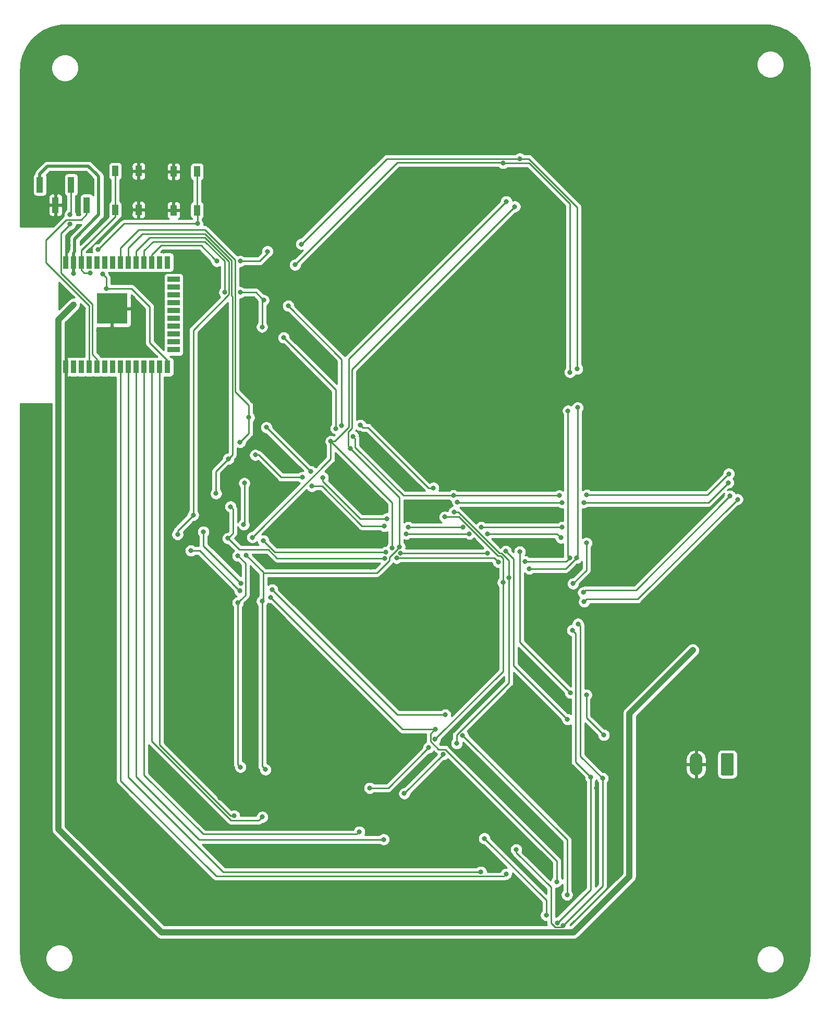
<source format=gbl>
G04 #@! TF.GenerationSoftware,KiCad,Pcbnew,(5.1.5-0-10_14)*
G04 #@! TF.CreationDate,2020-01-03T20:26:09+01:00*
G04 #@! TF.ProjectId,hackerspacesnl,6861636b-6572-4737-9061-6365736e6c2e,rev?*
G04 #@! TF.SameCoordinates,Original*
G04 #@! TF.FileFunction,Copper,L2,Bot*
G04 #@! TF.FilePolarity,Positive*
%FSLAX46Y46*%
G04 Gerber Fmt 4.6, Leading zero omitted, Abs format (unit mm)*
G04 Created by KiCad (PCBNEW (5.1.5-0-10_14)) date 2020-01-03 20:26:09*
%MOMM*%
%LPD*%
G04 APERTURE LIST*
%ADD10R,1.000000X2.510000*%
%ADD11R,0.900000X2.000000*%
%ADD12R,2.000000X0.900000*%
%ADD13R,5.000000X5.000000*%
%ADD14R,1.000000X1.700000*%
%ADD15C,0.100000*%
%ADD16O,2.080000X3.600000*%
%ADD17C,0.800000*%
%ADD18C,0.500000*%
%ADD19C,1.000000*%
%ADD20C,0.250000*%
%ADD21C,0.254000*%
G04 APERTURE END LIST*
D10*
X43677840Y-58834400D03*
X38597840Y-58834400D03*
X41137840Y-55524400D03*
X36057840Y-55524400D03*
D11*
X40264700Y-85135100D03*
X41534700Y-85135100D03*
X42804700Y-85135100D03*
X44074700Y-85135100D03*
X45344700Y-85135100D03*
X46614700Y-85135100D03*
X47884700Y-85135100D03*
X49154700Y-85135100D03*
X50424700Y-85135100D03*
X51694700Y-85135100D03*
X52964700Y-85135100D03*
X54234700Y-85135100D03*
X55504700Y-85135100D03*
X56774700Y-85135100D03*
D12*
X57774700Y-82350100D03*
X57774700Y-81080100D03*
X57774700Y-79810100D03*
X57774700Y-78540100D03*
X57774700Y-77270100D03*
X57774700Y-76000100D03*
X57774700Y-74730100D03*
X57774700Y-73460100D03*
X57774700Y-72190100D03*
X57774700Y-70920100D03*
D11*
X56774700Y-68135100D03*
X55504700Y-68135100D03*
X54234700Y-68135100D03*
X52964700Y-68135100D03*
X51694700Y-68135100D03*
X50424700Y-68135100D03*
X49154700Y-68135100D03*
X47884700Y-68135100D03*
X46614700Y-68135100D03*
X45344700Y-68135100D03*
X44074700Y-68135100D03*
X42804700Y-68135100D03*
X41534700Y-68135100D03*
X40264700Y-68135100D03*
D13*
X47764700Y-75635100D03*
D14*
X57779920Y-53380640D03*
X57779920Y-59680640D03*
X61579920Y-53380640D03*
X61579920Y-59680640D03*
X48300640Y-53314600D03*
X48300640Y-59614600D03*
X52100640Y-53314600D03*
X52100640Y-59614600D03*
G04 #@! TA.AperFunction,ComponentPad*
D15*
G36*
X148523125Y-147939284D02*
G01*
X148547393Y-147942884D01*
X148571192Y-147948845D01*
X148594291Y-147957110D01*
X148616470Y-147967600D01*
X148637513Y-147980212D01*
X148657219Y-147994827D01*
X148675397Y-148011303D01*
X148691873Y-148029481D01*
X148706488Y-148049187D01*
X148719100Y-148070230D01*
X148729590Y-148092409D01*
X148737855Y-148115508D01*
X148743816Y-148139307D01*
X148747416Y-148163575D01*
X148748620Y-148188079D01*
X148748620Y-151288081D01*
X148747416Y-151312585D01*
X148743816Y-151336853D01*
X148737855Y-151360652D01*
X148729590Y-151383751D01*
X148719100Y-151405930D01*
X148706488Y-151426973D01*
X148691873Y-151446679D01*
X148675397Y-151464857D01*
X148657219Y-151481333D01*
X148637513Y-151495948D01*
X148616470Y-151508560D01*
X148594291Y-151519050D01*
X148571192Y-151527315D01*
X148547393Y-151533276D01*
X148523125Y-151536876D01*
X148498621Y-151538080D01*
X146918619Y-151538080D01*
X146894115Y-151536876D01*
X146869847Y-151533276D01*
X146846048Y-151527315D01*
X146822949Y-151519050D01*
X146800770Y-151508560D01*
X146779727Y-151495948D01*
X146760021Y-151481333D01*
X146741843Y-151464857D01*
X146725367Y-151446679D01*
X146710752Y-151426973D01*
X146698140Y-151405930D01*
X146687650Y-151383751D01*
X146679385Y-151360652D01*
X146673424Y-151336853D01*
X146669824Y-151312585D01*
X146668620Y-151288081D01*
X146668620Y-148188079D01*
X146669824Y-148163575D01*
X146673424Y-148139307D01*
X146679385Y-148115508D01*
X146687650Y-148092409D01*
X146698140Y-148070230D01*
X146710752Y-148049187D01*
X146725367Y-148029481D01*
X146741843Y-148011303D01*
X146760021Y-147994827D01*
X146779727Y-147980212D01*
X146800770Y-147967600D01*
X146822949Y-147957110D01*
X146846048Y-147948845D01*
X146869847Y-147942884D01*
X146894115Y-147939284D01*
X146918619Y-147938080D01*
X148498621Y-147938080D01*
X148523125Y-147939284D01*
G37*
G04 #@! TD.AperFunction*
D16*
X142628620Y-149738080D03*
D17*
X40695880Y-65379600D03*
X39979600Y-74381360D03*
X51155600Y-73969880D03*
X51201320Y-78851760D03*
X45593000Y-79237840D03*
X149539960Y-41376600D03*
X156504640Y-76723240D03*
X59436000Y-56291480D03*
X90109040Y-157190440D03*
X69829680Y-155829000D03*
X65354200Y-155183840D03*
X109062520Y-164592000D03*
X104536240Y-164454840D03*
X49474120Y-77297280D03*
X49489360Y-73974960D03*
X46009560Y-73974960D03*
X45999400Y-77302360D03*
X47777400Y-77292200D03*
X47777400Y-73959720D03*
X47777400Y-75534520D03*
X49489360Y-75534520D03*
X46009560Y-75534520D03*
X43139360Y-75692000D03*
X89667080Y-113492280D03*
X89326720Y-106730800D03*
X93284040Y-102702360D03*
X97993200Y-109123480D03*
X99156520Y-120182640D03*
X121655840Y-155945840D03*
X116276120Y-159019240D03*
X118120160Y-114284760D03*
X116586000Y-109057440D03*
X106131360Y-113979960D03*
X121564400Y-140131800D03*
X126476760Y-153603960D03*
X89819480Y-117688360D03*
X41513760Y-69982080D03*
X142097760Y-131175760D03*
X41523929Y-75016369D03*
X40970200Y-61937572D03*
X40970200Y-60370722D03*
X73019920Y-66365120D03*
X68580000Y-67945000D03*
X64770000Y-67945000D03*
X72141080Y-78638400D03*
X68580000Y-73025000D03*
X72390000Y-74295000D03*
X66039994Y-73025000D03*
X68559680Y-97373440D03*
X70007480Y-93345000D03*
X64663320Y-105714800D03*
X66672301Y-100088019D03*
X58420000Y-112369600D03*
X60960000Y-109220000D03*
X67609720Y-158099760D03*
X72186800Y-158287720D03*
X87939880Y-160695640D03*
X91887040Y-161950400D03*
X107673520Y-167221845D03*
X111770160Y-167553640D03*
X44251880Y-69839840D03*
X61645800Y-61864240D03*
X46842680Y-72395080D03*
X46248320Y-70063360D03*
X45506640Y-66055240D03*
X78516480Y-65182100D03*
X123327160Y-85460840D03*
X113987035Y-51294190D03*
X68209160Y-115844320D03*
X68209160Y-123464320D03*
X83296760Y-97231200D03*
X111785400Y-58257440D03*
X70556120Y-112845810D03*
X68620640Y-150174960D03*
X93238183Y-114614823D03*
X77500480Y-68539360D03*
X111312960Y-52019200D03*
X122143520Y-86004400D03*
X69540120Y-115722400D03*
X72141080Y-123225560D03*
X113187480Y-59080400D03*
X72694800Y-150586440D03*
X86522373Y-98397157D03*
X94483473Y-114394852D03*
X120406160Y-106045000D03*
X124876560Y-105948480D03*
X147934680Y-102519480D03*
X76387960Y-75214480D03*
X103210360Y-106034840D03*
X86886217Y-96443368D03*
X85069795Y-94705010D03*
X120837960Y-107182920D03*
X124383800Y-107182920D03*
X147848320Y-103962200D03*
X75661520Y-80370680D03*
X103868536Y-107092801D03*
X88097360Y-94594680D03*
X99964240Y-104805480D03*
X84125943Y-95143639D03*
X72842120Y-94965520D03*
X80060800Y-102133400D03*
X82016600Y-103139240D03*
X92425520Y-109799120D03*
X95905320Y-111201200D03*
X104739440Y-111201200D03*
X107741720Y-111201200D03*
X120848120Y-111201200D03*
X124815600Y-113761520D03*
X122656600Y-120355360D03*
X95570040Y-112268000D03*
X105816400Y-112268000D03*
X108727240Y-112268000D03*
X71048880Y-99446080D03*
X78714600Y-103083360D03*
X80228440Y-104536240D03*
X91968320Y-111008160D03*
X120660160Y-112918240D03*
X72329040Y-113365280D03*
X108767880Y-115382040D03*
X69270880Y-104023160D03*
X69159120Y-110774480D03*
X127640080Y-144988280D03*
X124795280Y-138445240D03*
X122229880Y-138120120D03*
X113979960Y-115178840D03*
X92226603Y-115257186D03*
X94615000Y-115386177D03*
X121737120Y-142438120D03*
X66593720Y-112989360D03*
X67030600Y-107843320D03*
X93980000Y-116205000D03*
X92074990Y-116245640D03*
X111736674Y-115097942D03*
X110489996Y-116840000D03*
X73802240Y-121351040D03*
X101874320Y-141671040D03*
X121676160Y-170952160D03*
X68707000Y-120289320D03*
X62621160Y-111932720D03*
X104714040Y-145049239D03*
X119984520Y-168808400D03*
X73533000Y-122631200D03*
X60594240Y-115006120D03*
X68529200Y-121544080D03*
X100248720Y-144007840D03*
X121818400Y-92268040D03*
X122107109Y-116189760D03*
X111252000Y-120177560D03*
X101813360Y-109519720D03*
X114863880Y-116773960D03*
X89621360Y-153583640D03*
X100210288Y-145663792D03*
X99176840Y-147035520D03*
X123388120Y-91744800D03*
X123225560Y-116189760D03*
X103306880Y-108732320D03*
X95239840Y-154477720D03*
X115503960Y-117957600D03*
X103733600Y-146334480D03*
X101564440Y-148117560D03*
X112254190Y-119380000D03*
X124297440Y-121808240D03*
X148132800Y-106126280D03*
X122529600Y-127929640D03*
X125496320Y-151810720D03*
X108239560Y-161792920D03*
X120086120Y-175498139D03*
X118277638Y-174259240D03*
X124454920Y-123301760D03*
X149362160Y-106659680D03*
X123449080Y-126908560D03*
X127441960Y-152003760D03*
X113411000Y-163606480D03*
X121010680Y-175948150D03*
D18*
X41534700Y-69961140D02*
X41513760Y-69982080D01*
X41534700Y-68135100D02*
X41534700Y-69961140D01*
X41534700Y-66635100D02*
X41732200Y-66437600D01*
X41534700Y-68135100D02*
X41534700Y-66635100D01*
X41732200Y-66437600D02*
X41732200Y-64322960D01*
X41732200Y-64322960D02*
X45628560Y-60426600D01*
X45628560Y-60426600D02*
X45628560Y-54193440D01*
X45254519Y-53819399D02*
X45218959Y-53819399D01*
X45628560Y-54193440D02*
X45254519Y-53819399D01*
X45218959Y-53819399D02*
X43911520Y-52511960D01*
X36057840Y-53769400D02*
X36057840Y-55524400D01*
X37315280Y-52511960D02*
X36057840Y-53769400D01*
X43911520Y-52511960D02*
X37315280Y-52511960D01*
D19*
X41123930Y-75416368D02*
X41523929Y-75016369D01*
X39076681Y-160310881D02*
X39076681Y-77463617D01*
X131790440Y-167968692D02*
X122710972Y-177048160D01*
X122710972Y-177048160D02*
X55813960Y-177048160D01*
X131790440Y-141483080D02*
X131790440Y-167968692D01*
X142097760Y-131175760D02*
X131790440Y-141483080D01*
X55813960Y-177048160D02*
X39076681Y-160310881D01*
X39076681Y-77463617D02*
X41123930Y-75416368D01*
D20*
X43677840Y-60339400D02*
X43677840Y-58834400D01*
X42804678Y-61212562D02*
X43677840Y-60339400D01*
X44074700Y-85135100D02*
X44074700Y-75235420D01*
X37012880Y-64560598D02*
X40360916Y-61212562D01*
X40360916Y-61212562D02*
X42804678Y-61212562D01*
X44074700Y-75235420D02*
X37012880Y-68173600D01*
X37012880Y-68173600D02*
X37012880Y-64560598D01*
X44551600Y-74924920D02*
X39483081Y-69856401D01*
X44551600Y-83092000D02*
X44551600Y-74924920D01*
X39483081Y-69856401D02*
X39483081Y-63424691D01*
X45344700Y-85135100D02*
X45344700Y-83885100D01*
X39483081Y-63424691D02*
X40570201Y-62337571D01*
X45344700Y-83885100D02*
X44551600Y-83092000D01*
X40570201Y-62337571D02*
X40970200Y-61937572D01*
X41137840Y-55524400D02*
X41137840Y-60203082D01*
X41137840Y-60203082D02*
X40970200Y-60370722D01*
X73019920Y-66365120D02*
X73019920Y-66669920D01*
X71744840Y-67945000D02*
X68580000Y-67945000D01*
X73019920Y-66669920D02*
X71744840Y-67945000D01*
X64370001Y-67545001D02*
X64770000Y-67945000D01*
X55714800Y-65405000D02*
X62230000Y-65405000D01*
X54234700Y-66885100D02*
X55714800Y-65405000D01*
X62230000Y-65405000D02*
X64370001Y-67545001D01*
X54234700Y-68135100D02*
X54234700Y-66885100D01*
X71120000Y-73025000D02*
X71990001Y-73895001D01*
X72141080Y-74543920D02*
X72390000Y-74295000D01*
X72141080Y-78638400D02*
X72141080Y-74543920D01*
X68580000Y-73025000D02*
X71120000Y-73025000D01*
X71990001Y-73895001D02*
X72390000Y-74295000D01*
X66039994Y-72459315D02*
X66039994Y-73025000D01*
X62865000Y-64770000D02*
X66039994Y-67944994D01*
X66039994Y-67944994D02*
X66039994Y-72459315D01*
X54446210Y-64770000D02*
X62865000Y-64770000D01*
X52964700Y-66251510D02*
X54446210Y-64770000D01*
X52964700Y-68135100D02*
X52964700Y-66251510D01*
X70007480Y-95925640D02*
X70007480Y-91394280D01*
X68559680Y-97373440D02*
X70007480Y-95925640D01*
X70007480Y-91394280D02*
X70007480Y-93345000D01*
X49154700Y-65780300D02*
X52070000Y-62865000D01*
X62869233Y-62865000D02*
X67760011Y-67755778D01*
X52070000Y-62865000D02*
X62869233Y-62865000D01*
X49154700Y-68135100D02*
X49154700Y-65780300D01*
X67760011Y-67755778D02*
X67760011Y-89146811D01*
X67760011Y-89146811D02*
X70007480Y-91394280D01*
X64663320Y-102097000D02*
X66272302Y-100488018D01*
X66272302Y-100488018D02*
X66672301Y-100088019D01*
X64663320Y-105714800D02*
X64663320Y-102097000D01*
X67072300Y-99688020D02*
X66672301Y-100088019D01*
X67310000Y-99450320D02*
X67072300Y-99688020D01*
X67310000Y-73654383D02*
X67310000Y-99450320D01*
X67215018Y-73559401D02*
X67310000Y-73654383D01*
X67215018Y-67847196D02*
X67215018Y-73559401D01*
X52705000Y-63500000D02*
X62867822Y-63500000D01*
X50424700Y-65780300D02*
X52705000Y-63500000D01*
X62867822Y-63500000D02*
X67215018Y-67847196D01*
X50424700Y-68135100D02*
X50424700Y-65780300D01*
X60960000Y-79178008D02*
X60960000Y-108654315D01*
X58420000Y-111760000D02*
X60960000Y-109220000D01*
X51694700Y-66332700D02*
X53892400Y-64135000D01*
X51694700Y-68135100D02*
X51694700Y-66332700D01*
X62866411Y-64135000D02*
X66765007Y-68033596D01*
X58420000Y-112369600D02*
X58420000Y-111760000D01*
X53892400Y-64135000D02*
X62866411Y-64135000D01*
X66765007Y-73373001D02*
X60960000Y-79178008D01*
X66765007Y-68033596D02*
X66765007Y-73373001D01*
X60960000Y-108654315D02*
X60960000Y-109220000D01*
X55504700Y-85135100D02*
X55504700Y-85187140D01*
X67044035Y-158099760D02*
X67609720Y-158099760D01*
X55504700Y-146560425D02*
X67044035Y-158099760D01*
X55504700Y-85135100D02*
X55504700Y-146560425D01*
X71644561Y-158829959D02*
X71786801Y-158687719D01*
X54234700Y-146006705D02*
X67057954Y-158829959D01*
X67057954Y-158829959D02*
X71644561Y-158829959D01*
X54234700Y-85135100D02*
X54234700Y-146006705D01*
X71786801Y-158687719D02*
X72186800Y-158287720D01*
X62589359Y-161095639D02*
X87539881Y-161095639D01*
X52964700Y-85135100D02*
X52964700Y-151470980D01*
X87539881Y-161095639D02*
X87939880Y-160695640D01*
X52964700Y-151470980D02*
X62589359Y-161095639D01*
X51694700Y-85135100D02*
X51694700Y-151719900D01*
X51694700Y-151719900D02*
X61925200Y-161950400D01*
X61925200Y-161950400D02*
X91887040Y-161950400D01*
X50424700Y-85135100D02*
X50424700Y-151791020D01*
X107107835Y-167221845D02*
X107673520Y-167221845D01*
X50424700Y-151791020D02*
X65855525Y-167221845D01*
X65855525Y-167221845D02*
X107107835Y-167221845D01*
X49154700Y-152390460D02*
X64717879Y-167953639D01*
X64717879Y-167953639D02*
X111370161Y-167953639D01*
X49154700Y-85135100D02*
X49154700Y-152390460D01*
X111370161Y-167953639D02*
X111770160Y-167553640D01*
X42631360Y-68308440D02*
X42804700Y-68135100D01*
X42804700Y-66210540D02*
X42804700Y-66885100D01*
X48300640Y-60714600D02*
X42804700Y-66210540D01*
X48300640Y-59614600D02*
X48300640Y-60714600D01*
X42804700Y-68135100D02*
X42804700Y-66885100D01*
X42804700Y-66181620D02*
X43648681Y-65337639D01*
X42804700Y-66885100D02*
X42804700Y-66181620D01*
X48300640Y-59614600D02*
X48300640Y-53314600D01*
X42804700Y-69385100D02*
X43259440Y-69839840D01*
X42804700Y-68135100D02*
X42804700Y-69385100D01*
X43259440Y-69839840D02*
X44251880Y-69839840D01*
X61579920Y-53380640D02*
X61579920Y-59680640D01*
X61645800Y-59746520D02*
X61579920Y-59680640D01*
X61645800Y-61864240D02*
X61645800Y-59746520D01*
X46842680Y-70657720D02*
X46248320Y-70063360D01*
X46842680Y-72395080D02*
X46842680Y-70657720D01*
X49697640Y-61864240D02*
X61645800Y-61864240D01*
X45506640Y-66055240D02*
X49697640Y-61864240D01*
X50932080Y-72395080D02*
X46842680Y-72395080D01*
X53914040Y-75377040D02*
X50932080Y-72395080D01*
X53914040Y-81219040D02*
X53914040Y-75377040D01*
X56774700Y-84079700D02*
X53914040Y-81219040D01*
X56774700Y-85135100D02*
X56774700Y-84079700D01*
X113421350Y-51294190D02*
X113987035Y-51294190D01*
X123327160Y-59180590D02*
X115440760Y-51294190D01*
X92404390Y-51294190D02*
X113421350Y-51294190D01*
X78516480Y-65182100D02*
X92404390Y-51294190D01*
X115440760Y-51294190D02*
X114552720Y-51294190D01*
X123327160Y-85460840D02*
X123327160Y-59180590D01*
X114552720Y-51294190D02*
X113987035Y-51294190D01*
X83296760Y-100105170D02*
X70956119Y-112445811D01*
X83296760Y-97231200D02*
X83296760Y-100105170D01*
X70956119Y-112445811D02*
X70556120Y-112845810D01*
X68209160Y-123464320D02*
X68209160Y-149763480D01*
X68209160Y-149763480D02*
X68620640Y-150174960D01*
X68209160Y-115844320D02*
X69432001Y-117067161D01*
X69432001Y-122241479D02*
X68609159Y-123064321D01*
X69432001Y-117067161D02*
X69432001Y-122241479D01*
X68609159Y-123064321D02*
X68209160Y-123464320D01*
X83296760Y-97231200D02*
X83947022Y-97231200D01*
X111385401Y-58657439D02*
X111785400Y-58257440D01*
X86234692Y-94943530D02*
X86234692Y-83808148D01*
X83947022Y-97231200D02*
X86234692Y-94943530D01*
X86234692Y-83808148D02*
X111385401Y-58657439D01*
X83296760Y-97231200D02*
X93238183Y-107172623D01*
X93238183Y-107172623D02*
X93238183Y-114614823D01*
X77500480Y-68539360D02*
X94142560Y-51897280D01*
X94142560Y-51897280D02*
X111191040Y-51897280D01*
X111191040Y-51897280D02*
X111312960Y-52019200D01*
X111312960Y-52019200D02*
X115529360Y-52019200D01*
X122143520Y-58633360D02*
X122143520Y-86004400D01*
X115529360Y-52019200D02*
X122143520Y-58633360D01*
X69540120Y-115722400D02*
X72323960Y-118506240D01*
X72323960Y-123042680D02*
X72141080Y-123225560D01*
X72379840Y-118633240D02*
X72323960Y-123042680D01*
X72323960Y-118506240D02*
X72379840Y-118633240D01*
X72141080Y-123225560D02*
X72141080Y-124454920D01*
X72141080Y-124454920D02*
X72141080Y-150032720D01*
X72141080Y-150032720D02*
X72694800Y-150586440D01*
X86122374Y-95692259D02*
X86122374Y-97997158D01*
X86708698Y-85559182D02*
X86708698Y-95105935D01*
X113187480Y-59080400D02*
X86708698Y-85559182D01*
X86122374Y-97997158D02*
X86522373Y-98397157D01*
X86708698Y-95105935D02*
X86122374Y-95692259D01*
X94083474Y-114794851D02*
X94483473Y-114394852D01*
X94483473Y-113829167D02*
X94483473Y-114394852D01*
X90760402Y-118633240D02*
X92800009Y-116593633D01*
X92800009Y-116593633D02*
X92800009Y-116078316D01*
X72379840Y-118633240D02*
X90760402Y-118633240D01*
X92800009Y-116078316D02*
X94083474Y-114794851D01*
X94483473Y-106358257D02*
X94483473Y-113829167D01*
X86522373Y-98397157D02*
X94483473Y-106358257D01*
X147534681Y-102919479D02*
X147934680Y-102519480D01*
X124876560Y-105948480D02*
X144505680Y-105948480D01*
X144505680Y-105948480D02*
X147534681Y-102919479D01*
X120406160Y-106045000D02*
X103220520Y-106045000D01*
X103220520Y-106045000D02*
X103210360Y-106034840D01*
X87286216Y-98235582D02*
X87286216Y-96843367D01*
X103210360Y-106034840D02*
X95085474Y-106034840D01*
X95085474Y-106034840D02*
X87286216Y-98235582D01*
X87286216Y-96843367D02*
X86886217Y-96443368D01*
X76387960Y-75214480D02*
X85069795Y-83896315D01*
X85069795Y-83896315D02*
X85069795Y-94705010D01*
X144627600Y-107182920D02*
X147848320Y-103962200D01*
X124383800Y-107182920D02*
X144627600Y-107182920D01*
X120837960Y-107182920D02*
X103958655Y-107182920D01*
X103958655Y-107182920D02*
X103868536Y-107092801D01*
X88497359Y-94994679D02*
X89345719Y-94994679D01*
X88097360Y-94594680D02*
X88497359Y-94994679D01*
X99156520Y-104805480D02*
X99964240Y-104805480D01*
X89345719Y-94994679D02*
X99156520Y-104805480D01*
X84125943Y-88835103D02*
X84125943Y-94577954D01*
X84125943Y-94577954D02*
X84125943Y-95143639D01*
X75661520Y-80370680D02*
X84125943Y-88835103D01*
X80010000Y-102133400D02*
X80060800Y-102133400D01*
X72842120Y-94965520D02*
X80010000Y-102133400D01*
X82016600Y-103704925D02*
X88110795Y-109799120D01*
X82016600Y-103139240D02*
X82016600Y-103704925D01*
X88110795Y-109799120D02*
X92425520Y-109799120D01*
X95905320Y-111201200D02*
X104739440Y-111201200D01*
X107741720Y-111201200D02*
X120848120Y-111201200D01*
X124815600Y-118196360D02*
X122656600Y-120355360D01*
X124815600Y-113761520D02*
X124815600Y-118196360D01*
X95570040Y-112268000D02*
X105816400Y-112268000D01*
X71614565Y-99446080D02*
X75251845Y-103083360D01*
X71048880Y-99446080D02*
X71614565Y-99446080D01*
X75251845Y-103083360D02*
X78714600Y-103083360D01*
X80228440Y-104536240D02*
X81513680Y-104536240D01*
X81513680Y-104536240D02*
X81915000Y-104536240D01*
X88386920Y-111008160D02*
X91968320Y-111008160D01*
X81915000Y-104536240D02*
X88386920Y-111008160D01*
X120009920Y-112268000D02*
X120660160Y-112918240D01*
X108727240Y-112268000D02*
X120009920Y-112268000D01*
X69270880Y-110662720D02*
X69159120Y-110774480D01*
X69270880Y-104023160D02*
X69270880Y-110662720D01*
X108767880Y-115382040D02*
X108864400Y-115382040D01*
X127640080Y-144988280D02*
X124795280Y-142143480D01*
X124795280Y-142143480D02*
X124795280Y-138445240D01*
X113979960Y-129870200D02*
X113979960Y-115178840D01*
X122229880Y-138120120D02*
X113979960Y-129870200D01*
X91660918Y-115257186D02*
X92226603Y-115257186D01*
X74220946Y-115257186D02*
X91660918Y-115257186D01*
X72329040Y-113365280D02*
X74220946Y-115257186D01*
X94619137Y-115382040D02*
X94615000Y-115386177D01*
X108767880Y-115382040D02*
X94619137Y-115382040D01*
X67430599Y-112152481D02*
X66993719Y-112589361D01*
X67430599Y-108243319D02*
X67430599Y-112152481D01*
X66993719Y-112589361D02*
X66593720Y-112989360D01*
X67030600Y-107843320D02*
X67430599Y-108243319D01*
X66593720Y-112989360D02*
X68437760Y-114833400D01*
X73160750Y-114833400D02*
X74572990Y-116245640D01*
X68437760Y-114833400D02*
X73160750Y-114833400D01*
X74572990Y-116245640D02*
X91509305Y-116245640D01*
X91509305Y-116245640D02*
X92074990Y-116245640D01*
X112979200Y-133680200D02*
X112979200Y-116340468D01*
X112136673Y-115497941D02*
X111736674Y-115097942D01*
X109854996Y-116205000D02*
X110489996Y-116840000D01*
X121737120Y-142438120D02*
X112979200Y-133680200D01*
X93980000Y-116205000D02*
X109854996Y-116205000D01*
X112979200Y-116340468D02*
X112136673Y-115497941D01*
X94122240Y-141671040D02*
X101874320Y-141671040D01*
X73802240Y-121351040D02*
X94122240Y-141671040D01*
X68707000Y-120289320D02*
X62621160Y-114203480D01*
X62621160Y-114203480D02*
X62621160Y-111932720D01*
X121676160Y-170952160D02*
X121676160Y-162011359D01*
X121676160Y-162011359D02*
X105114039Y-145449238D01*
X105114039Y-145449238D02*
X104714040Y-145049239D01*
X68129201Y-121144081D02*
X68529200Y-121544080D01*
X61991240Y-115006120D02*
X68129201Y-121144081D01*
X60594240Y-115006120D02*
X61991240Y-115006120D01*
X94909640Y-144007840D02*
X99683035Y-144007840D01*
X73533000Y-122631200D02*
X94909640Y-144007840D01*
X99683035Y-144007840D02*
X100248720Y-144007840D01*
X99485282Y-144771278D02*
X99848721Y-144407839D01*
X99848721Y-144407839D02*
X100248720Y-144007840D01*
X119984520Y-168808400D02*
X119984520Y-165418918D01*
X101871801Y-147306199D02*
X100784683Y-147306199D01*
X99485282Y-146006798D02*
X99485282Y-144771278D01*
X119984520Y-165418918D02*
X101871801Y-147306199D01*
X100784683Y-147306199D02*
X99485282Y-146006798D01*
X121818400Y-92268040D02*
X121818400Y-115901051D01*
X121818400Y-115901051D02*
X122107109Y-116189760D01*
X122107109Y-116189760D02*
X121522909Y-116773960D01*
X121522909Y-116773960D02*
X114863880Y-116773960D01*
X89621360Y-153583640D02*
X92628720Y-153583640D01*
X98776841Y-147435519D02*
X99176840Y-147035520D01*
X100610287Y-145263793D02*
X100210288Y-145663792D01*
X111252000Y-134622080D02*
X100610287Y-145263793D01*
X111252000Y-120177560D02*
X111252000Y-134622080D01*
X92628720Y-153583640D02*
X98776841Y-147435519D01*
X101813360Y-109519720D02*
X104130962Y-109519720D01*
X110838001Y-115860999D02*
X111252000Y-116274998D01*
X111252000Y-116274998D02*
X111252000Y-119611875D01*
X110472241Y-115860999D02*
X110838001Y-115860999D01*
X104130962Y-109519720D02*
X110472241Y-115860999D01*
X111252000Y-119611875D02*
X111252000Y-120177560D01*
X123388120Y-91744800D02*
X123388120Y-116027200D01*
X123388120Y-116027200D02*
X123225560Y-116189760D01*
X121457720Y-117957600D02*
X115503960Y-117957600D01*
X123225560Y-116189760D02*
X121457720Y-117957600D01*
X95239840Y-154477720D02*
X101564440Y-148153120D01*
X101564440Y-148153120D02*
X101564440Y-148117560D01*
X112254190Y-136476728D02*
X112254190Y-119945685D01*
X103733600Y-146334480D02*
X103733600Y-144997318D01*
X103733600Y-144997318D02*
X112254190Y-136476728D01*
X112254190Y-119945685D02*
X112254190Y-119380000D01*
X112254190Y-116640777D02*
X112254190Y-118814315D01*
X112254190Y-118814315D02*
X112254190Y-119380000D01*
X111024401Y-115410988D02*
X112254190Y-116640777D01*
X103979973Y-108732320D02*
X110658641Y-115410988D01*
X103306880Y-108732320D02*
X103979973Y-108732320D01*
X110658641Y-115410988D02*
X111024401Y-115410988D01*
X124697439Y-121408241D02*
X132850839Y-121408241D01*
X124297440Y-121808240D02*
X124697439Y-121408241D01*
X132850839Y-121408241D02*
X148132800Y-106126280D01*
X122529600Y-127929640D02*
X123022360Y-128422400D01*
X123022360Y-149336760D02*
X125496320Y-151810720D01*
X123022360Y-128422400D02*
X123022360Y-149336760D01*
X125496320Y-170087939D02*
X120486119Y-175098140D01*
X120486119Y-175098140D02*
X120086120Y-175498139D01*
X125496320Y-151810720D02*
X125496320Y-170087939D01*
X108239560Y-161792920D02*
X118277638Y-171830998D01*
X118277638Y-171830998D02*
X118277638Y-173693555D01*
X118277638Y-173693555D02*
X118277638Y-174259240D01*
X124854919Y-122901761D02*
X133120079Y-122901761D01*
X124454920Y-123301760D02*
X124854919Y-122901761D01*
X133120079Y-122901761D02*
X149362160Y-106659680D01*
X123849079Y-127308559D02*
X123849079Y-148410879D01*
X123449080Y-126908560D02*
X123849079Y-127308559D01*
X123849079Y-148410879D02*
X127441960Y-152003760D01*
X121410679Y-175548151D02*
X121010680Y-175948150D01*
X127441960Y-152003760D02*
X127441960Y-169516870D01*
X127441960Y-169516870D02*
X121410679Y-175548151D01*
X120735681Y-176223149D02*
X121010680Y-175948150D01*
X113411000Y-163606480D02*
X113411000Y-164099240D01*
X119043281Y-175496199D02*
X119770231Y-176223149D01*
X113411000Y-164099240D02*
X119043281Y-169731521D01*
X119770231Y-176223149D02*
X120735681Y-176223149D01*
X119043281Y-169731521D02*
X119043281Y-175496199D01*
D21*
G36*
X154147972Y-29579966D02*
G01*
X154519353Y-29608052D01*
X154884964Y-29654276D01*
X155244377Y-29718168D01*
X155597274Y-29799281D01*
X155943212Y-29897155D01*
X156281782Y-30011344D01*
X156612609Y-30141418D01*
X156935230Y-30286924D01*
X157249224Y-30447427D01*
X157554143Y-30622482D01*
X157849521Y-30811631D01*
X158134941Y-31014452D01*
X158409911Y-31230471D01*
X158673989Y-31459244D01*
X158926712Y-31700318D01*
X159167614Y-31953227D01*
X159396225Y-32217497D01*
X159612114Y-32492699D01*
X159814799Y-32778341D01*
X160003828Y-33073956D01*
X160178775Y-33379129D01*
X160339182Y-33693390D01*
X160484598Y-34016280D01*
X160614597Y-34347392D01*
X160728725Y-34686274D01*
X160826543Y-35032514D01*
X160907606Y-35385703D01*
X160971471Y-35745477D01*
X161017669Y-36111404D01*
X161045740Y-36483137D01*
X161055422Y-36868916D01*
X161055423Y-180402639D01*
X161045740Y-180788459D01*
X161017669Y-181160190D01*
X160971470Y-181526118D01*
X160907606Y-181885891D01*
X160826543Y-182239082D01*
X160728726Y-182585319D01*
X160614592Y-182924215D01*
X160484601Y-183255307D01*
X160339179Y-183578209D01*
X160178775Y-183892465D01*
X160003828Y-184197638D01*
X159814795Y-184493259D01*
X159612109Y-184778903D01*
X159396236Y-185054085D01*
X159167614Y-185318367D01*
X158926723Y-185571265D01*
X158673996Y-185812342D01*
X158409910Y-186041124D01*
X158134941Y-186257142D01*
X157849521Y-186459963D01*
X157554151Y-186649106D01*
X157249219Y-186824168D01*
X156935230Y-186984669D01*
X156612609Y-187130175D01*
X156281782Y-187260249D01*
X155943211Y-187374438D01*
X155597265Y-187472313D01*
X155244377Y-187553424D01*
X154884965Y-187617316D01*
X154519346Y-187663542D01*
X154147975Y-187691626D01*
X153762521Y-187701315D01*
X40217264Y-187701315D01*
X39831810Y-187691626D01*
X39460438Y-187663542D01*
X39094825Y-187617316D01*
X38735410Y-187553424D01*
X38382524Y-187472314D01*
X38036580Y-187374440D01*
X37698009Y-187260251D01*
X37367176Y-187130174D01*
X37044562Y-186984672D01*
X36730573Y-186824172D01*
X36425653Y-186649117D01*
X36130258Y-186459957D01*
X35844860Y-186257152D01*
X35569875Y-186041122D01*
X35305793Y-185812343D01*
X35053065Y-185571265D01*
X34812174Y-185318367D01*
X34583563Y-185054098D01*
X34367684Y-184778908D01*
X34165001Y-184493271D01*
X33975971Y-184197653D01*
X33801016Y-183892468D01*
X33640619Y-183578228D01*
X33495199Y-183255334D01*
X33365193Y-182924205D01*
X33251063Y-182585316D01*
X33153248Y-182239085D01*
X33072185Y-181885894D01*
X33008320Y-181526117D01*
X32962121Y-181160188D01*
X32952230Y-181029192D01*
X36987680Y-181029192D01*
X36987680Y-181469448D01*
X37073570Y-181901245D01*
X37242049Y-182307989D01*
X37486642Y-182674049D01*
X37797951Y-182985358D01*
X38164011Y-183229951D01*
X38570755Y-183398430D01*
X39002552Y-183484320D01*
X39442808Y-183484320D01*
X39874605Y-183398430D01*
X40281349Y-183229951D01*
X40647409Y-182985358D01*
X40958718Y-182674049D01*
X41203311Y-182307989D01*
X41371790Y-181901245D01*
X41457680Y-181469448D01*
X41457680Y-181206992D01*
X152415440Y-181206992D01*
X152415440Y-181647248D01*
X152501330Y-182079045D01*
X152669809Y-182485789D01*
X152914402Y-182851849D01*
X153225711Y-183163158D01*
X153591771Y-183407751D01*
X153998515Y-183576230D01*
X154430312Y-183662120D01*
X154870568Y-183662120D01*
X155302365Y-183576230D01*
X155709109Y-183407751D01*
X156075169Y-183163158D01*
X156386478Y-182851849D01*
X156631071Y-182485789D01*
X156799550Y-182079045D01*
X156885440Y-181647248D01*
X156885440Y-181206992D01*
X156799550Y-180775195D01*
X156631071Y-180368451D01*
X156386478Y-180002391D01*
X156075169Y-179691082D01*
X155709109Y-179446489D01*
X155302365Y-179278010D01*
X154870568Y-179192120D01*
X154430312Y-179192120D01*
X153998515Y-179278010D01*
X153591771Y-179446489D01*
X153225711Y-179691082D01*
X152914402Y-180002391D01*
X152669809Y-180368451D01*
X152501330Y-180775195D01*
X152415440Y-181206992D01*
X41457680Y-181206992D01*
X41457680Y-181029192D01*
X41371790Y-180597395D01*
X41203311Y-180190651D01*
X40958718Y-179824591D01*
X40647409Y-179513282D01*
X40281349Y-179268689D01*
X39874605Y-179100210D01*
X39442808Y-179014320D01*
X39002552Y-179014320D01*
X38570755Y-179100210D01*
X38164011Y-179268689D01*
X37797951Y-179513282D01*
X37486642Y-179824591D01*
X37242049Y-180190651D01*
X37073570Y-180597395D01*
X36987680Y-181029192D01*
X32952230Y-181029192D01*
X32934051Y-180788461D01*
X32924368Y-180402674D01*
X32924368Y-91125040D01*
X37941682Y-91125040D01*
X37941681Y-160255130D01*
X37936190Y-160310881D01*
X37941681Y-160366632D01*
X37958104Y-160533379D01*
X38023005Y-160747327D01*
X38128397Y-160944504D01*
X38270232Y-161117330D01*
X38313546Y-161152877D01*
X54971969Y-177811301D01*
X55007511Y-177854609D01*
X55180337Y-177996444D01*
X55377513Y-178101836D01*
X55591461Y-178166737D01*
X55813960Y-178188651D01*
X55869711Y-178183160D01*
X122655221Y-178183160D01*
X122710972Y-178188651D01*
X122766723Y-178183160D01*
X122766724Y-178183160D01*
X122933471Y-178166737D01*
X123147419Y-178101836D01*
X123344595Y-177996444D01*
X123517421Y-177854609D01*
X123552968Y-177811295D01*
X132553581Y-168810683D01*
X132596889Y-168775141D01*
X132738724Y-168602315D01*
X132844116Y-168405139D01*
X132909017Y-168191191D01*
X132925440Y-168024444D01*
X132930931Y-167968692D01*
X132925440Y-167912940D01*
X132925440Y-149865080D01*
X140953620Y-149865080D01*
X140953620Y-150625080D01*
X141010581Y-150949416D01*
X141129722Y-151256407D01*
X141306465Y-151534256D01*
X141534018Y-151772286D01*
X141803636Y-151961349D01*
X142104957Y-152094179D01*
X142241910Y-152127828D01*
X142501620Y-152009002D01*
X142501620Y-149865080D01*
X142755620Y-149865080D01*
X142755620Y-152009002D01*
X143015330Y-152127828D01*
X143152283Y-152094179D01*
X143453604Y-151961349D01*
X143723222Y-151772286D01*
X143950775Y-151534256D01*
X144127518Y-151256407D01*
X144246659Y-150949416D01*
X144303620Y-150625080D01*
X144303620Y-149865080D01*
X142755620Y-149865080D01*
X142501620Y-149865080D01*
X140953620Y-149865080D01*
X132925440Y-149865080D01*
X132925440Y-148851080D01*
X140953620Y-148851080D01*
X140953620Y-149611080D01*
X142501620Y-149611080D01*
X142501620Y-147467158D01*
X142755620Y-147467158D01*
X142755620Y-149611080D01*
X144303620Y-149611080D01*
X144303620Y-148851080D01*
X144246659Y-148526744D01*
X144127518Y-148219753D01*
X144107370Y-148188079D01*
X146030548Y-148188079D01*
X146030548Y-151288081D01*
X146047612Y-151461335D01*
X146098148Y-151627931D01*
X146180215Y-151781467D01*
X146290658Y-151916042D01*
X146425233Y-152026485D01*
X146578769Y-152108552D01*
X146745365Y-152159088D01*
X146918619Y-152176152D01*
X148498621Y-152176152D01*
X148671875Y-152159088D01*
X148838471Y-152108552D01*
X148992007Y-152026485D01*
X149126582Y-151916042D01*
X149237025Y-151781467D01*
X149319092Y-151627931D01*
X149369628Y-151461335D01*
X149386692Y-151288081D01*
X149386692Y-148188079D01*
X149369628Y-148014825D01*
X149319092Y-147848229D01*
X149237025Y-147694693D01*
X149126582Y-147560118D01*
X148992007Y-147449675D01*
X148838471Y-147367608D01*
X148671875Y-147317072D01*
X148498621Y-147300008D01*
X146918619Y-147300008D01*
X146745365Y-147317072D01*
X146578769Y-147367608D01*
X146425233Y-147449675D01*
X146290658Y-147560118D01*
X146180215Y-147694693D01*
X146098148Y-147848229D01*
X146047612Y-148014825D01*
X146030548Y-148188079D01*
X144107370Y-148188079D01*
X143950775Y-147941904D01*
X143723222Y-147703874D01*
X143453604Y-147514811D01*
X143152283Y-147381981D01*
X143015330Y-147348332D01*
X142755620Y-147467158D01*
X142501620Y-147467158D01*
X142241910Y-147348332D01*
X142104957Y-147381981D01*
X141803636Y-147514811D01*
X141534018Y-147703874D01*
X141306465Y-147941904D01*
X141129722Y-148219753D01*
X141010581Y-148526744D01*
X140953620Y-148851080D01*
X132925440Y-148851080D01*
X132925440Y-141953211D01*
X142939749Y-131938904D01*
X143046044Y-131809383D01*
X143151436Y-131612207D01*
X143216337Y-131398259D01*
X143238251Y-131175760D01*
X143216337Y-130953261D01*
X143151436Y-130739314D01*
X143046044Y-130542137D01*
X142904209Y-130369311D01*
X142731383Y-130227476D01*
X142534206Y-130122084D01*
X142320259Y-130057183D01*
X142097760Y-130035269D01*
X141875261Y-130057183D01*
X141661313Y-130122084D01*
X141464137Y-130227476D01*
X141334616Y-130333771D01*
X131027305Y-140641084D01*
X130983991Y-140676631D01*
X130842156Y-140849457D01*
X130742413Y-141036066D01*
X130736764Y-141046634D01*
X130671863Y-141260582D01*
X130649949Y-141483080D01*
X130655440Y-141538831D01*
X130655441Y-167498559D01*
X122240841Y-175913160D01*
X122120471Y-175913160D01*
X127952968Y-170080665D01*
X127981961Y-170056871D01*
X128005755Y-170027878D01*
X128005759Y-170027874D01*
X128076933Y-169941147D01*
X128076934Y-169941146D01*
X128147506Y-169809117D01*
X128190963Y-169665856D01*
X128201960Y-169554203D01*
X128201960Y-169554194D01*
X128205636Y-169516871D01*
X128201960Y-169479548D01*
X128201960Y-152707471D01*
X128245897Y-152663534D01*
X128359165Y-152494016D01*
X128437186Y-152305658D01*
X128476960Y-152105699D01*
X128476960Y-151901821D01*
X128437186Y-151701862D01*
X128359165Y-151513504D01*
X128245897Y-151343986D01*
X128101734Y-151199823D01*
X127932216Y-151086555D01*
X127743858Y-151008534D01*
X127543899Y-150968760D01*
X127481762Y-150968760D01*
X124609079Y-148096078D01*
X124609079Y-143032080D01*
X126605080Y-145028082D01*
X126605080Y-145090219D01*
X126644854Y-145290178D01*
X126722875Y-145478536D01*
X126836143Y-145648054D01*
X126980306Y-145792217D01*
X127149824Y-145905485D01*
X127338182Y-145983506D01*
X127538141Y-146023280D01*
X127742019Y-146023280D01*
X127941978Y-145983506D01*
X128130336Y-145905485D01*
X128299854Y-145792217D01*
X128444017Y-145648054D01*
X128557285Y-145478536D01*
X128635306Y-145290178D01*
X128675080Y-145090219D01*
X128675080Y-144886341D01*
X128635306Y-144686382D01*
X128557285Y-144498024D01*
X128444017Y-144328506D01*
X128299854Y-144184343D01*
X128130336Y-144071075D01*
X127941978Y-143993054D01*
X127742019Y-143953280D01*
X127679882Y-143953280D01*
X125555280Y-141828679D01*
X125555280Y-139148951D01*
X125599217Y-139105014D01*
X125712485Y-138935496D01*
X125790506Y-138747138D01*
X125830280Y-138547179D01*
X125830280Y-138343301D01*
X125790506Y-138143342D01*
X125712485Y-137954984D01*
X125599217Y-137785466D01*
X125455054Y-137641303D01*
X125285536Y-137528035D01*
X125097178Y-137450014D01*
X124897219Y-137410240D01*
X124693341Y-137410240D01*
X124609079Y-137427001D01*
X124609079Y-127345881D01*
X124612755Y-127308558D01*
X124609079Y-127271236D01*
X124609079Y-127271226D01*
X124598082Y-127159573D01*
X124554625Y-127016312D01*
X124484080Y-126884334D01*
X124484080Y-126806621D01*
X124444306Y-126606662D01*
X124366285Y-126418304D01*
X124253017Y-126248786D01*
X124108854Y-126104623D01*
X123939336Y-125991355D01*
X123750978Y-125913334D01*
X123551019Y-125873560D01*
X123347141Y-125873560D01*
X123147182Y-125913334D01*
X122958824Y-125991355D01*
X122789306Y-126104623D01*
X122645143Y-126248786D01*
X122531875Y-126418304D01*
X122453854Y-126606662D01*
X122414080Y-126806621D01*
X122414080Y-126897341D01*
X122227702Y-126934414D01*
X122039344Y-127012435D01*
X121869826Y-127125703D01*
X121725663Y-127269866D01*
X121612395Y-127439384D01*
X121534374Y-127627742D01*
X121494600Y-127827701D01*
X121494600Y-128031579D01*
X121534374Y-128231538D01*
X121612395Y-128419896D01*
X121725663Y-128589414D01*
X121869826Y-128733577D01*
X122039344Y-128846845D01*
X122227702Y-128924866D01*
X122262360Y-128931760D01*
X122262360Y-137077798D01*
X114739960Y-129555399D01*
X114739960Y-118657311D01*
X114844186Y-118761537D01*
X115013704Y-118874805D01*
X115202062Y-118952826D01*
X115402021Y-118992600D01*
X115605899Y-118992600D01*
X115805858Y-118952826D01*
X115994216Y-118874805D01*
X116163734Y-118761537D01*
X116207671Y-118717600D01*
X121420398Y-118717600D01*
X121457720Y-118721276D01*
X121495042Y-118717600D01*
X121495053Y-118717600D01*
X121606706Y-118706603D01*
X121749967Y-118663146D01*
X121881996Y-118592574D01*
X121997721Y-118497601D01*
X122021524Y-118468597D01*
X123265362Y-117224760D01*
X123327499Y-117224760D01*
X123527458Y-117184986D01*
X123715816Y-117106965D01*
X123885334Y-116993697D01*
X124029497Y-116849534D01*
X124055601Y-116810467D01*
X124055601Y-117881557D01*
X122616799Y-119320360D01*
X122554661Y-119320360D01*
X122354702Y-119360134D01*
X122166344Y-119438155D01*
X121996826Y-119551423D01*
X121852663Y-119695586D01*
X121739395Y-119865104D01*
X121661374Y-120053462D01*
X121621600Y-120253421D01*
X121621600Y-120457299D01*
X121661374Y-120657258D01*
X121739395Y-120845616D01*
X121852663Y-121015134D01*
X121996826Y-121159297D01*
X122166344Y-121272565D01*
X122354702Y-121350586D01*
X122554661Y-121390360D01*
X122758539Y-121390360D01*
X122958498Y-121350586D01*
X123146856Y-121272565D01*
X123316374Y-121159297D01*
X123460537Y-121015134D01*
X123573805Y-120845616D01*
X123651826Y-120657258D01*
X123691600Y-120457299D01*
X123691600Y-120395161D01*
X125326603Y-118760159D01*
X125355601Y-118736361D01*
X125413895Y-118665330D01*
X125450574Y-118620637D01*
X125521146Y-118488607D01*
X125551045Y-118390040D01*
X125564603Y-118345346D01*
X125575600Y-118233693D01*
X125575600Y-118233684D01*
X125579276Y-118196361D01*
X125575600Y-118159038D01*
X125575600Y-114465231D01*
X125619537Y-114421294D01*
X125732805Y-114251776D01*
X125810826Y-114063418D01*
X125850600Y-113863459D01*
X125850600Y-113659581D01*
X125810826Y-113459622D01*
X125732805Y-113271264D01*
X125619537Y-113101746D01*
X125475374Y-112957583D01*
X125305856Y-112844315D01*
X125117498Y-112766294D01*
X124917539Y-112726520D01*
X124713661Y-112726520D01*
X124513702Y-112766294D01*
X124325344Y-112844315D01*
X124155826Y-112957583D01*
X124148120Y-112965289D01*
X124148120Y-108191317D01*
X124281861Y-108217920D01*
X124485739Y-108217920D01*
X124685698Y-108178146D01*
X124874056Y-108100125D01*
X125043574Y-107986857D01*
X125087511Y-107942920D01*
X144590278Y-107942920D01*
X144627600Y-107946596D01*
X144664922Y-107942920D01*
X144664933Y-107942920D01*
X144776586Y-107931923D01*
X144919847Y-107888466D01*
X145051876Y-107817894D01*
X145167601Y-107722921D01*
X145191404Y-107693917D01*
X147191763Y-105693558D01*
X147137574Y-105824382D01*
X147097800Y-106024341D01*
X147097800Y-106086478D01*
X132536038Y-120648241D01*
X124734761Y-120648241D01*
X124697438Y-120644565D01*
X124660116Y-120648241D01*
X124660106Y-120648241D01*
X124548453Y-120659238D01*
X124405192Y-120702695D01*
X124273214Y-120773240D01*
X124195501Y-120773240D01*
X123995542Y-120813014D01*
X123807184Y-120891035D01*
X123637666Y-121004303D01*
X123493503Y-121148466D01*
X123380235Y-121317984D01*
X123302214Y-121506342D01*
X123262440Y-121706301D01*
X123262440Y-121910179D01*
X123302214Y-122110138D01*
X123380235Y-122298496D01*
X123493503Y-122468014D01*
X123637666Y-122612177D01*
X123663518Y-122629451D01*
X123650983Y-122641986D01*
X123537715Y-122811504D01*
X123459694Y-122999862D01*
X123419920Y-123199821D01*
X123419920Y-123403699D01*
X123459694Y-123603658D01*
X123537715Y-123792016D01*
X123650983Y-123961534D01*
X123795146Y-124105697D01*
X123964664Y-124218965D01*
X124153022Y-124296986D01*
X124352981Y-124336760D01*
X124556859Y-124336760D01*
X124756818Y-124296986D01*
X124945176Y-124218965D01*
X125114694Y-124105697D01*
X125258857Y-123961534D01*
X125372125Y-123792016D01*
X125426079Y-123661761D01*
X133082757Y-123661761D01*
X133120079Y-123665437D01*
X133157401Y-123661761D01*
X133157412Y-123661761D01*
X133269065Y-123650764D01*
X133412326Y-123607307D01*
X133544355Y-123536735D01*
X133660080Y-123441762D01*
X133683883Y-123412758D01*
X149401962Y-107694680D01*
X149464099Y-107694680D01*
X149664058Y-107654906D01*
X149852416Y-107576885D01*
X150021934Y-107463617D01*
X150166097Y-107319454D01*
X150279365Y-107149936D01*
X150357386Y-106961578D01*
X150397160Y-106761619D01*
X150397160Y-106557741D01*
X150357386Y-106357782D01*
X150279365Y-106169424D01*
X150166097Y-105999906D01*
X150021934Y-105855743D01*
X149852416Y-105742475D01*
X149664058Y-105664454D01*
X149464099Y-105624680D01*
X149260221Y-105624680D01*
X149061666Y-105664175D01*
X149050005Y-105636024D01*
X148936737Y-105466506D01*
X148792574Y-105322343D01*
X148623056Y-105209075D01*
X148434698Y-105131054D01*
X148234739Y-105091280D01*
X148030861Y-105091280D01*
X147830902Y-105131054D01*
X147700079Y-105185243D01*
X147888122Y-104997200D01*
X147950259Y-104997200D01*
X148150218Y-104957426D01*
X148338576Y-104879405D01*
X148508094Y-104766137D01*
X148652257Y-104621974D01*
X148765525Y-104452456D01*
X148843546Y-104264098D01*
X148883320Y-104064139D01*
X148883320Y-103860261D01*
X148843546Y-103660302D01*
X148765525Y-103471944D01*
X148652257Y-103302426D01*
X148633851Y-103284020D01*
X148738617Y-103179254D01*
X148851885Y-103009736D01*
X148929906Y-102821378D01*
X148969680Y-102621419D01*
X148969680Y-102417541D01*
X148929906Y-102217582D01*
X148851885Y-102029224D01*
X148738617Y-101859706D01*
X148594454Y-101715543D01*
X148424936Y-101602275D01*
X148236578Y-101524254D01*
X148036619Y-101484480D01*
X147832741Y-101484480D01*
X147632782Y-101524254D01*
X147444424Y-101602275D01*
X147274906Y-101715543D01*
X147130743Y-101859706D01*
X147017475Y-102029224D01*
X146939454Y-102217582D01*
X146899680Y-102417541D01*
X146899680Y-102479678D01*
X144190879Y-105188480D01*
X125580271Y-105188480D01*
X125536334Y-105144543D01*
X125366816Y-105031275D01*
X125178458Y-104953254D01*
X124978499Y-104913480D01*
X124774621Y-104913480D01*
X124574662Y-104953254D01*
X124386304Y-105031275D01*
X124216786Y-105144543D01*
X124148120Y-105213209D01*
X124148120Y-92448511D01*
X124192057Y-92404574D01*
X124305325Y-92235056D01*
X124383346Y-92046698D01*
X124423120Y-91846739D01*
X124423120Y-91642861D01*
X124383346Y-91442902D01*
X124305325Y-91254544D01*
X124192057Y-91085026D01*
X124047894Y-90940863D01*
X123878376Y-90827595D01*
X123690018Y-90749574D01*
X123490059Y-90709800D01*
X123286181Y-90709800D01*
X123086222Y-90749574D01*
X122897864Y-90827595D01*
X122728346Y-90940863D01*
X122584183Y-91085026D01*
X122470915Y-91254544D01*
X122404502Y-91414877D01*
X122308656Y-91350835D01*
X122120298Y-91272814D01*
X121920339Y-91233040D01*
X121716461Y-91233040D01*
X121516502Y-91272814D01*
X121328144Y-91350835D01*
X121158626Y-91464103D01*
X121014463Y-91608266D01*
X120901195Y-91777784D01*
X120823174Y-91966142D01*
X120783400Y-92166101D01*
X120783400Y-92369979D01*
X120823174Y-92569938D01*
X120901195Y-92758296D01*
X121014463Y-92927814D01*
X121058400Y-92971751D01*
X121058401Y-105236029D01*
X120896416Y-105127795D01*
X120708058Y-105049774D01*
X120508099Y-105010000D01*
X120304221Y-105010000D01*
X120104262Y-105049774D01*
X119915904Y-105127795D01*
X119746386Y-105241063D01*
X119702449Y-105285000D01*
X103924231Y-105285000D01*
X103870134Y-105230903D01*
X103700616Y-105117635D01*
X103512258Y-105039614D01*
X103312299Y-104999840D01*
X103108421Y-104999840D01*
X102908462Y-105039614D01*
X102720104Y-105117635D01*
X102550586Y-105230903D01*
X102506649Y-105274840D01*
X100890100Y-105274840D01*
X100959466Y-105107378D01*
X100999240Y-104907419D01*
X100999240Y-104703541D01*
X100959466Y-104503582D01*
X100881445Y-104315224D01*
X100768177Y-104145706D01*
X100624014Y-104001543D01*
X100454496Y-103888275D01*
X100266138Y-103810254D01*
X100066179Y-103770480D01*
X99862301Y-103770480D01*
X99662342Y-103810254D01*
X99473984Y-103888275D01*
X99378151Y-103952309D01*
X89909523Y-94483682D01*
X89885720Y-94454678D01*
X89769995Y-94359705D01*
X89637966Y-94289133D01*
X89494705Y-94245676D01*
X89383052Y-94234679D01*
X89383041Y-94234679D01*
X89345719Y-94231003D01*
X89308397Y-94234679D01*
X89068519Y-94234679D01*
X89014565Y-94104424D01*
X88901297Y-93934906D01*
X88757134Y-93790743D01*
X88587616Y-93677475D01*
X88399258Y-93599454D01*
X88199299Y-93559680D01*
X87995421Y-93559680D01*
X87795462Y-93599454D01*
X87607104Y-93677475D01*
X87468698Y-93769955D01*
X87468698Y-85873983D01*
X113227282Y-60115400D01*
X113289419Y-60115400D01*
X113489378Y-60075626D01*
X113677736Y-59997605D01*
X113847254Y-59884337D01*
X113991417Y-59740174D01*
X114104685Y-59570656D01*
X114182706Y-59382298D01*
X114222480Y-59182339D01*
X114222480Y-58978461D01*
X114182706Y-58778502D01*
X114104685Y-58590144D01*
X113991417Y-58420626D01*
X113847254Y-58276463D01*
X113677736Y-58163195D01*
X113489378Y-58085174D01*
X113289419Y-58045400D01*
X113085541Y-58045400D01*
X112885582Y-58085174D01*
X112812438Y-58115472D01*
X112780626Y-57955542D01*
X112702605Y-57767184D01*
X112589337Y-57597666D01*
X112445174Y-57453503D01*
X112275656Y-57340235D01*
X112087298Y-57262214D01*
X111887339Y-57222440D01*
X111683461Y-57222440D01*
X111483502Y-57262214D01*
X111295144Y-57340235D01*
X111125626Y-57453503D01*
X110981463Y-57597666D01*
X110868195Y-57767184D01*
X110790174Y-57955542D01*
X110750400Y-58155501D01*
X110750400Y-58217638D01*
X85723690Y-83244349D01*
X85694692Y-83268147D01*
X85670894Y-83297145D01*
X85670893Y-83297146D01*
X85616065Y-83363953D01*
X85609796Y-83356314D01*
X85580799Y-83332517D01*
X77422960Y-75174679D01*
X77422960Y-75112541D01*
X77383186Y-74912582D01*
X77305165Y-74724224D01*
X77191897Y-74554706D01*
X77047734Y-74410543D01*
X76878216Y-74297275D01*
X76689858Y-74219254D01*
X76489899Y-74179480D01*
X76286021Y-74179480D01*
X76086062Y-74219254D01*
X75897704Y-74297275D01*
X75728186Y-74410543D01*
X75584023Y-74554706D01*
X75470755Y-74724224D01*
X75392734Y-74912582D01*
X75352960Y-75112541D01*
X75352960Y-75316419D01*
X75392734Y-75516378D01*
X75470755Y-75704736D01*
X75584023Y-75874254D01*
X75728186Y-76018417D01*
X75897704Y-76131685D01*
X76086062Y-76209706D01*
X76286021Y-76249480D01*
X76348159Y-76249480D01*
X84309795Y-84211117D01*
X84309795Y-87944153D01*
X76696520Y-80330879D01*
X76696520Y-80268741D01*
X76656746Y-80068782D01*
X76578725Y-79880424D01*
X76465457Y-79710906D01*
X76321294Y-79566743D01*
X76151776Y-79453475D01*
X75963418Y-79375454D01*
X75763459Y-79335680D01*
X75559581Y-79335680D01*
X75359622Y-79375454D01*
X75171264Y-79453475D01*
X75001746Y-79566743D01*
X74857583Y-79710906D01*
X74744315Y-79880424D01*
X74666294Y-80068782D01*
X74626520Y-80268741D01*
X74626520Y-80472619D01*
X74666294Y-80672578D01*
X74744315Y-80860936D01*
X74857583Y-81030454D01*
X75001746Y-81174617D01*
X75171264Y-81287885D01*
X75359622Y-81365906D01*
X75559581Y-81405680D01*
X75621719Y-81405680D01*
X83365943Y-89149905D01*
X83365944Y-94439927D01*
X83322006Y-94483865D01*
X83208738Y-94653383D01*
X83130717Y-94841741D01*
X83090943Y-95041700D01*
X83090943Y-95245578D01*
X83130717Y-95445537D01*
X83208738Y-95633895D01*
X83322006Y-95803413D01*
X83466169Y-95947576D01*
X83635687Y-96060844D01*
X83824045Y-96138865D01*
X83941244Y-96162177D01*
X83788461Y-96314960D01*
X83787016Y-96313995D01*
X83598658Y-96235974D01*
X83398699Y-96196200D01*
X83194821Y-96196200D01*
X82994862Y-96235974D01*
X82806504Y-96313995D01*
X82636986Y-96427263D01*
X82492823Y-96571426D01*
X82379555Y-96740944D01*
X82301534Y-96929302D01*
X82261760Y-97129261D01*
X82261760Y-97333139D01*
X82301534Y-97533098D01*
X82379555Y-97721456D01*
X82492823Y-97890974D01*
X82536760Y-97934911D01*
X82536761Y-99790367D01*
X80859120Y-101468009D01*
X80720574Y-101329463D01*
X80551056Y-101216195D01*
X80362698Y-101138174D01*
X80162739Y-101098400D01*
X80049802Y-101098400D01*
X73877120Y-94925719D01*
X73877120Y-94863581D01*
X73837346Y-94663622D01*
X73759325Y-94475264D01*
X73646057Y-94305746D01*
X73501894Y-94161583D01*
X73332376Y-94048315D01*
X73144018Y-93970294D01*
X72944059Y-93930520D01*
X72740181Y-93930520D01*
X72540222Y-93970294D01*
X72351864Y-94048315D01*
X72182346Y-94161583D01*
X72038183Y-94305746D01*
X71924915Y-94475264D01*
X71846894Y-94663622D01*
X71807120Y-94863581D01*
X71807120Y-95067459D01*
X71846894Y-95267418D01*
X71924915Y-95455776D01*
X72038183Y-95625294D01*
X72182346Y-95769457D01*
X72351864Y-95882725D01*
X72540222Y-95960746D01*
X72740181Y-96000520D01*
X72802319Y-96000520D01*
X78858506Y-102056708D01*
X78816539Y-102048360D01*
X78612661Y-102048360D01*
X78412702Y-102088134D01*
X78224344Y-102166155D01*
X78054826Y-102279423D01*
X78010889Y-102323360D01*
X75566647Y-102323360D01*
X72178369Y-98935083D01*
X72154566Y-98906079D01*
X72038841Y-98811106D01*
X71906812Y-98740534D01*
X71763604Y-98697093D01*
X71708654Y-98642143D01*
X71539136Y-98528875D01*
X71350778Y-98450854D01*
X71150819Y-98411080D01*
X70946941Y-98411080D01*
X70746982Y-98450854D01*
X70558624Y-98528875D01*
X70389106Y-98642143D01*
X70244943Y-98786306D01*
X70131675Y-98955824D01*
X70053654Y-99144182D01*
X70013880Y-99344141D01*
X70013880Y-99548019D01*
X70053654Y-99747978D01*
X70131675Y-99936336D01*
X70244943Y-100105854D01*
X70389106Y-100250017D01*
X70558624Y-100363285D01*
X70746982Y-100441306D01*
X70946941Y-100481080D01*
X71150819Y-100481080D01*
X71350778Y-100441306D01*
X71481035Y-100387351D01*
X74688046Y-103594363D01*
X74711844Y-103623361D01*
X74827569Y-103718334D01*
X74959598Y-103788906D01*
X75102859Y-103832363D01*
X75214512Y-103843360D01*
X75214520Y-103843360D01*
X75251845Y-103847036D01*
X75289170Y-103843360D01*
X78010889Y-103843360D01*
X78054826Y-103887297D01*
X78224344Y-104000565D01*
X78296624Y-104030505D01*
X70516319Y-111810810D01*
X70454181Y-111810810D01*
X70254222Y-111850584D01*
X70065864Y-111928605D01*
X69896346Y-112041873D01*
X69752183Y-112186036D01*
X69638915Y-112355554D01*
X69560894Y-112543912D01*
X69521120Y-112743871D01*
X69521120Y-112947749D01*
X69560894Y-113147708D01*
X69638915Y-113336066D01*
X69752183Y-113505584D01*
X69896346Y-113649747D01*
X70065864Y-113763015D01*
X70254222Y-113841036D01*
X70454181Y-113880810D01*
X70658059Y-113880810D01*
X70858018Y-113841036D01*
X71046376Y-113763015D01*
X71215894Y-113649747D01*
X71311358Y-113554283D01*
X71333814Y-113667178D01*
X71411835Y-113855536D01*
X71525103Y-114025054D01*
X71573449Y-114073400D01*
X68752563Y-114073400D01*
X67668521Y-112989360D01*
X67941596Y-112716285D01*
X67970600Y-112692482D01*
X68065573Y-112576757D01*
X68136145Y-112444728D01*
X68179602Y-112301467D01*
X68190599Y-112189814D01*
X68194276Y-112152481D01*
X68190599Y-112115148D01*
X68190599Y-111140849D01*
X68241915Y-111264736D01*
X68355183Y-111434254D01*
X68499346Y-111578417D01*
X68668864Y-111691685D01*
X68857222Y-111769706D01*
X69057181Y-111809480D01*
X69261059Y-111809480D01*
X69461018Y-111769706D01*
X69649376Y-111691685D01*
X69818894Y-111578417D01*
X69963057Y-111434254D01*
X70076325Y-111264736D01*
X70154346Y-111076378D01*
X70194120Y-110876419D01*
X70194120Y-110672541D01*
X70154346Y-110472582D01*
X70076325Y-110284224D01*
X70030880Y-110216211D01*
X70030880Y-104726871D01*
X70074817Y-104682934D01*
X70188085Y-104513416D01*
X70266106Y-104325058D01*
X70305880Y-104125099D01*
X70305880Y-103921221D01*
X70266106Y-103721262D01*
X70188085Y-103532904D01*
X70074817Y-103363386D01*
X69930654Y-103219223D01*
X69761136Y-103105955D01*
X69572778Y-103027934D01*
X69372819Y-102988160D01*
X69168941Y-102988160D01*
X68968982Y-103027934D01*
X68780624Y-103105955D01*
X68611106Y-103219223D01*
X68466943Y-103363386D01*
X68353675Y-103532904D01*
X68275654Y-103721262D01*
X68235880Y-103921221D01*
X68235880Y-104125099D01*
X68275654Y-104325058D01*
X68353675Y-104513416D01*
X68466943Y-104682934D01*
X68510880Y-104726871D01*
X68510881Y-109962836D01*
X68499346Y-109970543D01*
X68355183Y-110114706D01*
X68241915Y-110284224D01*
X68190599Y-110408111D01*
X68190599Y-108280641D01*
X68194275Y-108243318D01*
X68190599Y-108205996D01*
X68190599Y-108205986D01*
X68179602Y-108094333D01*
X68136145Y-107951072D01*
X68065600Y-107819094D01*
X68065600Y-107741381D01*
X68025826Y-107541422D01*
X67947805Y-107353064D01*
X67834537Y-107183546D01*
X67690374Y-107039383D01*
X67520856Y-106926115D01*
X67332498Y-106848094D01*
X67132539Y-106808320D01*
X66928661Y-106808320D01*
X66728702Y-106848094D01*
X66540344Y-106926115D01*
X66370826Y-107039383D01*
X66226663Y-107183546D01*
X66113395Y-107353064D01*
X66035374Y-107541422D01*
X65995600Y-107741381D01*
X65995600Y-107945259D01*
X66035374Y-108145218D01*
X66113395Y-108333576D01*
X66226663Y-108503094D01*
X66370826Y-108647257D01*
X66540344Y-108760525D01*
X66670599Y-108814479D01*
X66670600Y-111837679D01*
X66553919Y-111954360D01*
X66491781Y-111954360D01*
X66291822Y-111994134D01*
X66103464Y-112072155D01*
X65933946Y-112185423D01*
X65789783Y-112329586D01*
X65676515Y-112499104D01*
X65598494Y-112687462D01*
X65558720Y-112887421D01*
X65558720Y-113091299D01*
X65598494Y-113291258D01*
X65676515Y-113479616D01*
X65789783Y-113649134D01*
X65933946Y-113793297D01*
X66103464Y-113906565D01*
X66291822Y-113984586D01*
X66491781Y-114024360D01*
X66553918Y-114024360D01*
X67561707Y-115032150D01*
X67549386Y-115040383D01*
X67405223Y-115184546D01*
X67291955Y-115354064D01*
X67213934Y-115542422D01*
X67174160Y-115742381D01*
X67174160Y-115946259D01*
X67213934Y-116146218D01*
X67291955Y-116334576D01*
X67405223Y-116504094D01*
X67549386Y-116648257D01*
X67718904Y-116761525D01*
X67907262Y-116839546D01*
X68107221Y-116879320D01*
X68169359Y-116879320D01*
X68672001Y-117381963D01*
X68672001Y-119179519D01*
X63381160Y-113888679D01*
X63381160Y-112636431D01*
X63425097Y-112592494D01*
X63538365Y-112422976D01*
X63616386Y-112234618D01*
X63656160Y-112034659D01*
X63656160Y-111830781D01*
X63616386Y-111630822D01*
X63538365Y-111442464D01*
X63425097Y-111272946D01*
X63280934Y-111128783D01*
X63111416Y-111015515D01*
X62923058Y-110937494D01*
X62723099Y-110897720D01*
X62519221Y-110897720D01*
X62319262Y-110937494D01*
X62130904Y-111015515D01*
X61961386Y-111128783D01*
X61817223Y-111272946D01*
X61703955Y-111442464D01*
X61625934Y-111630822D01*
X61586160Y-111830781D01*
X61586160Y-112034659D01*
X61625934Y-112234618D01*
X61703955Y-112422976D01*
X61817223Y-112592494D01*
X61861161Y-112636432D01*
X61861160Y-114166157D01*
X61857484Y-114203480D01*
X61861160Y-114240802D01*
X61861160Y-114240812D01*
X61861683Y-114246120D01*
X61297951Y-114246120D01*
X61254014Y-114202183D01*
X61084496Y-114088915D01*
X60896138Y-114010894D01*
X60696179Y-113971120D01*
X60492301Y-113971120D01*
X60292342Y-114010894D01*
X60103984Y-114088915D01*
X59934466Y-114202183D01*
X59790303Y-114346346D01*
X59677035Y-114515864D01*
X59599014Y-114704222D01*
X59559240Y-114904181D01*
X59559240Y-115108059D01*
X59599014Y-115308018D01*
X59677035Y-115496376D01*
X59790303Y-115665894D01*
X59934466Y-115810057D01*
X60103984Y-115923325D01*
X60292342Y-116001346D01*
X60492301Y-116041120D01*
X60696179Y-116041120D01*
X60896138Y-116001346D01*
X61084496Y-115923325D01*
X61254014Y-115810057D01*
X61297951Y-115766120D01*
X61676439Y-115766120D01*
X67494200Y-121583882D01*
X67494200Y-121646019D01*
X67533974Y-121845978D01*
X67611995Y-122034336D01*
X67725263Y-122203854D01*
X67869426Y-122348017D01*
X68017742Y-122447118D01*
X67907262Y-122469094D01*
X67718904Y-122547115D01*
X67549386Y-122660383D01*
X67405223Y-122804546D01*
X67291955Y-122974064D01*
X67213934Y-123162422D01*
X67174160Y-123362381D01*
X67174160Y-123566259D01*
X67213934Y-123766218D01*
X67291955Y-123954576D01*
X67405223Y-124124094D01*
X67449160Y-124168031D01*
X67449161Y-149726147D01*
X67445484Y-149763480D01*
X67449161Y-149800813D01*
X67460158Y-149912466D01*
X67473340Y-149955922D01*
X67503614Y-150055726D01*
X67574186Y-150187756D01*
X67585640Y-150201713D01*
X67585640Y-150276899D01*
X67625414Y-150476858D01*
X67703435Y-150665216D01*
X67816703Y-150834734D01*
X67960866Y-150978897D01*
X68130384Y-151092165D01*
X68318742Y-151170186D01*
X68518701Y-151209960D01*
X68722579Y-151209960D01*
X68922538Y-151170186D01*
X69110896Y-151092165D01*
X69280414Y-150978897D01*
X69424577Y-150834734D01*
X69537845Y-150665216D01*
X69615866Y-150476858D01*
X69655640Y-150276899D01*
X69655640Y-150073021D01*
X69615866Y-149873062D01*
X69537845Y-149684704D01*
X69424577Y-149515186D01*
X69280414Y-149371023D01*
X69110896Y-149257755D01*
X68969160Y-149199046D01*
X68969160Y-124168031D01*
X69013097Y-124124094D01*
X69126365Y-123954576D01*
X69204386Y-123766218D01*
X69244160Y-123566259D01*
X69244160Y-123504121D01*
X69943003Y-122805278D01*
X69972002Y-122781480D01*
X70066975Y-122665755D01*
X70137547Y-122533726D01*
X70181004Y-122390465D01*
X70192001Y-122278812D01*
X70192001Y-122278803D01*
X70195677Y-122241480D01*
X70192001Y-122204157D01*
X70192001Y-117449082D01*
X71616731Y-118873813D01*
X71572542Y-122360661D01*
X71481306Y-122421623D01*
X71337143Y-122565786D01*
X71223875Y-122735304D01*
X71145854Y-122923662D01*
X71106080Y-123123621D01*
X71106080Y-123327499D01*
X71145854Y-123527458D01*
X71223875Y-123715816D01*
X71337143Y-123885334D01*
X71381081Y-123929272D01*
X71381081Y-124417578D01*
X71381080Y-124417588D01*
X71381081Y-149995387D01*
X71377404Y-150032720D01*
X71392078Y-150181705D01*
X71435534Y-150324966D01*
X71506106Y-150456996D01*
X71577281Y-150543722D01*
X71601080Y-150572721D01*
X71630078Y-150596519D01*
X71659800Y-150626241D01*
X71659800Y-150688379D01*
X71699574Y-150888338D01*
X71777595Y-151076696D01*
X71890863Y-151246214D01*
X72035026Y-151390377D01*
X72204544Y-151503645D01*
X72392902Y-151581666D01*
X72592861Y-151621440D01*
X72796739Y-151621440D01*
X72996698Y-151581666D01*
X73185056Y-151503645D01*
X73354574Y-151390377D01*
X73498737Y-151246214D01*
X73612005Y-151076696D01*
X73690026Y-150888338D01*
X73729800Y-150688379D01*
X73729800Y-150484501D01*
X73690026Y-150284542D01*
X73612005Y-150096184D01*
X73498737Y-149926666D01*
X73354574Y-149782503D01*
X73185056Y-149669235D01*
X72996698Y-149591214D01*
X72901080Y-149572195D01*
X72901080Y-123929271D01*
X72945017Y-123885334D01*
X73058285Y-123715816D01*
X73115198Y-123578417D01*
X73231102Y-123626426D01*
X73431061Y-123666200D01*
X73493199Y-123666200D01*
X94345840Y-144518842D01*
X94369639Y-144547841D01*
X94485364Y-144642814D01*
X94617393Y-144713386D01*
X94760654Y-144756843D01*
X94872307Y-144767840D01*
X94872316Y-144767840D01*
X94909639Y-144771516D01*
X94946962Y-144767840D01*
X98721945Y-144767840D01*
X98721606Y-144771278D01*
X98725283Y-144808610D01*
X98725282Y-145969475D01*
X98721606Y-146006798D01*
X98725282Y-146044120D01*
X98725282Y-146044130D01*
X98730785Y-146100006D01*
X98686584Y-146118315D01*
X98517066Y-146231583D01*
X98372903Y-146375746D01*
X98259635Y-146545264D01*
X98181614Y-146733622D01*
X98141840Y-146933581D01*
X98141840Y-146995718D01*
X92313919Y-152823640D01*
X90325071Y-152823640D01*
X90281134Y-152779703D01*
X90111616Y-152666435D01*
X89923258Y-152588414D01*
X89723299Y-152548640D01*
X89519421Y-152548640D01*
X89319462Y-152588414D01*
X89131104Y-152666435D01*
X88961586Y-152779703D01*
X88817423Y-152923866D01*
X88704155Y-153093384D01*
X88626134Y-153281742D01*
X88586360Y-153481701D01*
X88586360Y-153685579D01*
X88626134Y-153885538D01*
X88704155Y-154073896D01*
X88817423Y-154243414D01*
X88961586Y-154387577D01*
X89131104Y-154500845D01*
X89319462Y-154578866D01*
X89519421Y-154618640D01*
X89723299Y-154618640D01*
X89923258Y-154578866D01*
X90111616Y-154500845D01*
X90281134Y-154387577D01*
X90325071Y-154343640D01*
X92591398Y-154343640D01*
X92628720Y-154347316D01*
X92666042Y-154343640D01*
X92666053Y-154343640D01*
X92777706Y-154332643D01*
X92920967Y-154289186D01*
X93052996Y-154218614D01*
X93168721Y-154123641D01*
X93192524Y-154094637D01*
X99216642Y-148070520D01*
X99278779Y-148070520D01*
X99478738Y-148030746D01*
X99667096Y-147952725D01*
X99836614Y-147839457D01*
X99980777Y-147695294D01*
X100028121Y-147624439D01*
X100220883Y-147817201D01*
X100244682Y-147846200D01*
X100273680Y-147869998D01*
X100360407Y-147941173D01*
X100492436Y-148011745D01*
X100529440Y-148022970D01*
X100529440Y-148113318D01*
X95200039Y-153442720D01*
X95137901Y-153442720D01*
X94937942Y-153482494D01*
X94749584Y-153560515D01*
X94580066Y-153673783D01*
X94435903Y-153817946D01*
X94322635Y-153987464D01*
X94244614Y-154175822D01*
X94204840Y-154375781D01*
X94204840Y-154579659D01*
X94244614Y-154779618D01*
X94322635Y-154967976D01*
X94435903Y-155137494D01*
X94580066Y-155281657D01*
X94749584Y-155394925D01*
X94937942Y-155472946D01*
X95137901Y-155512720D01*
X95341779Y-155512720D01*
X95541738Y-155472946D01*
X95730096Y-155394925D01*
X95899614Y-155281657D01*
X96043777Y-155137494D01*
X96157045Y-154967976D01*
X96235066Y-154779618D01*
X96274840Y-154579659D01*
X96274840Y-154517521D01*
X101639802Y-149152560D01*
X101666379Y-149152560D01*
X101866338Y-149112786D01*
X102054696Y-149034765D01*
X102224214Y-148921497D01*
X102318256Y-148827455D01*
X119224521Y-165733721D01*
X119224520Y-168104689D01*
X119180583Y-168148626D01*
X119067315Y-168318144D01*
X118989294Y-168506502D01*
X118973329Y-168586767D01*
X114373631Y-163987070D01*
X114406226Y-163908378D01*
X114446000Y-163708419D01*
X114446000Y-163504541D01*
X114406226Y-163304582D01*
X114328205Y-163116224D01*
X114214937Y-162946706D01*
X114070774Y-162802543D01*
X113901256Y-162689275D01*
X113712898Y-162611254D01*
X113512939Y-162571480D01*
X113309061Y-162571480D01*
X113109102Y-162611254D01*
X112920744Y-162689275D01*
X112751226Y-162802543D01*
X112607063Y-162946706D01*
X112493795Y-163116224D01*
X112415774Y-163304582D01*
X112376000Y-163504541D01*
X112376000Y-163708419D01*
X112415774Y-163908378D01*
X112493795Y-164096736D01*
X112607063Y-164266254D01*
X112693766Y-164352957D01*
X112705454Y-164391487D01*
X112776026Y-164523516D01*
X112871000Y-164639241D01*
X112899998Y-164663039D01*
X118283281Y-170046323D01*
X118283281Y-170761839D01*
X109274560Y-161753119D01*
X109274560Y-161690981D01*
X109234786Y-161491022D01*
X109156765Y-161302664D01*
X109043497Y-161133146D01*
X108899334Y-160988983D01*
X108729816Y-160875715D01*
X108541458Y-160797694D01*
X108341499Y-160757920D01*
X108137621Y-160757920D01*
X107937662Y-160797694D01*
X107749304Y-160875715D01*
X107579786Y-160988983D01*
X107435623Y-161133146D01*
X107322355Y-161302664D01*
X107244334Y-161491022D01*
X107204560Y-161690981D01*
X107204560Y-161894859D01*
X107244334Y-162094818D01*
X107322355Y-162283176D01*
X107435623Y-162452694D01*
X107579786Y-162596857D01*
X107749304Y-162710125D01*
X107937662Y-162788146D01*
X108137621Y-162827920D01*
X108199759Y-162827920D01*
X111895042Y-166523204D01*
X111872099Y-166518640D01*
X111668221Y-166518640D01*
X111468262Y-166558414D01*
X111279904Y-166636435D01*
X111110386Y-166749703D01*
X110966223Y-166893866D01*
X110852955Y-167063384D01*
X110799001Y-167193639D01*
X108708520Y-167193639D01*
X108708520Y-167119906D01*
X108668746Y-166919947D01*
X108590725Y-166731589D01*
X108477457Y-166562071D01*
X108333294Y-166417908D01*
X108163776Y-166304640D01*
X107975418Y-166226619D01*
X107775459Y-166186845D01*
X107571581Y-166186845D01*
X107371622Y-166226619D01*
X107183264Y-166304640D01*
X107013746Y-166417908D01*
X106969809Y-166461845D01*
X66170327Y-166461845D01*
X62418882Y-162710400D01*
X91183329Y-162710400D01*
X91227266Y-162754337D01*
X91396784Y-162867605D01*
X91585142Y-162945626D01*
X91785101Y-162985400D01*
X91988979Y-162985400D01*
X92188938Y-162945626D01*
X92377296Y-162867605D01*
X92546814Y-162754337D01*
X92690977Y-162610174D01*
X92804245Y-162440656D01*
X92882266Y-162252298D01*
X92922040Y-162052339D01*
X92922040Y-161848461D01*
X92882266Y-161648502D01*
X92804245Y-161460144D01*
X92690977Y-161290626D01*
X92546814Y-161146463D01*
X92377296Y-161033195D01*
X92188938Y-160955174D01*
X91988979Y-160915400D01*
X91785101Y-160915400D01*
X91585142Y-160955174D01*
X91396784Y-161033195D01*
X91227266Y-161146463D01*
X91183329Y-161190400D01*
X88854076Y-161190400D01*
X88857085Y-161185896D01*
X88935106Y-160997538D01*
X88974880Y-160797579D01*
X88974880Y-160593701D01*
X88935106Y-160393742D01*
X88857085Y-160205384D01*
X88743817Y-160035866D01*
X88599654Y-159891703D01*
X88430136Y-159778435D01*
X88241778Y-159700414D01*
X88041819Y-159660640D01*
X87837941Y-159660640D01*
X87637982Y-159700414D01*
X87449624Y-159778435D01*
X87280106Y-159891703D01*
X87135943Y-160035866D01*
X87022675Y-160205384D01*
X86968721Y-160335639D01*
X62904161Y-160335639D01*
X53724700Y-151156179D01*
X53724700Y-146571506D01*
X66494155Y-159340962D01*
X66517953Y-159369960D01*
X66633678Y-159464933D01*
X66765707Y-159535505D01*
X66908968Y-159578962D01*
X67020621Y-159589959D01*
X67020629Y-159589959D01*
X67057954Y-159593635D01*
X67095279Y-159589959D01*
X71607239Y-159589959D01*
X71644561Y-159593635D01*
X71681883Y-159589959D01*
X71681894Y-159589959D01*
X71793547Y-159578962D01*
X71936808Y-159535505D01*
X72068837Y-159464933D01*
X72184562Y-159369960D01*
X72208365Y-159340956D01*
X72226601Y-159322720D01*
X72288739Y-159322720D01*
X72488698Y-159282946D01*
X72677056Y-159204925D01*
X72846574Y-159091657D01*
X72990737Y-158947494D01*
X73104005Y-158777976D01*
X73182026Y-158589618D01*
X73221800Y-158389659D01*
X73221800Y-158185781D01*
X73182026Y-157985822D01*
X73104005Y-157797464D01*
X72990737Y-157627946D01*
X72846574Y-157483783D01*
X72677056Y-157370515D01*
X72488698Y-157292494D01*
X72288739Y-157252720D01*
X72084861Y-157252720D01*
X71884902Y-157292494D01*
X71696544Y-157370515D01*
X71527026Y-157483783D01*
X71382863Y-157627946D01*
X71269595Y-157797464D01*
X71191574Y-157985822D01*
X71174838Y-158069959D01*
X68644720Y-158069959D01*
X68644720Y-157997821D01*
X68604946Y-157797862D01*
X68526925Y-157609504D01*
X68413657Y-157439986D01*
X68269494Y-157295823D01*
X68099976Y-157182555D01*
X67911618Y-157104534D01*
X67711659Y-157064760D01*
X67507781Y-157064760D01*
X67307822Y-157104534D01*
X67177565Y-157158488D01*
X56264700Y-146245624D01*
X56264700Y-86767263D01*
X56324700Y-86773172D01*
X57224700Y-86773172D01*
X57349182Y-86760912D01*
X57468880Y-86724602D01*
X57579194Y-86665637D01*
X57675885Y-86586285D01*
X57755237Y-86489594D01*
X57814202Y-86379280D01*
X57850512Y-86259582D01*
X57862772Y-86135100D01*
X57862772Y-84135100D01*
X57850512Y-84010618D01*
X57814202Y-83890920D01*
X57755237Y-83780606D01*
X57675885Y-83683915D01*
X57579194Y-83604563D01*
X57468880Y-83545598D01*
X57349182Y-83509288D01*
X57271433Y-83501631D01*
X57207974Y-83438172D01*
X58774700Y-83438172D01*
X58899182Y-83425912D01*
X59018880Y-83389602D01*
X59129194Y-83330637D01*
X59225885Y-83251285D01*
X59305237Y-83154594D01*
X59364202Y-83044280D01*
X59400512Y-82924582D01*
X59412772Y-82800100D01*
X59412772Y-81900100D01*
X59400512Y-81775618D01*
X59382154Y-81715100D01*
X59400512Y-81654582D01*
X59412772Y-81530100D01*
X59412772Y-80630100D01*
X59400512Y-80505618D01*
X59382154Y-80445100D01*
X59400512Y-80384582D01*
X59412772Y-80260100D01*
X59412772Y-79360100D01*
X59400512Y-79235618D01*
X59382154Y-79175100D01*
X59400512Y-79114582D01*
X59412772Y-78990100D01*
X59412772Y-78090100D01*
X59400512Y-77965618D01*
X59382154Y-77905100D01*
X59400512Y-77844582D01*
X59412772Y-77720100D01*
X59412772Y-76820100D01*
X59400512Y-76695618D01*
X59382154Y-76635100D01*
X59400512Y-76574582D01*
X59412772Y-76450100D01*
X59412772Y-75550100D01*
X59400512Y-75425618D01*
X59382154Y-75365100D01*
X59400512Y-75304582D01*
X59412772Y-75180100D01*
X59412772Y-74280100D01*
X59400512Y-74155618D01*
X59382154Y-74095100D01*
X59400512Y-74034582D01*
X59412772Y-73910100D01*
X59412772Y-73010100D01*
X59400512Y-72885618D01*
X59382154Y-72825100D01*
X59400512Y-72764582D01*
X59412772Y-72640100D01*
X59412772Y-71740100D01*
X59400512Y-71615618D01*
X59382154Y-71555100D01*
X59400512Y-71494582D01*
X59412772Y-71370100D01*
X59412772Y-70470100D01*
X59400512Y-70345618D01*
X59364202Y-70225920D01*
X59305237Y-70115606D01*
X59225885Y-70018915D01*
X59129194Y-69939563D01*
X59018880Y-69880598D01*
X58899182Y-69844288D01*
X58774700Y-69832028D01*
X56774700Y-69832028D01*
X56650218Y-69844288D01*
X56530520Y-69880598D01*
X56420206Y-69939563D01*
X56323515Y-70018915D01*
X56244163Y-70115606D01*
X56185198Y-70225920D01*
X56148888Y-70345618D01*
X56136628Y-70470100D01*
X56136628Y-71370100D01*
X56148888Y-71494582D01*
X56167246Y-71555100D01*
X56148888Y-71615618D01*
X56136628Y-71740100D01*
X56136628Y-72640100D01*
X56148888Y-72764582D01*
X56167246Y-72825100D01*
X56148888Y-72885618D01*
X56136628Y-73010100D01*
X56136628Y-73910100D01*
X56148888Y-74034582D01*
X56167246Y-74095100D01*
X56148888Y-74155618D01*
X56136628Y-74280100D01*
X56136628Y-75180100D01*
X56148888Y-75304582D01*
X56167246Y-75365100D01*
X56148888Y-75425618D01*
X56136628Y-75550100D01*
X56136628Y-76450100D01*
X56148888Y-76574582D01*
X56167246Y-76635100D01*
X56148888Y-76695618D01*
X56136628Y-76820100D01*
X56136628Y-77720100D01*
X56148888Y-77844582D01*
X56167246Y-77905100D01*
X56148888Y-77965618D01*
X56136628Y-78090100D01*
X56136628Y-78990100D01*
X56148888Y-79114582D01*
X56167246Y-79175100D01*
X56148888Y-79235618D01*
X56136628Y-79360100D01*
X56136628Y-80260100D01*
X56148888Y-80384582D01*
X56167246Y-80445100D01*
X56148888Y-80505618D01*
X56136628Y-80630100D01*
X56136628Y-81530100D01*
X56148888Y-81654582D01*
X56167246Y-81715100D01*
X56148888Y-81775618D01*
X56136628Y-81900100D01*
X56136628Y-82366826D01*
X54674040Y-80904239D01*
X54674040Y-75414362D01*
X54677716Y-75377039D01*
X54674040Y-75339716D01*
X54674040Y-75339707D01*
X54663043Y-75228054D01*
X54619586Y-75084793D01*
X54549014Y-74952764D01*
X54454041Y-74837039D01*
X54425043Y-74813241D01*
X51495884Y-71884083D01*
X51472081Y-71855079D01*
X51356356Y-71760106D01*
X51224327Y-71689534D01*
X51081066Y-71646077D01*
X50969413Y-71635080D01*
X50969402Y-71635080D01*
X50932080Y-71631404D01*
X50894758Y-71635080D01*
X47602680Y-71635080D01*
X47602680Y-70695043D01*
X47606356Y-70657720D01*
X47602680Y-70620397D01*
X47602680Y-70620387D01*
X47591683Y-70508734D01*
X47548226Y-70365473D01*
X47514006Y-70301453D01*
X47477654Y-70233443D01*
X47406479Y-70146717D01*
X47382681Y-70117719D01*
X47353682Y-70093920D01*
X47283320Y-70023558D01*
X47283320Y-69961421D01*
X47243546Y-69761462D01*
X47237275Y-69746323D01*
X47249700Y-69742554D01*
X47310218Y-69760912D01*
X47434700Y-69773172D01*
X48334700Y-69773172D01*
X48459182Y-69760912D01*
X48519700Y-69742554D01*
X48580218Y-69760912D01*
X48704700Y-69773172D01*
X49604700Y-69773172D01*
X49729182Y-69760912D01*
X49789700Y-69742554D01*
X49850218Y-69760912D01*
X49974700Y-69773172D01*
X50874700Y-69773172D01*
X50999182Y-69760912D01*
X51059700Y-69742554D01*
X51120218Y-69760912D01*
X51244700Y-69773172D01*
X52144700Y-69773172D01*
X52269182Y-69760912D01*
X52329700Y-69742554D01*
X52390218Y-69760912D01*
X52514700Y-69773172D01*
X53414700Y-69773172D01*
X53539182Y-69760912D01*
X53599700Y-69742554D01*
X53660218Y-69760912D01*
X53784700Y-69773172D01*
X54684700Y-69773172D01*
X54809182Y-69760912D01*
X54869700Y-69742554D01*
X54930218Y-69760912D01*
X55054700Y-69773172D01*
X55954700Y-69773172D01*
X56079182Y-69760912D01*
X56139700Y-69742554D01*
X56200218Y-69760912D01*
X56324700Y-69773172D01*
X57224700Y-69773172D01*
X57349182Y-69760912D01*
X57468880Y-69724602D01*
X57579194Y-69665637D01*
X57675885Y-69586285D01*
X57755237Y-69489594D01*
X57814202Y-69379280D01*
X57850512Y-69259582D01*
X57862772Y-69135100D01*
X57862772Y-67135100D01*
X57850512Y-67010618D01*
X57814202Y-66890920D01*
X57755237Y-66780606D01*
X57675885Y-66683915D01*
X57579194Y-66604563D01*
X57468880Y-66545598D01*
X57349182Y-66509288D01*
X57224700Y-66497028D01*
X56324700Y-66497028D01*
X56200218Y-66509288D01*
X56139700Y-66527646D01*
X56079182Y-66509288D01*
X55954700Y-66497028D01*
X55697574Y-66497028D01*
X56029603Y-66165000D01*
X61915199Y-66165000D01*
X63735000Y-67984803D01*
X63735000Y-68046939D01*
X63774774Y-68246898D01*
X63852795Y-68435256D01*
X63966063Y-68604774D01*
X64110226Y-68748937D01*
X64279744Y-68862205D01*
X64468102Y-68940226D01*
X64668061Y-68980000D01*
X64871939Y-68980000D01*
X65071898Y-68940226D01*
X65260256Y-68862205D01*
X65279994Y-68849016D01*
X65279995Y-72321288D01*
X65236057Y-72365226D01*
X65122789Y-72534744D01*
X65044768Y-72723102D01*
X65004994Y-72923061D01*
X65004994Y-73126939D01*
X65044768Y-73326898D01*
X65122789Y-73515256D01*
X65236057Y-73684774D01*
X65307245Y-73755962D01*
X60449003Y-78614204D01*
X60419999Y-78638007D01*
X60364871Y-78705182D01*
X60325026Y-78753732D01*
X60284493Y-78829563D01*
X60254454Y-78885762D01*
X60210997Y-79029023D01*
X60200000Y-79140676D01*
X60200000Y-79140686D01*
X60196324Y-79178008D01*
X60200000Y-79215330D01*
X60200001Y-108516288D01*
X60156063Y-108560226D01*
X60042795Y-108729744D01*
X59964774Y-108918102D01*
X59925000Y-109118061D01*
X59925000Y-109180197D01*
X57908998Y-111196201D01*
X57880000Y-111219999D01*
X57856202Y-111248997D01*
X57856201Y-111248998D01*
X57785026Y-111335724D01*
X57739037Y-111421764D01*
X57714454Y-111467753D01*
X57670997Y-111611014D01*
X57666203Y-111659686D01*
X57616063Y-111709826D01*
X57502795Y-111879344D01*
X57424774Y-112067702D01*
X57385000Y-112267661D01*
X57385000Y-112471539D01*
X57424774Y-112671498D01*
X57502795Y-112859856D01*
X57616063Y-113029374D01*
X57760226Y-113173537D01*
X57929744Y-113286805D01*
X58118102Y-113364826D01*
X58318061Y-113404600D01*
X58521939Y-113404600D01*
X58721898Y-113364826D01*
X58910256Y-113286805D01*
X59079774Y-113173537D01*
X59223937Y-113029374D01*
X59337205Y-112859856D01*
X59415226Y-112671498D01*
X59455000Y-112471539D01*
X59455000Y-112267661D01*
X59415226Y-112067702D01*
X59348409Y-111906392D01*
X60999803Y-110255000D01*
X61061939Y-110255000D01*
X61261898Y-110215226D01*
X61450256Y-110137205D01*
X61619774Y-110023937D01*
X61763937Y-109879774D01*
X61877205Y-109710256D01*
X61955226Y-109521898D01*
X61995000Y-109321939D01*
X61995000Y-109118061D01*
X61955226Y-108918102D01*
X61877205Y-108729744D01*
X61763937Y-108560226D01*
X61720000Y-108516289D01*
X61720000Y-79492809D01*
X66550000Y-74662810D01*
X66550001Y-99057069D01*
X66370403Y-99092793D01*
X66182045Y-99170814D01*
X66012527Y-99284082D01*
X65868364Y-99428245D01*
X65755096Y-99597763D01*
X65677075Y-99786121D01*
X65637301Y-99986080D01*
X65637301Y-100048217D01*
X64152318Y-101533201D01*
X64123320Y-101556999D01*
X64099522Y-101585997D01*
X64099521Y-101585998D01*
X64028346Y-101672724D01*
X63957774Y-101804754D01*
X63914318Y-101948015D01*
X63899644Y-102097000D01*
X63903321Y-102134332D01*
X63903320Y-105011089D01*
X63859383Y-105055026D01*
X63746115Y-105224544D01*
X63668094Y-105412902D01*
X63628320Y-105612861D01*
X63628320Y-105816739D01*
X63668094Y-106016698D01*
X63746115Y-106205056D01*
X63859383Y-106374574D01*
X64003546Y-106518737D01*
X64173064Y-106632005D01*
X64361422Y-106710026D01*
X64561381Y-106749800D01*
X64765259Y-106749800D01*
X64965218Y-106710026D01*
X65153576Y-106632005D01*
X65323094Y-106518737D01*
X65467257Y-106374574D01*
X65580525Y-106205056D01*
X65658546Y-106016698D01*
X65698320Y-105816739D01*
X65698320Y-105612861D01*
X65658546Y-105412902D01*
X65580525Y-105224544D01*
X65467257Y-105055026D01*
X65423320Y-105011089D01*
X65423320Y-102411801D01*
X66712103Y-101123019D01*
X66774240Y-101123019D01*
X66974199Y-101083245D01*
X67162557Y-101005224D01*
X67332075Y-100891956D01*
X67476238Y-100747793D01*
X67589506Y-100578275D01*
X67667527Y-100389917D01*
X67707301Y-100189958D01*
X67707301Y-100127820D01*
X67820997Y-100014124D01*
X67850001Y-99990321D01*
X67944974Y-99874596D01*
X68015546Y-99742567D01*
X68059003Y-99599306D01*
X68070000Y-99487653D01*
X68073677Y-99450320D01*
X68070000Y-99412987D01*
X68070000Y-98290884D01*
X68257782Y-98368666D01*
X68457741Y-98408440D01*
X68661619Y-98408440D01*
X68861578Y-98368666D01*
X69049936Y-98290645D01*
X69219454Y-98177377D01*
X69363617Y-98033214D01*
X69476885Y-97863696D01*
X69554906Y-97675338D01*
X69594680Y-97475379D01*
X69594680Y-97413242D01*
X70518489Y-96489434D01*
X70547481Y-96465641D01*
X70571275Y-96436648D01*
X70571279Y-96436644D01*
X70642453Y-96349917D01*
X70642454Y-96349916D01*
X70713026Y-96217887D01*
X70756483Y-96074626D01*
X70767480Y-95962973D01*
X70767480Y-95962964D01*
X70771156Y-95925641D01*
X70767480Y-95888318D01*
X70767480Y-94048711D01*
X70811417Y-94004774D01*
X70924685Y-93835256D01*
X71002706Y-93646898D01*
X71042480Y-93446939D01*
X71042480Y-93243061D01*
X71002706Y-93043102D01*
X70924685Y-92854744D01*
X70811417Y-92685226D01*
X70767480Y-92641289D01*
X70767480Y-91431602D01*
X70771156Y-91394279D01*
X70767480Y-91356956D01*
X70767480Y-91356947D01*
X70756483Y-91245294D01*
X70713026Y-91102033D01*
X70705441Y-91087843D01*
X70642454Y-90970003D01*
X70571279Y-90883277D01*
X70547481Y-90854279D01*
X70518483Y-90830481D01*
X68520011Y-88832010D01*
X68520011Y-74060000D01*
X68681939Y-74060000D01*
X68881898Y-74020226D01*
X69070256Y-73942205D01*
X69239774Y-73828937D01*
X69283711Y-73785000D01*
X70805199Y-73785000D01*
X71355000Y-74334802D01*
X71355000Y-74396939D01*
X71379667Y-74520948D01*
X71377404Y-74543920D01*
X71381081Y-74581252D01*
X71381080Y-77934689D01*
X71337143Y-77978626D01*
X71223875Y-78148144D01*
X71145854Y-78336502D01*
X71106080Y-78536461D01*
X71106080Y-78740339D01*
X71145854Y-78940298D01*
X71223875Y-79128656D01*
X71337143Y-79298174D01*
X71481306Y-79442337D01*
X71650824Y-79555605D01*
X71839182Y-79633626D01*
X72039141Y-79673400D01*
X72243019Y-79673400D01*
X72442978Y-79633626D01*
X72631336Y-79555605D01*
X72800854Y-79442337D01*
X72945017Y-79298174D01*
X73058285Y-79128656D01*
X73136306Y-78940298D01*
X73176080Y-78740339D01*
X73176080Y-78536461D01*
X73136306Y-78336502D01*
X73058285Y-78148144D01*
X72945017Y-77978626D01*
X72901080Y-77934689D01*
X72901080Y-75198291D01*
X73049774Y-75098937D01*
X73193937Y-74954774D01*
X73307205Y-74785256D01*
X73385226Y-74596898D01*
X73425000Y-74396939D01*
X73425000Y-74193061D01*
X73385226Y-73993102D01*
X73307205Y-73804744D01*
X73193937Y-73635226D01*
X73049774Y-73491063D01*
X72880256Y-73377795D01*
X72691898Y-73299774D01*
X72491939Y-73260000D01*
X72429802Y-73260000D01*
X71683803Y-72514002D01*
X71660001Y-72484999D01*
X71544276Y-72390026D01*
X71412247Y-72319454D01*
X71268986Y-72275997D01*
X71157333Y-72265000D01*
X71157322Y-72265000D01*
X71120000Y-72261324D01*
X71082678Y-72265000D01*
X69283711Y-72265000D01*
X69239774Y-72221063D01*
X69070256Y-72107795D01*
X68881898Y-72029774D01*
X68681939Y-71990000D01*
X68520011Y-71990000D01*
X68520011Y-68980000D01*
X68681939Y-68980000D01*
X68881898Y-68940226D01*
X69070256Y-68862205D01*
X69239774Y-68748937D01*
X69283711Y-68705000D01*
X71707518Y-68705000D01*
X71744840Y-68708676D01*
X71782162Y-68705000D01*
X71782173Y-68705000D01*
X71893826Y-68694003D01*
X72037087Y-68650546D01*
X72169116Y-68579974D01*
X72284841Y-68485001D01*
X72308643Y-68455998D01*
X72327220Y-68437421D01*
X76465480Y-68437421D01*
X76465480Y-68641299D01*
X76505254Y-68841258D01*
X76583275Y-69029616D01*
X76696543Y-69199134D01*
X76840706Y-69343297D01*
X77010224Y-69456565D01*
X77198582Y-69534586D01*
X77398541Y-69574360D01*
X77602419Y-69574360D01*
X77802378Y-69534586D01*
X77990736Y-69456565D01*
X78160254Y-69343297D01*
X78304417Y-69199134D01*
X78417685Y-69029616D01*
X78495706Y-68841258D01*
X78535480Y-68641299D01*
X78535480Y-68579161D01*
X94457362Y-52657280D01*
X110494528Y-52657280D01*
X110509023Y-52678974D01*
X110653186Y-52823137D01*
X110822704Y-52936405D01*
X111011062Y-53014426D01*
X111211021Y-53054200D01*
X111414899Y-53054200D01*
X111614858Y-53014426D01*
X111803216Y-52936405D01*
X111972734Y-52823137D01*
X112016671Y-52779200D01*
X115214559Y-52779200D01*
X121383520Y-58948162D01*
X121383521Y-85300688D01*
X121339583Y-85344626D01*
X121226315Y-85514144D01*
X121148294Y-85702502D01*
X121108520Y-85902461D01*
X121108520Y-86106339D01*
X121148294Y-86306298D01*
X121226315Y-86494656D01*
X121339583Y-86664174D01*
X121483746Y-86808337D01*
X121653264Y-86921605D01*
X121841622Y-86999626D01*
X122041581Y-87039400D01*
X122245459Y-87039400D01*
X122445418Y-86999626D01*
X122633776Y-86921605D01*
X122803294Y-86808337D01*
X122947457Y-86664174D01*
X123060725Y-86494656D01*
X123072793Y-86465521D01*
X123225221Y-86495840D01*
X123429099Y-86495840D01*
X123629058Y-86456066D01*
X123817416Y-86378045D01*
X123986934Y-86264777D01*
X124131097Y-86120614D01*
X124244365Y-85951096D01*
X124322386Y-85762738D01*
X124362160Y-85562779D01*
X124362160Y-85358901D01*
X124322386Y-85158942D01*
X124244365Y-84970584D01*
X124131097Y-84801066D01*
X124087160Y-84757129D01*
X124087160Y-59217913D01*
X124090836Y-59180590D01*
X124087160Y-59143267D01*
X124087160Y-59143257D01*
X124076163Y-59031604D01*
X124032706Y-58888343D01*
X123962134Y-58756314D01*
X123867161Y-58640589D01*
X123838163Y-58616791D01*
X116004564Y-50783193D01*
X115980761Y-50754189D01*
X115865036Y-50659216D01*
X115733007Y-50588644D01*
X115589746Y-50545187D01*
X115478093Y-50534190D01*
X115478082Y-50534190D01*
X115440760Y-50530514D01*
X115403438Y-50534190D01*
X114690746Y-50534190D01*
X114646809Y-50490253D01*
X114477291Y-50376985D01*
X114288933Y-50298964D01*
X114088974Y-50259190D01*
X113885096Y-50259190D01*
X113685137Y-50298964D01*
X113496779Y-50376985D01*
X113327261Y-50490253D01*
X113283324Y-50534190D01*
X92441715Y-50534190D01*
X92404390Y-50530514D01*
X92367065Y-50534190D01*
X92367057Y-50534190D01*
X92255404Y-50545187D01*
X92112143Y-50588644D01*
X91980114Y-50659216D01*
X91864389Y-50754189D01*
X91840591Y-50783187D01*
X78476679Y-64147100D01*
X78414541Y-64147100D01*
X78214582Y-64186874D01*
X78026224Y-64264895D01*
X77856706Y-64378163D01*
X77712543Y-64522326D01*
X77599275Y-64691844D01*
X77521254Y-64880202D01*
X77481480Y-65080161D01*
X77481480Y-65284039D01*
X77521254Y-65483998D01*
X77599275Y-65672356D01*
X77712543Y-65841874D01*
X77856706Y-65986037D01*
X78026224Y-66099305D01*
X78214582Y-66177326D01*
X78414541Y-66217100D01*
X78618419Y-66217100D01*
X78780099Y-66184940D01*
X77460679Y-67504360D01*
X77398541Y-67504360D01*
X77198582Y-67544134D01*
X77010224Y-67622155D01*
X76840706Y-67735423D01*
X76696543Y-67879586D01*
X76583275Y-68049104D01*
X76505254Y-68237462D01*
X76465480Y-68437421D01*
X72327220Y-68437421D01*
X73462619Y-67302024D01*
X73510176Y-67282325D01*
X73679694Y-67169057D01*
X73823857Y-67024894D01*
X73937125Y-66855376D01*
X74015146Y-66667018D01*
X74054920Y-66467059D01*
X74054920Y-66263181D01*
X74015146Y-66063222D01*
X73937125Y-65874864D01*
X73823857Y-65705346D01*
X73679694Y-65561183D01*
X73510176Y-65447915D01*
X73321818Y-65369894D01*
X73121859Y-65330120D01*
X72917981Y-65330120D01*
X72718022Y-65369894D01*
X72529664Y-65447915D01*
X72360146Y-65561183D01*
X72215983Y-65705346D01*
X72102715Y-65874864D01*
X72024694Y-66063222D01*
X71984920Y-66263181D01*
X71984920Y-66467059D01*
X72011973Y-66603065D01*
X71430039Y-67185000D01*
X69283711Y-67185000D01*
X69239774Y-67141063D01*
X69070256Y-67027795D01*
X68881898Y-66949774D01*
X68681939Y-66910000D01*
X68478061Y-66910000D01*
X68278102Y-66949774D01*
X68101826Y-67022791D01*
X63433037Y-62354003D01*
X63409234Y-62324999D01*
X63293509Y-62230026D01*
X63161480Y-62159454D01*
X63018219Y-62115997D01*
X62906566Y-62105000D01*
X62906555Y-62105000D01*
X62869233Y-62101324D01*
X62831911Y-62105000D01*
X62653187Y-62105000D01*
X62680800Y-61966179D01*
X62680800Y-61762301D01*
X62641026Y-61562342D01*
X62563005Y-61373984D01*
X62449737Y-61204466D01*
X62405800Y-61160529D01*
X62405800Y-61076472D01*
X62434414Y-61061177D01*
X62531105Y-60981825D01*
X62610457Y-60885134D01*
X62669422Y-60774820D01*
X62705732Y-60655122D01*
X62717992Y-60530640D01*
X62717992Y-58830640D01*
X62705732Y-58706158D01*
X62669422Y-58586460D01*
X62610457Y-58476146D01*
X62531105Y-58379455D01*
X62434414Y-58300103D01*
X62339920Y-58249594D01*
X62339920Y-54811686D01*
X62434414Y-54761177D01*
X62531105Y-54681825D01*
X62610457Y-54585134D01*
X62669422Y-54474820D01*
X62705732Y-54355122D01*
X62717992Y-54230640D01*
X62717992Y-52530640D01*
X62705732Y-52406158D01*
X62669422Y-52286460D01*
X62610457Y-52176146D01*
X62531105Y-52079455D01*
X62434414Y-52000103D01*
X62324100Y-51941138D01*
X62204402Y-51904828D01*
X62079920Y-51892568D01*
X61079920Y-51892568D01*
X60955438Y-51904828D01*
X60835740Y-51941138D01*
X60725426Y-52000103D01*
X60628735Y-52079455D01*
X60549383Y-52176146D01*
X60490418Y-52286460D01*
X60454108Y-52406158D01*
X60441848Y-52530640D01*
X60441848Y-54230640D01*
X60454108Y-54355122D01*
X60490418Y-54474820D01*
X60549383Y-54585134D01*
X60628735Y-54681825D01*
X60725426Y-54761177D01*
X60819920Y-54811686D01*
X60819921Y-58249594D01*
X60725426Y-58300103D01*
X60628735Y-58379455D01*
X60549383Y-58476146D01*
X60490418Y-58586460D01*
X60454108Y-58706158D01*
X60441848Y-58830640D01*
X60441848Y-60530640D01*
X60454108Y-60655122D01*
X60490418Y-60774820D01*
X60549383Y-60885134D01*
X60628735Y-60981825D01*
X60725426Y-61061177D01*
X60805990Y-61104240D01*
X58553850Y-61104240D01*
X58634414Y-61061177D01*
X58731105Y-60981825D01*
X58810457Y-60885134D01*
X58869422Y-60774820D01*
X58905732Y-60655122D01*
X58917992Y-60530640D01*
X58914920Y-59966390D01*
X58756170Y-59807640D01*
X57906920Y-59807640D01*
X57906920Y-59827640D01*
X57652920Y-59827640D01*
X57652920Y-59807640D01*
X56803670Y-59807640D01*
X56644920Y-59966390D01*
X56641848Y-60530640D01*
X56654108Y-60655122D01*
X56690418Y-60774820D01*
X56749383Y-60885134D01*
X56828735Y-60981825D01*
X56925426Y-61061177D01*
X57005990Y-61104240D01*
X49734962Y-61104240D01*
X49697639Y-61100564D01*
X49660316Y-61104240D01*
X49660307Y-61104240D01*
X49548654Y-61115237D01*
X49412784Y-61156452D01*
X49405393Y-61158694D01*
X49273363Y-61229266D01*
X49201885Y-61287927D01*
X49157639Y-61324239D01*
X49133841Y-61353237D01*
X45466839Y-65020240D01*
X45404701Y-65020240D01*
X45204742Y-65060014D01*
X45016384Y-65138035D01*
X44846866Y-65251303D01*
X44702703Y-65395466D01*
X44589435Y-65564984D01*
X44511414Y-65753342D01*
X44471640Y-65953301D01*
X44471640Y-66157179D01*
X44511414Y-66357138D01*
X44571258Y-66501613D01*
X44524700Y-66497028D01*
X43624700Y-66497028D01*
X43589551Y-66500490D01*
X48811643Y-61278399D01*
X48840641Y-61254601D01*
X48866972Y-61222517D01*
X48935614Y-61138877D01*
X48968563Y-61077234D01*
X49044820Y-61054102D01*
X49155134Y-60995137D01*
X49251825Y-60915785D01*
X49331177Y-60819094D01*
X49390142Y-60708780D01*
X49426452Y-60589082D01*
X49438712Y-60464600D01*
X50962568Y-60464600D01*
X50974828Y-60589082D01*
X51011138Y-60708780D01*
X51070103Y-60819094D01*
X51149455Y-60915785D01*
X51246146Y-60995137D01*
X51356460Y-61054102D01*
X51476158Y-61090412D01*
X51600640Y-61102672D01*
X51814890Y-61099600D01*
X51973640Y-60940850D01*
X51973640Y-59741600D01*
X52227640Y-59741600D01*
X52227640Y-60940850D01*
X52386390Y-61099600D01*
X52600640Y-61102672D01*
X52725122Y-61090412D01*
X52844820Y-61054102D01*
X52955134Y-60995137D01*
X53051825Y-60915785D01*
X53131177Y-60819094D01*
X53190142Y-60708780D01*
X53226452Y-60589082D01*
X53238712Y-60464600D01*
X53235640Y-59900350D01*
X53076890Y-59741600D01*
X52227640Y-59741600D01*
X51973640Y-59741600D01*
X51124390Y-59741600D01*
X50965640Y-59900350D01*
X50962568Y-60464600D01*
X49438712Y-60464600D01*
X49438712Y-58764600D01*
X50962568Y-58764600D01*
X50965640Y-59328850D01*
X51124390Y-59487600D01*
X51973640Y-59487600D01*
X51973640Y-58288350D01*
X52227640Y-58288350D01*
X52227640Y-59487600D01*
X53076890Y-59487600D01*
X53235640Y-59328850D01*
X53238352Y-58830640D01*
X56641848Y-58830640D01*
X56644920Y-59394890D01*
X56803670Y-59553640D01*
X57652920Y-59553640D01*
X57652920Y-58354390D01*
X57906920Y-58354390D01*
X57906920Y-59553640D01*
X58756170Y-59553640D01*
X58914920Y-59394890D01*
X58917992Y-58830640D01*
X58905732Y-58706158D01*
X58869422Y-58586460D01*
X58810457Y-58476146D01*
X58731105Y-58379455D01*
X58634414Y-58300103D01*
X58524100Y-58241138D01*
X58404402Y-58204828D01*
X58279920Y-58192568D01*
X58065670Y-58195640D01*
X57906920Y-58354390D01*
X57652920Y-58354390D01*
X57494170Y-58195640D01*
X57279920Y-58192568D01*
X57155438Y-58204828D01*
X57035740Y-58241138D01*
X56925426Y-58300103D01*
X56828735Y-58379455D01*
X56749383Y-58476146D01*
X56690418Y-58586460D01*
X56654108Y-58706158D01*
X56641848Y-58830640D01*
X53238352Y-58830640D01*
X53238712Y-58764600D01*
X53226452Y-58640118D01*
X53190142Y-58520420D01*
X53131177Y-58410106D01*
X53051825Y-58313415D01*
X52955134Y-58234063D01*
X52844820Y-58175098D01*
X52725122Y-58138788D01*
X52600640Y-58126528D01*
X52386390Y-58129600D01*
X52227640Y-58288350D01*
X51973640Y-58288350D01*
X51814890Y-58129600D01*
X51600640Y-58126528D01*
X51476158Y-58138788D01*
X51356460Y-58175098D01*
X51246146Y-58234063D01*
X51149455Y-58313415D01*
X51070103Y-58410106D01*
X51011138Y-58520420D01*
X50974828Y-58640118D01*
X50962568Y-58764600D01*
X49438712Y-58764600D01*
X49426452Y-58640118D01*
X49390142Y-58520420D01*
X49331177Y-58410106D01*
X49251825Y-58313415D01*
X49155134Y-58234063D01*
X49060640Y-58183554D01*
X49060640Y-54745646D01*
X49155134Y-54695137D01*
X49251825Y-54615785D01*
X49331177Y-54519094D01*
X49390142Y-54408780D01*
X49426452Y-54289082D01*
X49438712Y-54164600D01*
X50962568Y-54164600D01*
X50974828Y-54289082D01*
X51011138Y-54408780D01*
X51070103Y-54519094D01*
X51149455Y-54615785D01*
X51246146Y-54695137D01*
X51356460Y-54754102D01*
X51476158Y-54790412D01*
X51600640Y-54802672D01*
X51814890Y-54799600D01*
X51973640Y-54640850D01*
X51973640Y-53441600D01*
X52227640Y-53441600D01*
X52227640Y-54640850D01*
X52386390Y-54799600D01*
X52600640Y-54802672D01*
X52725122Y-54790412D01*
X52844820Y-54754102D01*
X52955134Y-54695137D01*
X53051825Y-54615785D01*
X53131177Y-54519094D01*
X53190142Y-54408780D01*
X53226452Y-54289082D01*
X53232207Y-54230640D01*
X56641848Y-54230640D01*
X56654108Y-54355122D01*
X56690418Y-54474820D01*
X56749383Y-54585134D01*
X56828735Y-54681825D01*
X56925426Y-54761177D01*
X57035740Y-54820142D01*
X57155438Y-54856452D01*
X57279920Y-54868712D01*
X57494170Y-54865640D01*
X57652920Y-54706890D01*
X57652920Y-53507640D01*
X57906920Y-53507640D01*
X57906920Y-54706890D01*
X58065670Y-54865640D01*
X58279920Y-54868712D01*
X58404402Y-54856452D01*
X58524100Y-54820142D01*
X58634414Y-54761177D01*
X58731105Y-54681825D01*
X58810457Y-54585134D01*
X58869422Y-54474820D01*
X58905732Y-54355122D01*
X58917992Y-54230640D01*
X58914920Y-53666390D01*
X58756170Y-53507640D01*
X57906920Y-53507640D01*
X57652920Y-53507640D01*
X56803670Y-53507640D01*
X56644920Y-53666390D01*
X56641848Y-54230640D01*
X53232207Y-54230640D01*
X53238712Y-54164600D01*
X53235640Y-53600350D01*
X53076890Y-53441600D01*
X52227640Y-53441600D01*
X51973640Y-53441600D01*
X51124390Y-53441600D01*
X50965640Y-53600350D01*
X50962568Y-54164600D01*
X49438712Y-54164600D01*
X49438712Y-52464600D01*
X50962568Y-52464600D01*
X50965640Y-53028850D01*
X51124390Y-53187600D01*
X51973640Y-53187600D01*
X51973640Y-51988350D01*
X52227640Y-51988350D01*
X52227640Y-53187600D01*
X53076890Y-53187600D01*
X53235640Y-53028850D01*
X53238352Y-52530640D01*
X56641848Y-52530640D01*
X56644920Y-53094890D01*
X56803670Y-53253640D01*
X57652920Y-53253640D01*
X57652920Y-52054390D01*
X57906920Y-52054390D01*
X57906920Y-53253640D01*
X58756170Y-53253640D01*
X58914920Y-53094890D01*
X58917992Y-52530640D01*
X58905732Y-52406158D01*
X58869422Y-52286460D01*
X58810457Y-52176146D01*
X58731105Y-52079455D01*
X58634414Y-52000103D01*
X58524100Y-51941138D01*
X58404402Y-51904828D01*
X58279920Y-51892568D01*
X58065670Y-51895640D01*
X57906920Y-52054390D01*
X57652920Y-52054390D01*
X57494170Y-51895640D01*
X57279920Y-51892568D01*
X57155438Y-51904828D01*
X57035740Y-51941138D01*
X56925426Y-52000103D01*
X56828735Y-52079455D01*
X56749383Y-52176146D01*
X56690418Y-52286460D01*
X56654108Y-52406158D01*
X56641848Y-52530640D01*
X53238352Y-52530640D01*
X53238712Y-52464600D01*
X53226452Y-52340118D01*
X53190142Y-52220420D01*
X53131177Y-52110106D01*
X53051825Y-52013415D01*
X52955134Y-51934063D01*
X52844820Y-51875098D01*
X52725122Y-51838788D01*
X52600640Y-51826528D01*
X52386390Y-51829600D01*
X52227640Y-51988350D01*
X51973640Y-51988350D01*
X51814890Y-51829600D01*
X51600640Y-51826528D01*
X51476158Y-51838788D01*
X51356460Y-51875098D01*
X51246146Y-51934063D01*
X51149455Y-52013415D01*
X51070103Y-52110106D01*
X51011138Y-52220420D01*
X50974828Y-52340118D01*
X50962568Y-52464600D01*
X49438712Y-52464600D01*
X49426452Y-52340118D01*
X49390142Y-52220420D01*
X49331177Y-52110106D01*
X49251825Y-52013415D01*
X49155134Y-51934063D01*
X49044820Y-51875098D01*
X48925122Y-51838788D01*
X48800640Y-51826528D01*
X47800640Y-51826528D01*
X47676158Y-51838788D01*
X47556460Y-51875098D01*
X47446146Y-51934063D01*
X47349455Y-52013415D01*
X47270103Y-52110106D01*
X47211138Y-52220420D01*
X47174828Y-52340118D01*
X47162568Y-52464600D01*
X47162568Y-54164600D01*
X47174828Y-54289082D01*
X47211138Y-54408780D01*
X47270103Y-54519094D01*
X47349455Y-54615785D01*
X47446146Y-54695137D01*
X47540641Y-54745646D01*
X47540640Y-58183554D01*
X47446146Y-58234063D01*
X47349455Y-58313415D01*
X47270103Y-58410106D01*
X47211138Y-58520420D01*
X47174828Y-58640118D01*
X47162568Y-58764600D01*
X47162568Y-60464600D01*
X47174828Y-60589082D01*
X47211138Y-60708780D01*
X47218286Y-60722152D01*
X43253124Y-64687315D01*
X43224404Y-64702666D01*
X43137677Y-64773840D01*
X42617200Y-65294318D01*
X42617200Y-64689538D01*
X46223610Y-61083128D01*
X46257377Y-61055417D01*
X46297203Y-61006890D01*
X46350173Y-60942346D01*
X46367971Y-60920659D01*
X46450149Y-60766913D01*
X46500755Y-60600090D01*
X46513560Y-60470077D01*
X46513560Y-60470067D01*
X46517841Y-60426601D01*
X46513560Y-60383135D01*
X46513560Y-54236909D01*
X46517841Y-54193440D01*
X46513560Y-54149971D01*
X46513560Y-54149963D01*
X46500755Y-54019950D01*
X46450149Y-53853127D01*
X46367971Y-53699381D01*
X46257377Y-53564623D01*
X46223604Y-53536906D01*
X45911053Y-53224355D01*
X45883336Y-53190582D01*
X45748578Y-53079988D01*
X45711089Y-53059950D01*
X44568054Y-51916916D01*
X44540337Y-51883143D01*
X44405579Y-51772549D01*
X44251833Y-51690371D01*
X44085010Y-51639765D01*
X43954997Y-51626960D01*
X43954989Y-51626960D01*
X43911520Y-51622679D01*
X43868051Y-51626960D01*
X37358749Y-51626960D01*
X37315280Y-51622679D01*
X37271811Y-51626960D01*
X37271803Y-51626960D01*
X37141790Y-51639765D01*
X36974967Y-51690371D01*
X36866598Y-51748295D01*
X36821221Y-51772549D01*
X36720233Y-51855428D01*
X36720231Y-51855430D01*
X36686463Y-51883143D01*
X36658750Y-51916911D01*
X35462796Y-53112866D01*
X35429023Y-53140583D01*
X35318429Y-53275342D01*
X35236251Y-53429088D01*
X35185645Y-53595911D01*
X35172840Y-53725924D01*
X35172840Y-53725931D01*
X35168772Y-53767237D01*
X35106655Y-53818215D01*
X35027303Y-53914906D01*
X34968338Y-54025220D01*
X34932028Y-54144918D01*
X34919768Y-54269400D01*
X34919768Y-56779400D01*
X34932028Y-56903882D01*
X34968338Y-57023580D01*
X35027303Y-57133894D01*
X35106655Y-57230585D01*
X35203346Y-57309937D01*
X35313660Y-57368902D01*
X35433358Y-57405212D01*
X35557840Y-57417472D01*
X36557840Y-57417472D01*
X36682322Y-57405212D01*
X36802020Y-57368902D01*
X36912334Y-57309937D01*
X37009025Y-57230585D01*
X37088377Y-57133894D01*
X37147342Y-57023580D01*
X37183652Y-56903882D01*
X37195912Y-56779400D01*
X37195912Y-54269400D01*
X37183652Y-54144918D01*
X37147342Y-54025220D01*
X37114688Y-53964130D01*
X37681859Y-53396960D01*
X43544942Y-53396960D01*
X44562429Y-54414448D01*
X44590142Y-54448216D01*
X44623910Y-54475929D01*
X44623912Y-54475931D01*
X44663975Y-54508810D01*
X44724900Y-54558810D01*
X44743561Y-54568784D01*
X44743561Y-57290729D01*
X44708377Y-57224906D01*
X44629025Y-57128215D01*
X44532334Y-57048863D01*
X44422020Y-56989898D01*
X44302322Y-56953588D01*
X44177840Y-56941328D01*
X43177840Y-56941328D01*
X43053358Y-56953588D01*
X42933660Y-56989898D01*
X42823346Y-57048863D01*
X42726655Y-57128215D01*
X42647303Y-57224906D01*
X42588338Y-57335220D01*
X42552028Y-57454918D01*
X42539768Y-57579400D01*
X42539768Y-60089400D01*
X42552028Y-60213882D01*
X42588338Y-60333580D01*
X42595486Y-60346953D01*
X42489877Y-60452562D01*
X42005200Y-60452562D01*
X42005200Y-60268783D01*
X41965426Y-60068824D01*
X41897840Y-59905658D01*
X41897840Y-57360446D01*
X41992334Y-57309937D01*
X42089025Y-57230585D01*
X42168377Y-57133894D01*
X42227342Y-57023580D01*
X42263652Y-56903882D01*
X42275912Y-56779400D01*
X42275912Y-54269400D01*
X42263652Y-54144918D01*
X42227342Y-54025220D01*
X42168377Y-53914906D01*
X42089025Y-53818215D01*
X41992334Y-53738863D01*
X41882020Y-53679898D01*
X41762322Y-53643588D01*
X41637840Y-53631328D01*
X40637840Y-53631328D01*
X40513358Y-53643588D01*
X40393660Y-53679898D01*
X40283346Y-53738863D01*
X40186655Y-53818215D01*
X40107303Y-53914906D01*
X40048338Y-54025220D01*
X40012028Y-54144918D01*
X39999768Y-54269400D01*
X39999768Y-56779400D01*
X40012028Y-56903882D01*
X40048338Y-57023580D01*
X40107303Y-57133894D01*
X40186655Y-57230585D01*
X40283346Y-57309937D01*
X40377840Y-57360446D01*
X40377841Y-59521740D01*
X40310426Y-59566785D01*
X40166263Y-59710948D01*
X40052995Y-59880466D01*
X39974974Y-60068824D01*
X39935200Y-60268783D01*
X39935200Y-60472661D01*
X39954204Y-60568199D01*
X39936639Y-60577588D01*
X39875996Y-60627357D01*
X39820915Y-60672561D01*
X39797117Y-60701559D01*
X38202636Y-62296040D01*
X32924368Y-62296040D01*
X32924368Y-60089400D01*
X37459768Y-60089400D01*
X37472028Y-60213882D01*
X37508338Y-60333580D01*
X37567303Y-60443894D01*
X37646655Y-60540585D01*
X37743346Y-60619937D01*
X37853660Y-60678902D01*
X37973358Y-60715212D01*
X38097840Y-60727472D01*
X38312090Y-60724400D01*
X38470840Y-60565650D01*
X38470840Y-58961400D01*
X38724840Y-58961400D01*
X38724840Y-60565650D01*
X38883590Y-60724400D01*
X39097840Y-60727472D01*
X39222322Y-60715212D01*
X39342020Y-60678902D01*
X39452334Y-60619937D01*
X39549025Y-60540585D01*
X39628377Y-60443894D01*
X39687342Y-60333580D01*
X39723652Y-60213882D01*
X39735912Y-60089400D01*
X39732840Y-59120150D01*
X39574090Y-58961400D01*
X38724840Y-58961400D01*
X38470840Y-58961400D01*
X37621590Y-58961400D01*
X37462840Y-59120150D01*
X37459768Y-60089400D01*
X32924368Y-60089400D01*
X32924368Y-57579400D01*
X37459768Y-57579400D01*
X37462840Y-58548650D01*
X37621590Y-58707400D01*
X38470840Y-58707400D01*
X38470840Y-57103150D01*
X38724840Y-57103150D01*
X38724840Y-58707400D01*
X39574090Y-58707400D01*
X39732840Y-58548650D01*
X39735912Y-57579400D01*
X39723652Y-57454918D01*
X39687342Y-57335220D01*
X39628377Y-57224906D01*
X39549025Y-57128215D01*
X39452334Y-57048863D01*
X39342020Y-56989898D01*
X39222322Y-56953588D01*
X39097840Y-56941328D01*
X38883590Y-56944400D01*
X38724840Y-57103150D01*
X38470840Y-57103150D01*
X38312090Y-56944400D01*
X38097840Y-56941328D01*
X37973358Y-56953588D01*
X37853660Y-56989898D01*
X37743346Y-57048863D01*
X37646655Y-57128215D01*
X37567303Y-57224906D01*
X37508338Y-57335220D01*
X37472028Y-57454918D01*
X37459768Y-57579400D01*
X32924368Y-57579400D01*
X32924368Y-36868921D01*
X32934051Y-36483133D01*
X32947880Y-36299992D01*
X37902080Y-36299992D01*
X37902080Y-36740248D01*
X37987970Y-37172045D01*
X38156449Y-37578789D01*
X38401042Y-37944849D01*
X38712351Y-38256158D01*
X39078411Y-38500751D01*
X39485155Y-38669230D01*
X39916952Y-38755120D01*
X40357208Y-38755120D01*
X40789005Y-38669230D01*
X41195749Y-38500751D01*
X41561809Y-38256158D01*
X41873118Y-37944849D01*
X42117711Y-37578789D01*
X42286190Y-37172045D01*
X42372080Y-36740248D01*
X42372080Y-36299992D01*
X42286190Y-35868195D01*
X42246209Y-35771672D01*
X152445920Y-35771672D01*
X152445920Y-36211928D01*
X152531810Y-36643725D01*
X152700289Y-37050469D01*
X152944882Y-37416529D01*
X153256191Y-37727838D01*
X153622251Y-37972431D01*
X154028995Y-38140910D01*
X154460792Y-38226800D01*
X154901048Y-38226800D01*
X155332845Y-38140910D01*
X155739589Y-37972431D01*
X156105649Y-37727838D01*
X156416958Y-37416529D01*
X156661551Y-37050469D01*
X156830030Y-36643725D01*
X156915920Y-36211928D01*
X156915920Y-35771672D01*
X156830030Y-35339875D01*
X156661551Y-34933131D01*
X156416958Y-34567071D01*
X156105649Y-34255762D01*
X155739589Y-34011169D01*
X155332845Y-33842690D01*
X154901048Y-33756800D01*
X154460792Y-33756800D01*
X154028995Y-33842690D01*
X153622251Y-34011169D01*
X153256191Y-34255762D01*
X152944882Y-34567071D01*
X152700289Y-34933131D01*
X152531810Y-35339875D01*
X152445920Y-35771672D01*
X42246209Y-35771672D01*
X42117711Y-35461451D01*
X41873118Y-35095391D01*
X41561809Y-34784082D01*
X41195749Y-34539489D01*
X40789005Y-34371010D01*
X40357208Y-34285120D01*
X39916952Y-34285120D01*
X39485155Y-34371010D01*
X39078411Y-34539489D01*
X38712351Y-34784082D01*
X38401042Y-35095391D01*
X38156449Y-35461451D01*
X37987970Y-35868195D01*
X37902080Y-36299992D01*
X32947880Y-36299992D01*
X32962121Y-36111404D01*
X33008320Y-35745477D01*
X33072184Y-35385700D01*
X33153248Y-35032511D01*
X33251065Y-34686274D01*
X33365197Y-34347379D01*
X33495194Y-34016275D01*
X33640617Y-33693370D01*
X33801016Y-33379126D01*
X33975971Y-33073941D01*
X34164994Y-32778333D01*
X34367684Y-32492688D01*
X34583557Y-32217504D01*
X34812174Y-31953227D01*
X35053067Y-31700327D01*
X35305793Y-31459251D01*
X35569865Y-31230481D01*
X35844860Y-31014442D01*
X36130258Y-30811637D01*
X36425660Y-30622472D01*
X36730582Y-30447416D01*
X37044562Y-30286921D01*
X37367176Y-30141419D01*
X37698009Y-30011342D01*
X38036578Y-29897154D01*
X38382519Y-29799279D01*
X38735410Y-29718168D01*
X39094828Y-29654275D01*
X39460432Y-29608051D01*
X39831814Y-29579966D01*
X40217258Y-29570278D01*
X153762526Y-29570278D01*
X154147972Y-29579966D01*
G37*
X154147972Y-29579966D02*
X154519353Y-29608052D01*
X154884964Y-29654276D01*
X155244377Y-29718168D01*
X155597274Y-29799281D01*
X155943212Y-29897155D01*
X156281782Y-30011344D01*
X156612609Y-30141418D01*
X156935230Y-30286924D01*
X157249224Y-30447427D01*
X157554143Y-30622482D01*
X157849521Y-30811631D01*
X158134941Y-31014452D01*
X158409911Y-31230471D01*
X158673989Y-31459244D01*
X158926712Y-31700318D01*
X159167614Y-31953227D01*
X159396225Y-32217497D01*
X159612114Y-32492699D01*
X159814799Y-32778341D01*
X160003828Y-33073956D01*
X160178775Y-33379129D01*
X160339182Y-33693390D01*
X160484598Y-34016280D01*
X160614597Y-34347392D01*
X160728725Y-34686274D01*
X160826543Y-35032514D01*
X160907606Y-35385703D01*
X160971471Y-35745477D01*
X161017669Y-36111404D01*
X161045740Y-36483137D01*
X161055422Y-36868916D01*
X161055423Y-180402639D01*
X161045740Y-180788459D01*
X161017669Y-181160190D01*
X160971470Y-181526118D01*
X160907606Y-181885891D01*
X160826543Y-182239082D01*
X160728726Y-182585319D01*
X160614592Y-182924215D01*
X160484601Y-183255307D01*
X160339179Y-183578209D01*
X160178775Y-183892465D01*
X160003828Y-184197638D01*
X159814795Y-184493259D01*
X159612109Y-184778903D01*
X159396236Y-185054085D01*
X159167614Y-185318367D01*
X158926723Y-185571265D01*
X158673996Y-185812342D01*
X158409910Y-186041124D01*
X158134941Y-186257142D01*
X157849521Y-186459963D01*
X157554151Y-186649106D01*
X157249219Y-186824168D01*
X156935230Y-186984669D01*
X156612609Y-187130175D01*
X156281782Y-187260249D01*
X155943211Y-187374438D01*
X155597265Y-187472313D01*
X155244377Y-187553424D01*
X154884965Y-187617316D01*
X154519346Y-187663542D01*
X154147975Y-187691626D01*
X153762521Y-187701315D01*
X40217264Y-187701315D01*
X39831810Y-187691626D01*
X39460438Y-187663542D01*
X39094825Y-187617316D01*
X38735410Y-187553424D01*
X38382524Y-187472314D01*
X38036580Y-187374440D01*
X37698009Y-187260251D01*
X37367176Y-187130174D01*
X37044562Y-186984672D01*
X36730573Y-186824172D01*
X36425653Y-186649117D01*
X36130258Y-186459957D01*
X35844860Y-186257152D01*
X35569875Y-186041122D01*
X35305793Y-185812343D01*
X35053065Y-185571265D01*
X34812174Y-185318367D01*
X34583563Y-185054098D01*
X34367684Y-184778908D01*
X34165001Y-184493271D01*
X33975971Y-184197653D01*
X33801016Y-183892468D01*
X33640619Y-183578228D01*
X33495199Y-183255334D01*
X33365193Y-182924205D01*
X33251063Y-182585316D01*
X33153248Y-182239085D01*
X33072185Y-181885894D01*
X33008320Y-181526117D01*
X32962121Y-181160188D01*
X32952230Y-181029192D01*
X36987680Y-181029192D01*
X36987680Y-181469448D01*
X37073570Y-181901245D01*
X37242049Y-182307989D01*
X37486642Y-182674049D01*
X37797951Y-182985358D01*
X38164011Y-183229951D01*
X38570755Y-183398430D01*
X39002552Y-183484320D01*
X39442808Y-183484320D01*
X39874605Y-183398430D01*
X40281349Y-183229951D01*
X40647409Y-182985358D01*
X40958718Y-182674049D01*
X41203311Y-182307989D01*
X41371790Y-181901245D01*
X41457680Y-181469448D01*
X41457680Y-181206992D01*
X152415440Y-181206992D01*
X152415440Y-181647248D01*
X152501330Y-182079045D01*
X152669809Y-182485789D01*
X152914402Y-182851849D01*
X153225711Y-183163158D01*
X153591771Y-183407751D01*
X153998515Y-183576230D01*
X154430312Y-183662120D01*
X154870568Y-183662120D01*
X155302365Y-183576230D01*
X155709109Y-183407751D01*
X156075169Y-183163158D01*
X156386478Y-182851849D01*
X156631071Y-182485789D01*
X156799550Y-182079045D01*
X156885440Y-181647248D01*
X156885440Y-181206992D01*
X156799550Y-180775195D01*
X156631071Y-180368451D01*
X156386478Y-180002391D01*
X156075169Y-179691082D01*
X155709109Y-179446489D01*
X155302365Y-179278010D01*
X154870568Y-179192120D01*
X154430312Y-179192120D01*
X153998515Y-179278010D01*
X153591771Y-179446489D01*
X153225711Y-179691082D01*
X152914402Y-180002391D01*
X152669809Y-180368451D01*
X152501330Y-180775195D01*
X152415440Y-181206992D01*
X41457680Y-181206992D01*
X41457680Y-181029192D01*
X41371790Y-180597395D01*
X41203311Y-180190651D01*
X40958718Y-179824591D01*
X40647409Y-179513282D01*
X40281349Y-179268689D01*
X39874605Y-179100210D01*
X39442808Y-179014320D01*
X39002552Y-179014320D01*
X38570755Y-179100210D01*
X38164011Y-179268689D01*
X37797951Y-179513282D01*
X37486642Y-179824591D01*
X37242049Y-180190651D01*
X37073570Y-180597395D01*
X36987680Y-181029192D01*
X32952230Y-181029192D01*
X32934051Y-180788461D01*
X32924368Y-180402674D01*
X32924368Y-91125040D01*
X37941682Y-91125040D01*
X37941681Y-160255130D01*
X37936190Y-160310881D01*
X37941681Y-160366632D01*
X37958104Y-160533379D01*
X38023005Y-160747327D01*
X38128397Y-160944504D01*
X38270232Y-161117330D01*
X38313546Y-161152877D01*
X54971969Y-177811301D01*
X55007511Y-177854609D01*
X55180337Y-177996444D01*
X55377513Y-178101836D01*
X55591461Y-178166737D01*
X55813960Y-178188651D01*
X55869711Y-178183160D01*
X122655221Y-178183160D01*
X122710972Y-178188651D01*
X122766723Y-178183160D01*
X122766724Y-178183160D01*
X122933471Y-178166737D01*
X123147419Y-178101836D01*
X123344595Y-177996444D01*
X123517421Y-177854609D01*
X123552968Y-177811295D01*
X132553581Y-168810683D01*
X132596889Y-168775141D01*
X132738724Y-168602315D01*
X132844116Y-168405139D01*
X132909017Y-168191191D01*
X132925440Y-168024444D01*
X132930931Y-167968692D01*
X132925440Y-167912940D01*
X132925440Y-149865080D01*
X140953620Y-149865080D01*
X140953620Y-150625080D01*
X141010581Y-150949416D01*
X141129722Y-151256407D01*
X141306465Y-151534256D01*
X141534018Y-151772286D01*
X141803636Y-151961349D01*
X142104957Y-152094179D01*
X142241910Y-152127828D01*
X142501620Y-152009002D01*
X142501620Y-149865080D01*
X142755620Y-149865080D01*
X142755620Y-152009002D01*
X143015330Y-152127828D01*
X143152283Y-152094179D01*
X143453604Y-151961349D01*
X143723222Y-151772286D01*
X143950775Y-151534256D01*
X144127518Y-151256407D01*
X144246659Y-150949416D01*
X144303620Y-150625080D01*
X144303620Y-149865080D01*
X142755620Y-149865080D01*
X142501620Y-149865080D01*
X140953620Y-149865080D01*
X132925440Y-149865080D01*
X132925440Y-148851080D01*
X140953620Y-148851080D01*
X140953620Y-149611080D01*
X142501620Y-149611080D01*
X142501620Y-147467158D01*
X142755620Y-147467158D01*
X142755620Y-149611080D01*
X144303620Y-149611080D01*
X144303620Y-148851080D01*
X144246659Y-148526744D01*
X144127518Y-148219753D01*
X144107370Y-148188079D01*
X146030548Y-148188079D01*
X146030548Y-151288081D01*
X146047612Y-151461335D01*
X146098148Y-151627931D01*
X146180215Y-151781467D01*
X146290658Y-151916042D01*
X146425233Y-152026485D01*
X146578769Y-152108552D01*
X146745365Y-152159088D01*
X146918619Y-152176152D01*
X148498621Y-152176152D01*
X148671875Y-152159088D01*
X148838471Y-152108552D01*
X148992007Y-152026485D01*
X149126582Y-151916042D01*
X149237025Y-151781467D01*
X149319092Y-151627931D01*
X149369628Y-151461335D01*
X149386692Y-151288081D01*
X149386692Y-148188079D01*
X149369628Y-148014825D01*
X149319092Y-147848229D01*
X149237025Y-147694693D01*
X149126582Y-147560118D01*
X148992007Y-147449675D01*
X148838471Y-147367608D01*
X148671875Y-147317072D01*
X148498621Y-147300008D01*
X146918619Y-147300008D01*
X146745365Y-147317072D01*
X146578769Y-147367608D01*
X146425233Y-147449675D01*
X146290658Y-147560118D01*
X146180215Y-147694693D01*
X146098148Y-147848229D01*
X146047612Y-148014825D01*
X146030548Y-148188079D01*
X144107370Y-148188079D01*
X143950775Y-147941904D01*
X143723222Y-147703874D01*
X143453604Y-147514811D01*
X143152283Y-147381981D01*
X143015330Y-147348332D01*
X142755620Y-147467158D01*
X142501620Y-147467158D01*
X142241910Y-147348332D01*
X142104957Y-147381981D01*
X141803636Y-147514811D01*
X141534018Y-147703874D01*
X141306465Y-147941904D01*
X141129722Y-148219753D01*
X141010581Y-148526744D01*
X140953620Y-148851080D01*
X132925440Y-148851080D01*
X132925440Y-141953211D01*
X142939749Y-131938904D01*
X143046044Y-131809383D01*
X143151436Y-131612207D01*
X143216337Y-131398259D01*
X143238251Y-131175760D01*
X143216337Y-130953261D01*
X143151436Y-130739314D01*
X143046044Y-130542137D01*
X142904209Y-130369311D01*
X142731383Y-130227476D01*
X142534206Y-130122084D01*
X142320259Y-130057183D01*
X142097760Y-130035269D01*
X141875261Y-130057183D01*
X141661313Y-130122084D01*
X141464137Y-130227476D01*
X141334616Y-130333771D01*
X131027305Y-140641084D01*
X130983991Y-140676631D01*
X130842156Y-140849457D01*
X130742413Y-141036066D01*
X130736764Y-141046634D01*
X130671863Y-141260582D01*
X130649949Y-141483080D01*
X130655440Y-141538831D01*
X130655441Y-167498559D01*
X122240841Y-175913160D01*
X122120471Y-175913160D01*
X127952968Y-170080665D01*
X127981961Y-170056871D01*
X128005755Y-170027878D01*
X128005759Y-170027874D01*
X128076933Y-169941147D01*
X128076934Y-169941146D01*
X128147506Y-169809117D01*
X128190963Y-169665856D01*
X128201960Y-169554203D01*
X128201960Y-169554194D01*
X128205636Y-169516871D01*
X128201960Y-169479548D01*
X128201960Y-152707471D01*
X128245897Y-152663534D01*
X128359165Y-152494016D01*
X128437186Y-152305658D01*
X128476960Y-152105699D01*
X128476960Y-151901821D01*
X128437186Y-151701862D01*
X128359165Y-151513504D01*
X128245897Y-151343986D01*
X128101734Y-151199823D01*
X127932216Y-151086555D01*
X127743858Y-151008534D01*
X127543899Y-150968760D01*
X127481762Y-150968760D01*
X124609079Y-148096078D01*
X124609079Y-143032080D01*
X126605080Y-145028082D01*
X126605080Y-145090219D01*
X126644854Y-145290178D01*
X126722875Y-145478536D01*
X126836143Y-145648054D01*
X126980306Y-145792217D01*
X127149824Y-145905485D01*
X127338182Y-145983506D01*
X127538141Y-146023280D01*
X127742019Y-146023280D01*
X127941978Y-145983506D01*
X128130336Y-145905485D01*
X128299854Y-145792217D01*
X128444017Y-145648054D01*
X128557285Y-145478536D01*
X128635306Y-145290178D01*
X128675080Y-145090219D01*
X128675080Y-144886341D01*
X128635306Y-144686382D01*
X128557285Y-144498024D01*
X128444017Y-144328506D01*
X128299854Y-144184343D01*
X128130336Y-144071075D01*
X127941978Y-143993054D01*
X127742019Y-143953280D01*
X127679882Y-143953280D01*
X125555280Y-141828679D01*
X125555280Y-139148951D01*
X125599217Y-139105014D01*
X125712485Y-138935496D01*
X125790506Y-138747138D01*
X125830280Y-138547179D01*
X125830280Y-138343301D01*
X125790506Y-138143342D01*
X125712485Y-137954984D01*
X125599217Y-137785466D01*
X125455054Y-137641303D01*
X125285536Y-137528035D01*
X125097178Y-137450014D01*
X124897219Y-137410240D01*
X124693341Y-137410240D01*
X124609079Y-137427001D01*
X124609079Y-127345881D01*
X124612755Y-127308558D01*
X124609079Y-127271236D01*
X124609079Y-127271226D01*
X124598082Y-127159573D01*
X124554625Y-127016312D01*
X124484080Y-126884334D01*
X124484080Y-126806621D01*
X124444306Y-126606662D01*
X124366285Y-126418304D01*
X124253017Y-126248786D01*
X124108854Y-126104623D01*
X123939336Y-125991355D01*
X123750978Y-125913334D01*
X123551019Y-125873560D01*
X123347141Y-125873560D01*
X123147182Y-125913334D01*
X122958824Y-125991355D01*
X122789306Y-126104623D01*
X122645143Y-126248786D01*
X122531875Y-126418304D01*
X122453854Y-126606662D01*
X122414080Y-126806621D01*
X122414080Y-126897341D01*
X122227702Y-126934414D01*
X122039344Y-127012435D01*
X121869826Y-127125703D01*
X121725663Y-127269866D01*
X121612395Y-127439384D01*
X121534374Y-127627742D01*
X121494600Y-127827701D01*
X121494600Y-128031579D01*
X121534374Y-128231538D01*
X121612395Y-128419896D01*
X121725663Y-128589414D01*
X121869826Y-128733577D01*
X122039344Y-128846845D01*
X122227702Y-128924866D01*
X122262360Y-128931760D01*
X122262360Y-137077798D01*
X114739960Y-129555399D01*
X114739960Y-118657311D01*
X114844186Y-118761537D01*
X115013704Y-118874805D01*
X115202062Y-118952826D01*
X115402021Y-118992600D01*
X115605899Y-118992600D01*
X115805858Y-118952826D01*
X115994216Y-118874805D01*
X116163734Y-118761537D01*
X116207671Y-118717600D01*
X121420398Y-118717600D01*
X121457720Y-118721276D01*
X121495042Y-118717600D01*
X121495053Y-118717600D01*
X121606706Y-118706603D01*
X121749967Y-118663146D01*
X121881996Y-118592574D01*
X121997721Y-118497601D01*
X122021524Y-118468597D01*
X123265362Y-117224760D01*
X123327499Y-117224760D01*
X123527458Y-117184986D01*
X123715816Y-117106965D01*
X123885334Y-116993697D01*
X124029497Y-116849534D01*
X124055601Y-116810467D01*
X124055601Y-117881557D01*
X122616799Y-119320360D01*
X122554661Y-119320360D01*
X122354702Y-119360134D01*
X122166344Y-119438155D01*
X121996826Y-119551423D01*
X121852663Y-119695586D01*
X121739395Y-119865104D01*
X121661374Y-120053462D01*
X121621600Y-120253421D01*
X121621600Y-120457299D01*
X121661374Y-120657258D01*
X121739395Y-120845616D01*
X121852663Y-121015134D01*
X121996826Y-121159297D01*
X122166344Y-121272565D01*
X122354702Y-121350586D01*
X122554661Y-121390360D01*
X122758539Y-121390360D01*
X122958498Y-121350586D01*
X123146856Y-121272565D01*
X123316374Y-121159297D01*
X123460537Y-121015134D01*
X123573805Y-120845616D01*
X123651826Y-120657258D01*
X123691600Y-120457299D01*
X123691600Y-120395161D01*
X125326603Y-118760159D01*
X125355601Y-118736361D01*
X125413895Y-118665330D01*
X125450574Y-118620637D01*
X125521146Y-118488607D01*
X125551045Y-118390040D01*
X125564603Y-118345346D01*
X125575600Y-118233693D01*
X125575600Y-118233684D01*
X125579276Y-118196361D01*
X125575600Y-118159038D01*
X125575600Y-114465231D01*
X125619537Y-114421294D01*
X125732805Y-114251776D01*
X125810826Y-114063418D01*
X125850600Y-113863459D01*
X125850600Y-113659581D01*
X125810826Y-113459622D01*
X125732805Y-113271264D01*
X125619537Y-113101746D01*
X125475374Y-112957583D01*
X125305856Y-112844315D01*
X125117498Y-112766294D01*
X124917539Y-112726520D01*
X124713661Y-112726520D01*
X124513702Y-112766294D01*
X124325344Y-112844315D01*
X124155826Y-112957583D01*
X124148120Y-112965289D01*
X124148120Y-108191317D01*
X124281861Y-108217920D01*
X124485739Y-108217920D01*
X124685698Y-108178146D01*
X124874056Y-108100125D01*
X125043574Y-107986857D01*
X125087511Y-107942920D01*
X144590278Y-107942920D01*
X144627600Y-107946596D01*
X144664922Y-107942920D01*
X144664933Y-107942920D01*
X144776586Y-107931923D01*
X144919847Y-107888466D01*
X145051876Y-107817894D01*
X145167601Y-107722921D01*
X145191404Y-107693917D01*
X147191763Y-105693558D01*
X147137574Y-105824382D01*
X147097800Y-106024341D01*
X147097800Y-106086478D01*
X132536038Y-120648241D01*
X124734761Y-120648241D01*
X124697438Y-120644565D01*
X124660116Y-120648241D01*
X124660106Y-120648241D01*
X124548453Y-120659238D01*
X124405192Y-120702695D01*
X124273214Y-120773240D01*
X124195501Y-120773240D01*
X123995542Y-120813014D01*
X123807184Y-120891035D01*
X123637666Y-121004303D01*
X123493503Y-121148466D01*
X123380235Y-121317984D01*
X123302214Y-121506342D01*
X123262440Y-121706301D01*
X123262440Y-121910179D01*
X123302214Y-122110138D01*
X123380235Y-122298496D01*
X123493503Y-122468014D01*
X123637666Y-122612177D01*
X123663518Y-122629451D01*
X123650983Y-122641986D01*
X123537715Y-122811504D01*
X123459694Y-122999862D01*
X123419920Y-123199821D01*
X123419920Y-123403699D01*
X123459694Y-123603658D01*
X123537715Y-123792016D01*
X123650983Y-123961534D01*
X123795146Y-124105697D01*
X123964664Y-124218965D01*
X124153022Y-124296986D01*
X124352981Y-124336760D01*
X124556859Y-124336760D01*
X124756818Y-124296986D01*
X124945176Y-124218965D01*
X125114694Y-124105697D01*
X125258857Y-123961534D01*
X125372125Y-123792016D01*
X125426079Y-123661761D01*
X133082757Y-123661761D01*
X133120079Y-123665437D01*
X133157401Y-123661761D01*
X133157412Y-123661761D01*
X133269065Y-123650764D01*
X133412326Y-123607307D01*
X133544355Y-123536735D01*
X133660080Y-123441762D01*
X133683883Y-123412758D01*
X149401962Y-107694680D01*
X149464099Y-107694680D01*
X149664058Y-107654906D01*
X149852416Y-107576885D01*
X150021934Y-107463617D01*
X150166097Y-107319454D01*
X150279365Y-107149936D01*
X150357386Y-106961578D01*
X150397160Y-106761619D01*
X150397160Y-106557741D01*
X150357386Y-106357782D01*
X150279365Y-106169424D01*
X150166097Y-105999906D01*
X150021934Y-105855743D01*
X149852416Y-105742475D01*
X149664058Y-105664454D01*
X149464099Y-105624680D01*
X149260221Y-105624680D01*
X149061666Y-105664175D01*
X149050005Y-105636024D01*
X148936737Y-105466506D01*
X148792574Y-105322343D01*
X148623056Y-105209075D01*
X148434698Y-105131054D01*
X148234739Y-105091280D01*
X148030861Y-105091280D01*
X147830902Y-105131054D01*
X147700079Y-105185243D01*
X147888122Y-104997200D01*
X147950259Y-104997200D01*
X148150218Y-104957426D01*
X148338576Y-104879405D01*
X148508094Y-104766137D01*
X148652257Y-104621974D01*
X148765525Y-104452456D01*
X148843546Y-104264098D01*
X148883320Y-104064139D01*
X148883320Y-103860261D01*
X148843546Y-103660302D01*
X148765525Y-103471944D01*
X148652257Y-103302426D01*
X148633851Y-103284020D01*
X148738617Y-103179254D01*
X148851885Y-103009736D01*
X148929906Y-102821378D01*
X148969680Y-102621419D01*
X148969680Y-102417541D01*
X148929906Y-102217582D01*
X148851885Y-102029224D01*
X148738617Y-101859706D01*
X148594454Y-101715543D01*
X148424936Y-101602275D01*
X148236578Y-101524254D01*
X148036619Y-101484480D01*
X147832741Y-101484480D01*
X147632782Y-101524254D01*
X147444424Y-101602275D01*
X147274906Y-101715543D01*
X147130743Y-101859706D01*
X147017475Y-102029224D01*
X146939454Y-102217582D01*
X146899680Y-102417541D01*
X146899680Y-102479678D01*
X144190879Y-105188480D01*
X125580271Y-105188480D01*
X125536334Y-105144543D01*
X125366816Y-105031275D01*
X125178458Y-104953254D01*
X124978499Y-104913480D01*
X124774621Y-104913480D01*
X124574662Y-104953254D01*
X124386304Y-105031275D01*
X124216786Y-105144543D01*
X124148120Y-105213209D01*
X124148120Y-92448511D01*
X124192057Y-92404574D01*
X124305325Y-92235056D01*
X124383346Y-92046698D01*
X124423120Y-91846739D01*
X124423120Y-91642861D01*
X124383346Y-91442902D01*
X124305325Y-91254544D01*
X124192057Y-91085026D01*
X124047894Y-90940863D01*
X123878376Y-90827595D01*
X123690018Y-90749574D01*
X123490059Y-90709800D01*
X123286181Y-90709800D01*
X123086222Y-90749574D01*
X122897864Y-90827595D01*
X122728346Y-90940863D01*
X122584183Y-91085026D01*
X122470915Y-91254544D01*
X122404502Y-91414877D01*
X122308656Y-91350835D01*
X122120298Y-91272814D01*
X121920339Y-91233040D01*
X121716461Y-91233040D01*
X121516502Y-91272814D01*
X121328144Y-91350835D01*
X121158626Y-91464103D01*
X121014463Y-91608266D01*
X120901195Y-91777784D01*
X120823174Y-91966142D01*
X120783400Y-92166101D01*
X120783400Y-92369979D01*
X120823174Y-92569938D01*
X120901195Y-92758296D01*
X121014463Y-92927814D01*
X121058400Y-92971751D01*
X121058401Y-105236029D01*
X120896416Y-105127795D01*
X120708058Y-105049774D01*
X120508099Y-105010000D01*
X120304221Y-105010000D01*
X120104262Y-105049774D01*
X119915904Y-105127795D01*
X119746386Y-105241063D01*
X119702449Y-105285000D01*
X103924231Y-105285000D01*
X103870134Y-105230903D01*
X103700616Y-105117635D01*
X103512258Y-105039614D01*
X103312299Y-104999840D01*
X103108421Y-104999840D01*
X102908462Y-105039614D01*
X102720104Y-105117635D01*
X102550586Y-105230903D01*
X102506649Y-105274840D01*
X100890100Y-105274840D01*
X100959466Y-105107378D01*
X100999240Y-104907419D01*
X100999240Y-104703541D01*
X100959466Y-104503582D01*
X100881445Y-104315224D01*
X100768177Y-104145706D01*
X100624014Y-104001543D01*
X100454496Y-103888275D01*
X100266138Y-103810254D01*
X100066179Y-103770480D01*
X99862301Y-103770480D01*
X99662342Y-103810254D01*
X99473984Y-103888275D01*
X99378151Y-103952309D01*
X89909523Y-94483682D01*
X89885720Y-94454678D01*
X89769995Y-94359705D01*
X89637966Y-94289133D01*
X89494705Y-94245676D01*
X89383052Y-94234679D01*
X89383041Y-94234679D01*
X89345719Y-94231003D01*
X89308397Y-94234679D01*
X89068519Y-94234679D01*
X89014565Y-94104424D01*
X88901297Y-93934906D01*
X88757134Y-93790743D01*
X88587616Y-93677475D01*
X88399258Y-93599454D01*
X88199299Y-93559680D01*
X87995421Y-93559680D01*
X87795462Y-93599454D01*
X87607104Y-93677475D01*
X87468698Y-93769955D01*
X87468698Y-85873983D01*
X113227282Y-60115400D01*
X113289419Y-60115400D01*
X113489378Y-60075626D01*
X113677736Y-59997605D01*
X113847254Y-59884337D01*
X113991417Y-59740174D01*
X114104685Y-59570656D01*
X114182706Y-59382298D01*
X114222480Y-59182339D01*
X114222480Y-58978461D01*
X114182706Y-58778502D01*
X114104685Y-58590144D01*
X113991417Y-58420626D01*
X113847254Y-58276463D01*
X113677736Y-58163195D01*
X113489378Y-58085174D01*
X113289419Y-58045400D01*
X113085541Y-58045400D01*
X112885582Y-58085174D01*
X112812438Y-58115472D01*
X112780626Y-57955542D01*
X112702605Y-57767184D01*
X112589337Y-57597666D01*
X112445174Y-57453503D01*
X112275656Y-57340235D01*
X112087298Y-57262214D01*
X111887339Y-57222440D01*
X111683461Y-57222440D01*
X111483502Y-57262214D01*
X111295144Y-57340235D01*
X111125626Y-57453503D01*
X110981463Y-57597666D01*
X110868195Y-57767184D01*
X110790174Y-57955542D01*
X110750400Y-58155501D01*
X110750400Y-58217638D01*
X85723690Y-83244349D01*
X85694692Y-83268147D01*
X85670894Y-83297145D01*
X85670893Y-83297146D01*
X85616065Y-83363953D01*
X85609796Y-83356314D01*
X85580799Y-83332517D01*
X77422960Y-75174679D01*
X77422960Y-75112541D01*
X77383186Y-74912582D01*
X77305165Y-74724224D01*
X77191897Y-74554706D01*
X77047734Y-74410543D01*
X76878216Y-74297275D01*
X76689858Y-74219254D01*
X76489899Y-74179480D01*
X76286021Y-74179480D01*
X76086062Y-74219254D01*
X75897704Y-74297275D01*
X75728186Y-74410543D01*
X75584023Y-74554706D01*
X75470755Y-74724224D01*
X75392734Y-74912582D01*
X75352960Y-75112541D01*
X75352960Y-75316419D01*
X75392734Y-75516378D01*
X75470755Y-75704736D01*
X75584023Y-75874254D01*
X75728186Y-76018417D01*
X75897704Y-76131685D01*
X76086062Y-76209706D01*
X76286021Y-76249480D01*
X76348159Y-76249480D01*
X84309795Y-84211117D01*
X84309795Y-87944153D01*
X76696520Y-80330879D01*
X76696520Y-80268741D01*
X76656746Y-80068782D01*
X76578725Y-79880424D01*
X76465457Y-79710906D01*
X76321294Y-79566743D01*
X76151776Y-79453475D01*
X75963418Y-79375454D01*
X75763459Y-79335680D01*
X75559581Y-79335680D01*
X75359622Y-79375454D01*
X75171264Y-79453475D01*
X75001746Y-79566743D01*
X74857583Y-79710906D01*
X74744315Y-79880424D01*
X74666294Y-80068782D01*
X74626520Y-80268741D01*
X74626520Y-80472619D01*
X74666294Y-80672578D01*
X74744315Y-80860936D01*
X74857583Y-81030454D01*
X75001746Y-81174617D01*
X75171264Y-81287885D01*
X75359622Y-81365906D01*
X75559581Y-81405680D01*
X75621719Y-81405680D01*
X83365943Y-89149905D01*
X83365944Y-94439927D01*
X83322006Y-94483865D01*
X83208738Y-94653383D01*
X83130717Y-94841741D01*
X83090943Y-95041700D01*
X83090943Y-95245578D01*
X83130717Y-95445537D01*
X83208738Y-95633895D01*
X83322006Y-95803413D01*
X83466169Y-95947576D01*
X83635687Y-96060844D01*
X83824045Y-96138865D01*
X83941244Y-96162177D01*
X83788461Y-96314960D01*
X83787016Y-96313995D01*
X83598658Y-96235974D01*
X83398699Y-96196200D01*
X83194821Y-96196200D01*
X82994862Y-96235974D01*
X82806504Y-96313995D01*
X82636986Y-96427263D01*
X82492823Y-96571426D01*
X82379555Y-96740944D01*
X82301534Y-96929302D01*
X82261760Y-97129261D01*
X82261760Y-97333139D01*
X82301534Y-97533098D01*
X82379555Y-97721456D01*
X82492823Y-97890974D01*
X82536760Y-97934911D01*
X82536761Y-99790367D01*
X80859120Y-101468009D01*
X80720574Y-101329463D01*
X80551056Y-101216195D01*
X80362698Y-101138174D01*
X80162739Y-101098400D01*
X80049802Y-101098400D01*
X73877120Y-94925719D01*
X73877120Y-94863581D01*
X73837346Y-94663622D01*
X73759325Y-94475264D01*
X73646057Y-94305746D01*
X73501894Y-94161583D01*
X73332376Y-94048315D01*
X73144018Y-93970294D01*
X72944059Y-93930520D01*
X72740181Y-93930520D01*
X72540222Y-93970294D01*
X72351864Y-94048315D01*
X72182346Y-94161583D01*
X72038183Y-94305746D01*
X71924915Y-94475264D01*
X71846894Y-94663622D01*
X71807120Y-94863581D01*
X71807120Y-95067459D01*
X71846894Y-95267418D01*
X71924915Y-95455776D01*
X72038183Y-95625294D01*
X72182346Y-95769457D01*
X72351864Y-95882725D01*
X72540222Y-95960746D01*
X72740181Y-96000520D01*
X72802319Y-96000520D01*
X78858506Y-102056708D01*
X78816539Y-102048360D01*
X78612661Y-102048360D01*
X78412702Y-102088134D01*
X78224344Y-102166155D01*
X78054826Y-102279423D01*
X78010889Y-102323360D01*
X75566647Y-102323360D01*
X72178369Y-98935083D01*
X72154566Y-98906079D01*
X72038841Y-98811106D01*
X71906812Y-98740534D01*
X71763604Y-98697093D01*
X71708654Y-98642143D01*
X71539136Y-98528875D01*
X71350778Y-98450854D01*
X71150819Y-98411080D01*
X70946941Y-98411080D01*
X70746982Y-98450854D01*
X70558624Y-98528875D01*
X70389106Y-98642143D01*
X70244943Y-98786306D01*
X70131675Y-98955824D01*
X70053654Y-99144182D01*
X70013880Y-99344141D01*
X70013880Y-99548019D01*
X70053654Y-99747978D01*
X70131675Y-99936336D01*
X70244943Y-100105854D01*
X70389106Y-100250017D01*
X70558624Y-100363285D01*
X70746982Y-100441306D01*
X70946941Y-100481080D01*
X71150819Y-100481080D01*
X71350778Y-100441306D01*
X71481035Y-100387351D01*
X74688046Y-103594363D01*
X74711844Y-103623361D01*
X74827569Y-103718334D01*
X74959598Y-103788906D01*
X75102859Y-103832363D01*
X75214512Y-103843360D01*
X75214520Y-103843360D01*
X75251845Y-103847036D01*
X75289170Y-103843360D01*
X78010889Y-103843360D01*
X78054826Y-103887297D01*
X78224344Y-104000565D01*
X78296624Y-104030505D01*
X70516319Y-111810810D01*
X70454181Y-111810810D01*
X70254222Y-111850584D01*
X70065864Y-111928605D01*
X69896346Y-112041873D01*
X69752183Y-112186036D01*
X69638915Y-112355554D01*
X69560894Y-112543912D01*
X69521120Y-112743871D01*
X69521120Y-112947749D01*
X69560894Y-113147708D01*
X69638915Y-113336066D01*
X69752183Y-113505584D01*
X69896346Y-113649747D01*
X70065864Y-113763015D01*
X70254222Y-113841036D01*
X70454181Y-113880810D01*
X70658059Y-113880810D01*
X70858018Y-113841036D01*
X71046376Y-113763015D01*
X71215894Y-113649747D01*
X71311358Y-113554283D01*
X71333814Y-113667178D01*
X71411835Y-113855536D01*
X71525103Y-114025054D01*
X71573449Y-114073400D01*
X68752563Y-114073400D01*
X67668521Y-112989360D01*
X67941596Y-112716285D01*
X67970600Y-112692482D01*
X68065573Y-112576757D01*
X68136145Y-112444728D01*
X68179602Y-112301467D01*
X68190599Y-112189814D01*
X68194276Y-112152481D01*
X68190599Y-112115148D01*
X68190599Y-111140849D01*
X68241915Y-111264736D01*
X68355183Y-111434254D01*
X68499346Y-111578417D01*
X68668864Y-111691685D01*
X68857222Y-111769706D01*
X69057181Y-111809480D01*
X69261059Y-111809480D01*
X69461018Y-111769706D01*
X69649376Y-111691685D01*
X69818894Y-111578417D01*
X69963057Y-111434254D01*
X70076325Y-111264736D01*
X70154346Y-111076378D01*
X70194120Y-110876419D01*
X70194120Y-110672541D01*
X70154346Y-110472582D01*
X70076325Y-110284224D01*
X70030880Y-110216211D01*
X70030880Y-104726871D01*
X70074817Y-104682934D01*
X70188085Y-104513416D01*
X70266106Y-104325058D01*
X70305880Y-104125099D01*
X70305880Y-103921221D01*
X70266106Y-103721262D01*
X70188085Y-103532904D01*
X70074817Y-103363386D01*
X69930654Y-103219223D01*
X69761136Y-103105955D01*
X69572778Y-103027934D01*
X69372819Y-102988160D01*
X69168941Y-102988160D01*
X68968982Y-103027934D01*
X68780624Y-103105955D01*
X68611106Y-103219223D01*
X68466943Y-103363386D01*
X68353675Y-103532904D01*
X68275654Y-103721262D01*
X68235880Y-103921221D01*
X68235880Y-104125099D01*
X68275654Y-104325058D01*
X68353675Y-104513416D01*
X68466943Y-104682934D01*
X68510880Y-104726871D01*
X68510881Y-109962836D01*
X68499346Y-109970543D01*
X68355183Y-110114706D01*
X68241915Y-110284224D01*
X68190599Y-110408111D01*
X68190599Y-108280641D01*
X68194275Y-108243318D01*
X68190599Y-108205996D01*
X68190599Y-108205986D01*
X68179602Y-108094333D01*
X68136145Y-107951072D01*
X68065600Y-107819094D01*
X68065600Y-107741381D01*
X68025826Y-107541422D01*
X67947805Y-107353064D01*
X67834537Y-107183546D01*
X67690374Y-107039383D01*
X67520856Y-106926115D01*
X67332498Y-106848094D01*
X67132539Y-106808320D01*
X66928661Y-106808320D01*
X66728702Y-106848094D01*
X66540344Y-106926115D01*
X66370826Y-107039383D01*
X66226663Y-107183546D01*
X66113395Y-107353064D01*
X66035374Y-107541422D01*
X65995600Y-107741381D01*
X65995600Y-107945259D01*
X66035374Y-108145218D01*
X66113395Y-108333576D01*
X66226663Y-108503094D01*
X66370826Y-108647257D01*
X66540344Y-108760525D01*
X66670599Y-108814479D01*
X66670600Y-111837679D01*
X66553919Y-111954360D01*
X66491781Y-111954360D01*
X66291822Y-111994134D01*
X66103464Y-112072155D01*
X65933946Y-112185423D01*
X65789783Y-112329586D01*
X65676515Y-112499104D01*
X65598494Y-112687462D01*
X65558720Y-112887421D01*
X65558720Y-113091299D01*
X65598494Y-113291258D01*
X65676515Y-113479616D01*
X65789783Y-113649134D01*
X65933946Y-113793297D01*
X66103464Y-113906565D01*
X66291822Y-113984586D01*
X66491781Y-114024360D01*
X66553918Y-114024360D01*
X67561707Y-115032150D01*
X67549386Y-115040383D01*
X67405223Y-115184546D01*
X67291955Y-115354064D01*
X67213934Y-115542422D01*
X67174160Y-115742381D01*
X67174160Y-115946259D01*
X67213934Y-116146218D01*
X67291955Y-116334576D01*
X67405223Y-116504094D01*
X67549386Y-116648257D01*
X67718904Y-116761525D01*
X67907262Y-116839546D01*
X68107221Y-116879320D01*
X68169359Y-116879320D01*
X68672001Y-117381963D01*
X68672001Y-119179519D01*
X63381160Y-113888679D01*
X63381160Y-112636431D01*
X63425097Y-112592494D01*
X63538365Y-112422976D01*
X63616386Y-112234618D01*
X63656160Y-112034659D01*
X63656160Y-111830781D01*
X63616386Y-111630822D01*
X63538365Y-111442464D01*
X63425097Y-111272946D01*
X63280934Y-111128783D01*
X63111416Y-111015515D01*
X62923058Y-110937494D01*
X62723099Y-110897720D01*
X62519221Y-110897720D01*
X62319262Y-110937494D01*
X62130904Y-111015515D01*
X61961386Y-111128783D01*
X61817223Y-111272946D01*
X61703955Y-111442464D01*
X61625934Y-111630822D01*
X61586160Y-111830781D01*
X61586160Y-112034659D01*
X61625934Y-112234618D01*
X61703955Y-112422976D01*
X61817223Y-112592494D01*
X61861161Y-112636432D01*
X61861160Y-114166157D01*
X61857484Y-114203480D01*
X61861160Y-114240802D01*
X61861160Y-114240812D01*
X61861683Y-114246120D01*
X61297951Y-114246120D01*
X61254014Y-114202183D01*
X61084496Y-114088915D01*
X60896138Y-114010894D01*
X60696179Y-113971120D01*
X60492301Y-113971120D01*
X60292342Y-114010894D01*
X60103984Y-114088915D01*
X59934466Y-114202183D01*
X59790303Y-114346346D01*
X59677035Y-114515864D01*
X59599014Y-114704222D01*
X59559240Y-114904181D01*
X59559240Y-115108059D01*
X59599014Y-115308018D01*
X59677035Y-115496376D01*
X59790303Y-115665894D01*
X59934466Y-115810057D01*
X60103984Y-115923325D01*
X60292342Y-116001346D01*
X60492301Y-116041120D01*
X60696179Y-116041120D01*
X60896138Y-116001346D01*
X61084496Y-115923325D01*
X61254014Y-115810057D01*
X61297951Y-115766120D01*
X61676439Y-115766120D01*
X67494200Y-121583882D01*
X67494200Y-121646019D01*
X67533974Y-121845978D01*
X67611995Y-122034336D01*
X67725263Y-122203854D01*
X67869426Y-122348017D01*
X68017742Y-122447118D01*
X67907262Y-122469094D01*
X67718904Y-122547115D01*
X67549386Y-122660383D01*
X67405223Y-122804546D01*
X67291955Y-122974064D01*
X67213934Y-123162422D01*
X67174160Y-123362381D01*
X67174160Y-123566259D01*
X67213934Y-123766218D01*
X67291955Y-123954576D01*
X67405223Y-124124094D01*
X67449160Y-124168031D01*
X67449161Y-149726147D01*
X67445484Y-149763480D01*
X67449161Y-149800813D01*
X67460158Y-149912466D01*
X67473340Y-149955922D01*
X67503614Y-150055726D01*
X67574186Y-150187756D01*
X67585640Y-150201713D01*
X67585640Y-150276899D01*
X67625414Y-150476858D01*
X67703435Y-150665216D01*
X67816703Y-150834734D01*
X67960866Y-150978897D01*
X68130384Y-151092165D01*
X68318742Y-151170186D01*
X68518701Y-151209960D01*
X68722579Y-151209960D01*
X68922538Y-151170186D01*
X69110896Y-151092165D01*
X69280414Y-150978897D01*
X69424577Y-150834734D01*
X69537845Y-150665216D01*
X69615866Y-150476858D01*
X69655640Y-150276899D01*
X69655640Y-150073021D01*
X69615866Y-149873062D01*
X69537845Y-149684704D01*
X69424577Y-149515186D01*
X69280414Y-149371023D01*
X69110896Y-149257755D01*
X68969160Y-149199046D01*
X68969160Y-124168031D01*
X69013097Y-124124094D01*
X69126365Y-123954576D01*
X69204386Y-123766218D01*
X69244160Y-123566259D01*
X69244160Y-123504121D01*
X69943003Y-122805278D01*
X69972002Y-122781480D01*
X70066975Y-122665755D01*
X70137547Y-122533726D01*
X70181004Y-122390465D01*
X70192001Y-122278812D01*
X70192001Y-122278803D01*
X70195677Y-122241480D01*
X70192001Y-122204157D01*
X70192001Y-117449082D01*
X71616731Y-118873813D01*
X71572542Y-122360661D01*
X71481306Y-122421623D01*
X71337143Y-122565786D01*
X71223875Y-122735304D01*
X71145854Y-122923662D01*
X71106080Y-123123621D01*
X71106080Y-123327499D01*
X71145854Y-123527458D01*
X71223875Y-123715816D01*
X71337143Y-123885334D01*
X71381081Y-123929272D01*
X71381081Y-124417578D01*
X71381080Y-124417588D01*
X71381081Y-149995387D01*
X71377404Y-150032720D01*
X71392078Y-150181705D01*
X71435534Y-150324966D01*
X71506106Y-150456996D01*
X71577281Y-150543722D01*
X71601080Y-150572721D01*
X71630078Y-150596519D01*
X71659800Y-150626241D01*
X71659800Y-150688379D01*
X71699574Y-150888338D01*
X71777595Y-151076696D01*
X71890863Y-151246214D01*
X72035026Y-151390377D01*
X72204544Y-151503645D01*
X72392902Y-151581666D01*
X72592861Y-151621440D01*
X72796739Y-151621440D01*
X72996698Y-151581666D01*
X73185056Y-151503645D01*
X73354574Y-151390377D01*
X73498737Y-151246214D01*
X73612005Y-151076696D01*
X73690026Y-150888338D01*
X73729800Y-150688379D01*
X73729800Y-150484501D01*
X73690026Y-150284542D01*
X73612005Y-150096184D01*
X73498737Y-149926666D01*
X73354574Y-149782503D01*
X73185056Y-149669235D01*
X72996698Y-149591214D01*
X72901080Y-149572195D01*
X72901080Y-123929271D01*
X72945017Y-123885334D01*
X73058285Y-123715816D01*
X73115198Y-123578417D01*
X73231102Y-123626426D01*
X73431061Y-123666200D01*
X73493199Y-123666200D01*
X94345840Y-144518842D01*
X94369639Y-144547841D01*
X94485364Y-144642814D01*
X94617393Y-144713386D01*
X94760654Y-144756843D01*
X94872307Y-144767840D01*
X94872316Y-144767840D01*
X94909639Y-144771516D01*
X94946962Y-144767840D01*
X98721945Y-144767840D01*
X98721606Y-144771278D01*
X98725283Y-144808610D01*
X98725282Y-145969475D01*
X98721606Y-146006798D01*
X98725282Y-146044120D01*
X98725282Y-146044130D01*
X98730785Y-146100006D01*
X98686584Y-146118315D01*
X98517066Y-146231583D01*
X98372903Y-146375746D01*
X98259635Y-146545264D01*
X98181614Y-146733622D01*
X98141840Y-146933581D01*
X98141840Y-146995718D01*
X92313919Y-152823640D01*
X90325071Y-152823640D01*
X90281134Y-152779703D01*
X90111616Y-152666435D01*
X89923258Y-152588414D01*
X89723299Y-152548640D01*
X89519421Y-152548640D01*
X89319462Y-152588414D01*
X89131104Y-152666435D01*
X88961586Y-152779703D01*
X88817423Y-152923866D01*
X88704155Y-153093384D01*
X88626134Y-153281742D01*
X88586360Y-153481701D01*
X88586360Y-153685579D01*
X88626134Y-153885538D01*
X88704155Y-154073896D01*
X88817423Y-154243414D01*
X88961586Y-154387577D01*
X89131104Y-154500845D01*
X89319462Y-154578866D01*
X89519421Y-154618640D01*
X89723299Y-154618640D01*
X89923258Y-154578866D01*
X90111616Y-154500845D01*
X90281134Y-154387577D01*
X90325071Y-154343640D01*
X92591398Y-154343640D01*
X92628720Y-154347316D01*
X92666042Y-154343640D01*
X92666053Y-154343640D01*
X92777706Y-154332643D01*
X92920967Y-154289186D01*
X93052996Y-154218614D01*
X93168721Y-154123641D01*
X93192524Y-154094637D01*
X99216642Y-148070520D01*
X99278779Y-148070520D01*
X99478738Y-148030746D01*
X99667096Y-147952725D01*
X99836614Y-147839457D01*
X99980777Y-147695294D01*
X100028121Y-147624439D01*
X100220883Y-147817201D01*
X100244682Y-147846200D01*
X100273680Y-147869998D01*
X100360407Y-147941173D01*
X100492436Y-148011745D01*
X100529440Y-148022970D01*
X100529440Y-148113318D01*
X95200039Y-153442720D01*
X95137901Y-153442720D01*
X94937942Y-153482494D01*
X94749584Y-153560515D01*
X94580066Y-153673783D01*
X94435903Y-153817946D01*
X94322635Y-153987464D01*
X94244614Y-154175822D01*
X94204840Y-154375781D01*
X94204840Y-154579659D01*
X94244614Y-154779618D01*
X94322635Y-154967976D01*
X94435903Y-155137494D01*
X94580066Y-155281657D01*
X94749584Y-155394925D01*
X94937942Y-155472946D01*
X95137901Y-155512720D01*
X95341779Y-155512720D01*
X95541738Y-155472946D01*
X95730096Y-155394925D01*
X95899614Y-155281657D01*
X96043777Y-155137494D01*
X96157045Y-154967976D01*
X96235066Y-154779618D01*
X96274840Y-154579659D01*
X96274840Y-154517521D01*
X101639802Y-149152560D01*
X101666379Y-149152560D01*
X101866338Y-149112786D01*
X102054696Y-149034765D01*
X102224214Y-148921497D01*
X102318256Y-148827455D01*
X119224521Y-165733721D01*
X119224520Y-168104689D01*
X119180583Y-168148626D01*
X119067315Y-168318144D01*
X118989294Y-168506502D01*
X118973329Y-168586767D01*
X114373631Y-163987070D01*
X114406226Y-163908378D01*
X114446000Y-163708419D01*
X114446000Y-163504541D01*
X114406226Y-163304582D01*
X114328205Y-163116224D01*
X114214937Y-162946706D01*
X114070774Y-162802543D01*
X113901256Y-162689275D01*
X113712898Y-162611254D01*
X113512939Y-162571480D01*
X113309061Y-162571480D01*
X113109102Y-162611254D01*
X112920744Y-162689275D01*
X112751226Y-162802543D01*
X112607063Y-162946706D01*
X112493795Y-163116224D01*
X112415774Y-163304582D01*
X112376000Y-163504541D01*
X112376000Y-163708419D01*
X112415774Y-163908378D01*
X112493795Y-164096736D01*
X112607063Y-164266254D01*
X112693766Y-164352957D01*
X112705454Y-164391487D01*
X112776026Y-164523516D01*
X112871000Y-164639241D01*
X112899998Y-164663039D01*
X118283281Y-170046323D01*
X118283281Y-170761839D01*
X109274560Y-161753119D01*
X109274560Y-161690981D01*
X109234786Y-161491022D01*
X109156765Y-161302664D01*
X109043497Y-161133146D01*
X108899334Y-160988983D01*
X108729816Y-160875715D01*
X108541458Y-160797694D01*
X108341499Y-160757920D01*
X108137621Y-160757920D01*
X107937662Y-160797694D01*
X107749304Y-160875715D01*
X107579786Y-160988983D01*
X107435623Y-161133146D01*
X107322355Y-161302664D01*
X107244334Y-161491022D01*
X107204560Y-161690981D01*
X107204560Y-161894859D01*
X107244334Y-162094818D01*
X107322355Y-162283176D01*
X107435623Y-162452694D01*
X107579786Y-162596857D01*
X107749304Y-162710125D01*
X107937662Y-162788146D01*
X108137621Y-162827920D01*
X108199759Y-162827920D01*
X111895042Y-166523204D01*
X111872099Y-166518640D01*
X111668221Y-166518640D01*
X111468262Y-166558414D01*
X111279904Y-166636435D01*
X111110386Y-166749703D01*
X110966223Y-166893866D01*
X110852955Y-167063384D01*
X110799001Y-167193639D01*
X108708520Y-167193639D01*
X108708520Y-167119906D01*
X108668746Y-166919947D01*
X108590725Y-166731589D01*
X108477457Y-166562071D01*
X108333294Y-166417908D01*
X108163776Y-166304640D01*
X107975418Y-166226619D01*
X107775459Y-166186845D01*
X107571581Y-166186845D01*
X107371622Y-166226619D01*
X107183264Y-166304640D01*
X107013746Y-166417908D01*
X106969809Y-166461845D01*
X66170327Y-166461845D01*
X62418882Y-162710400D01*
X91183329Y-162710400D01*
X91227266Y-162754337D01*
X91396784Y-162867605D01*
X91585142Y-162945626D01*
X91785101Y-162985400D01*
X91988979Y-162985400D01*
X92188938Y-162945626D01*
X92377296Y-162867605D01*
X92546814Y-162754337D01*
X92690977Y-162610174D01*
X92804245Y-162440656D01*
X92882266Y-162252298D01*
X92922040Y-162052339D01*
X92922040Y-161848461D01*
X92882266Y-161648502D01*
X92804245Y-161460144D01*
X92690977Y-161290626D01*
X92546814Y-161146463D01*
X92377296Y-161033195D01*
X92188938Y-160955174D01*
X91988979Y-160915400D01*
X91785101Y-160915400D01*
X91585142Y-160955174D01*
X91396784Y-161033195D01*
X91227266Y-161146463D01*
X91183329Y-161190400D01*
X88854076Y-161190400D01*
X88857085Y-161185896D01*
X88935106Y-160997538D01*
X88974880Y-160797579D01*
X88974880Y-160593701D01*
X88935106Y-160393742D01*
X88857085Y-160205384D01*
X88743817Y-160035866D01*
X88599654Y-159891703D01*
X88430136Y-159778435D01*
X88241778Y-159700414D01*
X88041819Y-159660640D01*
X87837941Y-159660640D01*
X87637982Y-159700414D01*
X87449624Y-159778435D01*
X87280106Y-159891703D01*
X87135943Y-160035866D01*
X87022675Y-160205384D01*
X86968721Y-160335639D01*
X62904161Y-160335639D01*
X53724700Y-151156179D01*
X53724700Y-146571506D01*
X66494155Y-159340962D01*
X66517953Y-159369960D01*
X66633678Y-159464933D01*
X66765707Y-159535505D01*
X66908968Y-159578962D01*
X67020621Y-159589959D01*
X67020629Y-159589959D01*
X67057954Y-159593635D01*
X67095279Y-159589959D01*
X71607239Y-159589959D01*
X71644561Y-159593635D01*
X71681883Y-159589959D01*
X71681894Y-159589959D01*
X71793547Y-159578962D01*
X71936808Y-159535505D01*
X72068837Y-159464933D01*
X72184562Y-159369960D01*
X72208365Y-159340956D01*
X72226601Y-159322720D01*
X72288739Y-159322720D01*
X72488698Y-159282946D01*
X72677056Y-159204925D01*
X72846574Y-159091657D01*
X72990737Y-158947494D01*
X73104005Y-158777976D01*
X73182026Y-158589618D01*
X73221800Y-158389659D01*
X73221800Y-158185781D01*
X73182026Y-157985822D01*
X73104005Y-157797464D01*
X72990737Y-157627946D01*
X72846574Y-157483783D01*
X72677056Y-157370515D01*
X72488698Y-157292494D01*
X72288739Y-157252720D01*
X72084861Y-157252720D01*
X71884902Y-157292494D01*
X71696544Y-157370515D01*
X71527026Y-157483783D01*
X71382863Y-157627946D01*
X71269595Y-157797464D01*
X71191574Y-157985822D01*
X71174838Y-158069959D01*
X68644720Y-158069959D01*
X68644720Y-157997821D01*
X68604946Y-157797862D01*
X68526925Y-157609504D01*
X68413657Y-157439986D01*
X68269494Y-157295823D01*
X68099976Y-157182555D01*
X67911618Y-157104534D01*
X67711659Y-157064760D01*
X67507781Y-157064760D01*
X67307822Y-157104534D01*
X67177565Y-157158488D01*
X56264700Y-146245624D01*
X56264700Y-86767263D01*
X56324700Y-86773172D01*
X57224700Y-86773172D01*
X57349182Y-86760912D01*
X57468880Y-86724602D01*
X57579194Y-86665637D01*
X57675885Y-86586285D01*
X57755237Y-86489594D01*
X57814202Y-86379280D01*
X57850512Y-86259582D01*
X57862772Y-86135100D01*
X57862772Y-84135100D01*
X57850512Y-84010618D01*
X57814202Y-83890920D01*
X57755237Y-83780606D01*
X57675885Y-83683915D01*
X57579194Y-83604563D01*
X57468880Y-83545598D01*
X57349182Y-83509288D01*
X57271433Y-83501631D01*
X57207974Y-83438172D01*
X58774700Y-83438172D01*
X58899182Y-83425912D01*
X59018880Y-83389602D01*
X59129194Y-83330637D01*
X59225885Y-83251285D01*
X59305237Y-83154594D01*
X59364202Y-83044280D01*
X59400512Y-82924582D01*
X59412772Y-82800100D01*
X59412772Y-81900100D01*
X59400512Y-81775618D01*
X59382154Y-81715100D01*
X59400512Y-81654582D01*
X59412772Y-81530100D01*
X59412772Y-80630100D01*
X59400512Y-80505618D01*
X59382154Y-80445100D01*
X59400512Y-80384582D01*
X59412772Y-80260100D01*
X59412772Y-79360100D01*
X59400512Y-79235618D01*
X59382154Y-79175100D01*
X59400512Y-79114582D01*
X59412772Y-78990100D01*
X59412772Y-78090100D01*
X59400512Y-77965618D01*
X59382154Y-77905100D01*
X59400512Y-77844582D01*
X59412772Y-77720100D01*
X59412772Y-76820100D01*
X59400512Y-76695618D01*
X59382154Y-76635100D01*
X59400512Y-76574582D01*
X59412772Y-76450100D01*
X59412772Y-75550100D01*
X59400512Y-75425618D01*
X59382154Y-75365100D01*
X59400512Y-75304582D01*
X59412772Y-75180100D01*
X59412772Y-74280100D01*
X59400512Y-74155618D01*
X59382154Y-74095100D01*
X59400512Y-74034582D01*
X59412772Y-73910100D01*
X59412772Y-73010100D01*
X59400512Y-72885618D01*
X59382154Y-72825100D01*
X59400512Y-72764582D01*
X59412772Y-72640100D01*
X59412772Y-71740100D01*
X59400512Y-71615618D01*
X59382154Y-71555100D01*
X59400512Y-71494582D01*
X59412772Y-71370100D01*
X59412772Y-70470100D01*
X59400512Y-70345618D01*
X59364202Y-70225920D01*
X59305237Y-70115606D01*
X59225885Y-70018915D01*
X59129194Y-69939563D01*
X59018880Y-69880598D01*
X58899182Y-69844288D01*
X58774700Y-69832028D01*
X56774700Y-69832028D01*
X56650218Y-69844288D01*
X56530520Y-69880598D01*
X56420206Y-69939563D01*
X56323515Y-70018915D01*
X56244163Y-70115606D01*
X56185198Y-70225920D01*
X56148888Y-70345618D01*
X56136628Y-70470100D01*
X56136628Y-71370100D01*
X56148888Y-71494582D01*
X56167246Y-71555100D01*
X56148888Y-71615618D01*
X56136628Y-71740100D01*
X56136628Y-72640100D01*
X56148888Y-72764582D01*
X56167246Y-72825100D01*
X56148888Y-72885618D01*
X56136628Y-73010100D01*
X56136628Y-73910100D01*
X56148888Y-74034582D01*
X56167246Y-74095100D01*
X56148888Y-74155618D01*
X56136628Y-74280100D01*
X56136628Y-75180100D01*
X56148888Y-75304582D01*
X56167246Y-75365100D01*
X56148888Y-75425618D01*
X56136628Y-75550100D01*
X56136628Y-76450100D01*
X56148888Y-76574582D01*
X56167246Y-76635100D01*
X56148888Y-76695618D01*
X56136628Y-76820100D01*
X56136628Y-77720100D01*
X56148888Y-77844582D01*
X56167246Y-77905100D01*
X56148888Y-77965618D01*
X56136628Y-78090100D01*
X56136628Y-78990100D01*
X56148888Y-79114582D01*
X56167246Y-79175100D01*
X56148888Y-79235618D01*
X56136628Y-79360100D01*
X56136628Y-80260100D01*
X56148888Y-80384582D01*
X56167246Y-80445100D01*
X56148888Y-80505618D01*
X56136628Y-80630100D01*
X56136628Y-81530100D01*
X56148888Y-81654582D01*
X56167246Y-81715100D01*
X56148888Y-81775618D01*
X56136628Y-81900100D01*
X56136628Y-82366826D01*
X54674040Y-80904239D01*
X54674040Y-75414362D01*
X54677716Y-75377039D01*
X54674040Y-75339716D01*
X54674040Y-75339707D01*
X54663043Y-75228054D01*
X54619586Y-75084793D01*
X54549014Y-74952764D01*
X54454041Y-74837039D01*
X54425043Y-74813241D01*
X51495884Y-71884083D01*
X51472081Y-71855079D01*
X51356356Y-71760106D01*
X51224327Y-71689534D01*
X51081066Y-71646077D01*
X50969413Y-71635080D01*
X50969402Y-71635080D01*
X50932080Y-71631404D01*
X50894758Y-71635080D01*
X47602680Y-71635080D01*
X47602680Y-70695043D01*
X47606356Y-70657720D01*
X47602680Y-70620397D01*
X47602680Y-70620387D01*
X47591683Y-70508734D01*
X47548226Y-70365473D01*
X47514006Y-70301453D01*
X47477654Y-70233443D01*
X47406479Y-70146717D01*
X47382681Y-70117719D01*
X47353682Y-70093920D01*
X47283320Y-70023558D01*
X47283320Y-69961421D01*
X47243546Y-69761462D01*
X47237275Y-69746323D01*
X47249700Y-69742554D01*
X47310218Y-69760912D01*
X47434700Y-69773172D01*
X48334700Y-69773172D01*
X48459182Y-69760912D01*
X48519700Y-69742554D01*
X48580218Y-69760912D01*
X48704700Y-69773172D01*
X49604700Y-69773172D01*
X49729182Y-69760912D01*
X49789700Y-69742554D01*
X49850218Y-69760912D01*
X49974700Y-69773172D01*
X50874700Y-69773172D01*
X50999182Y-69760912D01*
X51059700Y-69742554D01*
X51120218Y-69760912D01*
X51244700Y-69773172D01*
X52144700Y-69773172D01*
X52269182Y-69760912D01*
X52329700Y-69742554D01*
X52390218Y-69760912D01*
X52514700Y-69773172D01*
X53414700Y-69773172D01*
X53539182Y-69760912D01*
X53599700Y-69742554D01*
X53660218Y-69760912D01*
X53784700Y-69773172D01*
X54684700Y-69773172D01*
X54809182Y-69760912D01*
X54869700Y-69742554D01*
X54930218Y-69760912D01*
X55054700Y-69773172D01*
X55954700Y-69773172D01*
X56079182Y-69760912D01*
X56139700Y-69742554D01*
X56200218Y-69760912D01*
X56324700Y-69773172D01*
X57224700Y-69773172D01*
X57349182Y-69760912D01*
X57468880Y-69724602D01*
X57579194Y-69665637D01*
X57675885Y-69586285D01*
X57755237Y-69489594D01*
X57814202Y-69379280D01*
X57850512Y-69259582D01*
X57862772Y-69135100D01*
X57862772Y-67135100D01*
X57850512Y-67010618D01*
X57814202Y-66890920D01*
X57755237Y-66780606D01*
X57675885Y-66683915D01*
X57579194Y-66604563D01*
X57468880Y-66545598D01*
X57349182Y-66509288D01*
X57224700Y-66497028D01*
X56324700Y-66497028D01*
X56200218Y-66509288D01*
X56139700Y-66527646D01*
X56079182Y-66509288D01*
X55954700Y-66497028D01*
X55697574Y-66497028D01*
X56029603Y-66165000D01*
X61915199Y-66165000D01*
X63735000Y-67984803D01*
X63735000Y-68046939D01*
X63774774Y-68246898D01*
X63852795Y-68435256D01*
X63966063Y-68604774D01*
X64110226Y-68748937D01*
X64279744Y-68862205D01*
X64468102Y-68940226D01*
X64668061Y-68980000D01*
X64871939Y-68980000D01*
X65071898Y-68940226D01*
X65260256Y-68862205D01*
X65279994Y-68849016D01*
X65279995Y-72321288D01*
X65236057Y-72365226D01*
X65122789Y-72534744D01*
X65044768Y-72723102D01*
X65004994Y-72923061D01*
X65004994Y-73126939D01*
X65044768Y-73326898D01*
X65122789Y-73515256D01*
X65236057Y-73684774D01*
X65307245Y-73755962D01*
X60449003Y-78614204D01*
X60419999Y-78638007D01*
X60364871Y-78705182D01*
X60325026Y-78753732D01*
X60284493Y-78829563D01*
X60254454Y-78885762D01*
X60210997Y-79029023D01*
X60200000Y-79140676D01*
X60200000Y-79140686D01*
X60196324Y-79178008D01*
X60200000Y-79215330D01*
X60200001Y-108516288D01*
X60156063Y-108560226D01*
X60042795Y-108729744D01*
X59964774Y-108918102D01*
X59925000Y-109118061D01*
X59925000Y-109180197D01*
X57908998Y-111196201D01*
X57880000Y-111219999D01*
X57856202Y-111248997D01*
X57856201Y-111248998D01*
X57785026Y-111335724D01*
X57739037Y-111421764D01*
X57714454Y-111467753D01*
X57670997Y-111611014D01*
X57666203Y-111659686D01*
X57616063Y-111709826D01*
X57502795Y-111879344D01*
X57424774Y-112067702D01*
X57385000Y-112267661D01*
X57385000Y-112471539D01*
X57424774Y-112671498D01*
X57502795Y-112859856D01*
X57616063Y-113029374D01*
X57760226Y-113173537D01*
X57929744Y-113286805D01*
X58118102Y-113364826D01*
X58318061Y-113404600D01*
X58521939Y-113404600D01*
X58721898Y-113364826D01*
X58910256Y-113286805D01*
X59079774Y-113173537D01*
X59223937Y-113029374D01*
X59337205Y-112859856D01*
X59415226Y-112671498D01*
X59455000Y-112471539D01*
X59455000Y-112267661D01*
X59415226Y-112067702D01*
X59348409Y-111906392D01*
X60999803Y-110255000D01*
X61061939Y-110255000D01*
X61261898Y-110215226D01*
X61450256Y-110137205D01*
X61619774Y-110023937D01*
X61763937Y-109879774D01*
X61877205Y-109710256D01*
X61955226Y-109521898D01*
X61995000Y-109321939D01*
X61995000Y-109118061D01*
X61955226Y-108918102D01*
X61877205Y-108729744D01*
X61763937Y-108560226D01*
X61720000Y-108516289D01*
X61720000Y-79492809D01*
X66550000Y-74662810D01*
X66550001Y-99057069D01*
X66370403Y-99092793D01*
X66182045Y-99170814D01*
X66012527Y-99284082D01*
X65868364Y-99428245D01*
X65755096Y-99597763D01*
X65677075Y-99786121D01*
X65637301Y-99986080D01*
X65637301Y-100048217D01*
X64152318Y-101533201D01*
X64123320Y-101556999D01*
X64099522Y-101585997D01*
X64099521Y-101585998D01*
X64028346Y-101672724D01*
X63957774Y-101804754D01*
X63914318Y-101948015D01*
X63899644Y-102097000D01*
X63903321Y-102134332D01*
X63903320Y-105011089D01*
X63859383Y-105055026D01*
X63746115Y-105224544D01*
X63668094Y-105412902D01*
X63628320Y-105612861D01*
X63628320Y-105816739D01*
X63668094Y-106016698D01*
X63746115Y-106205056D01*
X63859383Y-106374574D01*
X64003546Y-106518737D01*
X64173064Y-106632005D01*
X64361422Y-106710026D01*
X64561381Y-106749800D01*
X64765259Y-106749800D01*
X64965218Y-106710026D01*
X65153576Y-106632005D01*
X65323094Y-106518737D01*
X65467257Y-106374574D01*
X65580525Y-106205056D01*
X65658546Y-106016698D01*
X65698320Y-105816739D01*
X65698320Y-105612861D01*
X65658546Y-105412902D01*
X65580525Y-105224544D01*
X65467257Y-105055026D01*
X65423320Y-105011089D01*
X65423320Y-102411801D01*
X66712103Y-101123019D01*
X66774240Y-101123019D01*
X66974199Y-101083245D01*
X67162557Y-101005224D01*
X67332075Y-100891956D01*
X67476238Y-100747793D01*
X67589506Y-100578275D01*
X67667527Y-100389917D01*
X67707301Y-100189958D01*
X67707301Y-100127820D01*
X67820997Y-100014124D01*
X67850001Y-99990321D01*
X67944974Y-99874596D01*
X68015546Y-99742567D01*
X68059003Y-99599306D01*
X68070000Y-99487653D01*
X68073677Y-99450320D01*
X68070000Y-99412987D01*
X68070000Y-98290884D01*
X68257782Y-98368666D01*
X68457741Y-98408440D01*
X68661619Y-98408440D01*
X68861578Y-98368666D01*
X69049936Y-98290645D01*
X69219454Y-98177377D01*
X69363617Y-98033214D01*
X69476885Y-97863696D01*
X69554906Y-97675338D01*
X69594680Y-97475379D01*
X69594680Y-97413242D01*
X70518489Y-96489434D01*
X70547481Y-96465641D01*
X70571275Y-96436648D01*
X70571279Y-96436644D01*
X70642453Y-96349917D01*
X70642454Y-96349916D01*
X70713026Y-96217887D01*
X70756483Y-96074626D01*
X70767480Y-95962973D01*
X70767480Y-95962964D01*
X70771156Y-95925641D01*
X70767480Y-95888318D01*
X70767480Y-94048711D01*
X70811417Y-94004774D01*
X70924685Y-93835256D01*
X71002706Y-93646898D01*
X71042480Y-93446939D01*
X71042480Y-93243061D01*
X71002706Y-93043102D01*
X70924685Y-92854744D01*
X70811417Y-92685226D01*
X70767480Y-92641289D01*
X70767480Y-91431602D01*
X70771156Y-91394279D01*
X70767480Y-91356956D01*
X70767480Y-91356947D01*
X70756483Y-91245294D01*
X70713026Y-91102033D01*
X70705441Y-91087843D01*
X70642454Y-90970003D01*
X70571279Y-90883277D01*
X70547481Y-90854279D01*
X70518483Y-90830481D01*
X68520011Y-88832010D01*
X68520011Y-74060000D01*
X68681939Y-74060000D01*
X68881898Y-74020226D01*
X69070256Y-73942205D01*
X69239774Y-73828937D01*
X69283711Y-73785000D01*
X70805199Y-73785000D01*
X71355000Y-74334802D01*
X71355000Y-74396939D01*
X71379667Y-74520948D01*
X71377404Y-74543920D01*
X71381081Y-74581252D01*
X71381080Y-77934689D01*
X71337143Y-77978626D01*
X71223875Y-78148144D01*
X71145854Y-78336502D01*
X71106080Y-78536461D01*
X71106080Y-78740339D01*
X71145854Y-78940298D01*
X71223875Y-79128656D01*
X71337143Y-79298174D01*
X71481306Y-79442337D01*
X71650824Y-79555605D01*
X71839182Y-79633626D01*
X72039141Y-79673400D01*
X72243019Y-79673400D01*
X72442978Y-79633626D01*
X72631336Y-79555605D01*
X72800854Y-79442337D01*
X72945017Y-79298174D01*
X73058285Y-79128656D01*
X73136306Y-78940298D01*
X73176080Y-78740339D01*
X73176080Y-78536461D01*
X73136306Y-78336502D01*
X73058285Y-78148144D01*
X72945017Y-77978626D01*
X72901080Y-77934689D01*
X72901080Y-75198291D01*
X73049774Y-75098937D01*
X73193937Y-74954774D01*
X73307205Y-74785256D01*
X73385226Y-74596898D01*
X73425000Y-74396939D01*
X73425000Y-74193061D01*
X73385226Y-73993102D01*
X73307205Y-73804744D01*
X73193937Y-73635226D01*
X73049774Y-73491063D01*
X72880256Y-73377795D01*
X72691898Y-73299774D01*
X72491939Y-73260000D01*
X72429802Y-73260000D01*
X71683803Y-72514002D01*
X71660001Y-72484999D01*
X71544276Y-72390026D01*
X71412247Y-72319454D01*
X71268986Y-72275997D01*
X71157333Y-72265000D01*
X71157322Y-72265000D01*
X71120000Y-72261324D01*
X71082678Y-72265000D01*
X69283711Y-72265000D01*
X69239774Y-72221063D01*
X69070256Y-72107795D01*
X68881898Y-72029774D01*
X68681939Y-71990000D01*
X68520011Y-71990000D01*
X68520011Y-68980000D01*
X68681939Y-68980000D01*
X68881898Y-68940226D01*
X69070256Y-68862205D01*
X69239774Y-68748937D01*
X69283711Y-68705000D01*
X71707518Y-68705000D01*
X71744840Y-68708676D01*
X71782162Y-68705000D01*
X71782173Y-68705000D01*
X71893826Y-68694003D01*
X72037087Y-68650546D01*
X72169116Y-68579974D01*
X72284841Y-68485001D01*
X72308643Y-68455998D01*
X72327220Y-68437421D01*
X76465480Y-68437421D01*
X76465480Y-68641299D01*
X76505254Y-68841258D01*
X76583275Y-69029616D01*
X76696543Y-69199134D01*
X76840706Y-69343297D01*
X77010224Y-69456565D01*
X77198582Y-69534586D01*
X77398541Y-69574360D01*
X77602419Y-69574360D01*
X77802378Y-69534586D01*
X77990736Y-69456565D01*
X78160254Y-69343297D01*
X78304417Y-69199134D01*
X78417685Y-69029616D01*
X78495706Y-68841258D01*
X78535480Y-68641299D01*
X78535480Y-68579161D01*
X94457362Y-52657280D01*
X110494528Y-52657280D01*
X110509023Y-52678974D01*
X110653186Y-52823137D01*
X110822704Y-52936405D01*
X111011062Y-53014426D01*
X111211021Y-53054200D01*
X111414899Y-53054200D01*
X111614858Y-53014426D01*
X111803216Y-52936405D01*
X111972734Y-52823137D01*
X112016671Y-52779200D01*
X115214559Y-52779200D01*
X121383520Y-58948162D01*
X121383521Y-85300688D01*
X121339583Y-85344626D01*
X121226315Y-85514144D01*
X121148294Y-85702502D01*
X121108520Y-85902461D01*
X121108520Y-86106339D01*
X121148294Y-86306298D01*
X121226315Y-86494656D01*
X121339583Y-86664174D01*
X121483746Y-86808337D01*
X121653264Y-86921605D01*
X121841622Y-86999626D01*
X122041581Y-87039400D01*
X122245459Y-87039400D01*
X122445418Y-86999626D01*
X122633776Y-86921605D01*
X122803294Y-86808337D01*
X122947457Y-86664174D01*
X123060725Y-86494656D01*
X123072793Y-86465521D01*
X123225221Y-86495840D01*
X123429099Y-86495840D01*
X123629058Y-86456066D01*
X123817416Y-86378045D01*
X123986934Y-86264777D01*
X124131097Y-86120614D01*
X124244365Y-85951096D01*
X124322386Y-85762738D01*
X124362160Y-85562779D01*
X124362160Y-85358901D01*
X124322386Y-85158942D01*
X124244365Y-84970584D01*
X124131097Y-84801066D01*
X124087160Y-84757129D01*
X124087160Y-59217913D01*
X124090836Y-59180590D01*
X124087160Y-59143267D01*
X124087160Y-59143257D01*
X124076163Y-59031604D01*
X124032706Y-58888343D01*
X123962134Y-58756314D01*
X123867161Y-58640589D01*
X123838163Y-58616791D01*
X116004564Y-50783193D01*
X115980761Y-50754189D01*
X115865036Y-50659216D01*
X115733007Y-50588644D01*
X115589746Y-50545187D01*
X115478093Y-50534190D01*
X115478082Y-50534190D01*
X115440760Y-50530514D01*
X115403438Y-50534190D01*
X114690746Y-50534190D01*
X114646809Y-50490253D01*
X114477291Y-50376985D01*
X114288933Y-50298964D01*
X114088974Y-50259190D01*
X113885096Y-50259190D01*
X113685137Y-50298964D01*
X113496779Y-50376985D01*
X113327261Y-50490253D01*
X113283324Y-50534190D01*
X92441715Y-50534190D01*
X92404390Y-50530514D01*
X92367065Y-50534190D01*
X92367057Y-50534190D01*
X92255404Y-50545187D01*
X92112143Y-50588644D01*
X91980114Y-50659216D01*
X91864389Y-50754189D01*
X91840591Y-50783187D01*
X78476679Y-64147100D01*
X78414541Y-64147100D01*
X78214582Y-64186874D01*
X78026224Y-64264895D01*
X77856706Y-64378163D01*
X77712543Y-64522326D01*
X77599275Y-64691844D01*
X77521254Y-64880202D01*
X77481480Y-65080161D01*
X77481480Y-65284039D01*
X77521254Y-65483998D01*
X77599275Y-65672356D01*
X77712543Y-65841874D01*
X77856706Y-65986037D01*
X78026224Y-66099305D01*
X78214582Y-66177326D01*
X78414541Y-66217100D01*
X78618419Y-66217100D01*
X78780099Y-66184940D01*
X77460679Y-67504360D01*
X77398541Y-67504360D01*
X77198582Y-67544134D01*
X77010224Y-67622155D01*
X76840706Y-67735423D01*
X76696543Y-67879586D01*
X76583275Y-68049104D01*
X76505254Y-68237462D01*
X76465480Y-68437421D01*
X72327220Y-68437421D01*
X73462619Y-67302024D01*
X73510176Y-67282325D01*
X73679694Y-67169057D01*
X73823857Y-67024894D01*
X73937125Y-66855376D01*
X74015146Y-66667018D01*
X74054920Y-66467059D01*
X74054920Y-66263181D01*
X74015146Y-66063222D01*
X73937125Y-65874864D01*
X73823857Y-65705346D01*
X73679694Y-65561183D01*
X73510176Y-65447915D01*
X73321818Y-65369894D01*
X73121859Y-65330120D01*
X72917981Y-65330120D01*
X72718022Y-65369894D01*
X72529664Y-65447915D01*
X72360146Y-65561183D01*
X72215983Y-65705346D01*
X72102715Y-65874864D01*
X72024694Y-66063222D01*
X71984920Y-66263181D01*
X71984920Y-66467059D01*
X72011973Y-66603065D01*
X71430039Y-67185000D01*
X69283711Y-67185000D01*
X69239774Y-67141063D01*
X69070256Y-67027795D01*
X68881898Y-66949774D01*
X68681939Y-66910000D01*
X68478061Y-66910000D01*
X68278102Y-66949774D01*
X68101826Y-67022791D01*
X63433037Y-62354003D01*
X63409234Y-62324999D01*
X63293509Y-62230026D01*
X63161480Y-62159454D01*
X63018219Y-62115997D01*
X62906566Y-62105000D01*
X62906555Y-62105000D01*
X62869233Y-62101324D01*
X62831911Y-62105000D01*
X62653187Y-62105000D01*
X62680800Y-61966179D01*
X62680800Y-61762301D01*
X62641026Y-61562342D01*
X62563005Y-61373984D01*
X62449737Y-61204466D01*
X62405800Y-61160529D01*
X62405800Y-61076472D01*
X62434414Y-61061177D01*
X62531105Y-60981825D01*
X62610457Y-60885134D01*
X62669422Y-60774820D01*
X62705732Y-60655122D01*
X62717992Y-60530640D01*
X62717992Y-58830640D01*
X62705732Y-58706158D01*
X62669422Y-58586460D01*
X62610457Y-58476146D01*
X62531105Y-58379455D01*
X62434414Y-58300103D01*
X62339920Y-58249594D01*
X62339920Y-54811686D01*
X62434414Y-54761177D01*
X62531105Y-54681825D01*
X62610457Y-54585134D01*
X62669422Y-54474820D01*
X62705732Y-54355122D01*
X62717992Y-54230640D01*
X62717992Y-52530640D01*
X62705732Y-52406158D01*
X62669422Y-52286460D01*
X62610457Y-52176146D01*
X62531105Y-52079455D01*
X62434414Y-52000103D01*
X62324100Y-51941138D01*
X62204402Y-51904828D01*
X62079920Y-51892568D01*
X61079920Y-51892568D01*
X60955438Y-51904828D01*
X60835740Y-51941138D01*
X60725426Y-52000103D01*
X60628735Y-52079455D01*
X60549383Y-52176146D01*
X60490418Y-52286460D01*
X60454108Y-52406158D01*
X60441848Y-52530640D01*
X60441848Y-54230640D01*
X60454108Y-54355122D01*
X60490418Y-54474820D01*
X60549383Y-54585134D01*
X60628735Y-54681825D01*
X60725426Y-54761177D01*
X60819920Y-54811686D01*
X60819921Y-58249594D01*
X60725426Y-58300103D01*
X60628735Y-58379455D01*
X60549383Y-58476146D01*
X60490418Y-58586460D01*
X60454108Y-58706158D01*
X60441848Y-58830640D01*
X60441848Y-60530640D01*
X60454108Y-60655122D01*
X60490418Y-60774820D01*
X60549383Y-60885134D01*
X60628735Y-60981825D01*
X60725426Y-61061177D01*
X60805990Y-61104240D01*
X58553850Y-61104240D01*
X58634414Y-61061177D01*
X58731105Y-60981825D01*
X58810457Y-60885134D01*
X58869422Y-60774820D01*
X58905732Y-60655122D01*
X58917992Y-60530640D01*
X58914920Y-59966390D01*
X58756170Y-59807640D01*
X57906920Y-59807640D01*
X57906920Y-59827640D01*
X57652920Y-59827640D01*
X57652920Y-59807640D01*
X56803670Y-59807640D01*
X56644920Y-59966390D01*
X56641848Y-60530640D01*
X56654108Y-60655122D01*
X56690418Y-60774820D01*
X56749383Y-60885134D01*
X56828735Y-60981825D01*
X56925426Y-61061177D01*
X57005990Y-61104240D01*
X49734962Y-61104240D01*
X49697639Y-61100564D01*
X49660316Y-61104240D01*
X49660307Y-61104240D01*
X49548654Y-61115237D01*
X49412784Y-61156452D01*
X49405393Y-61158694D01*
X49273363Y-61229266D01*
X49201885Y-61287927D01*
X49157639Y-61324239D01*
X49133841Y-61353237D01*
X45466839Y-65020240D01*
X45404701Y-65020240D01*
X45204742Y-65060014D01*
X45016384Y-65138035D01*
X44846866Y-65251303D01*
X44702703Y-65395466D01*
X44589435Y-65564984D01*
X44511414Y-65753342D01*
X44471640Y-65953301D01*
X44471640Y-66157179D01*
X44511414Y-66357138D01*
X44571258Y-66501613D01*
X44524700Y-66497028D01*
X43624700Y-66497028D01*
X43589551Y-66500490D01*
X48811643Y-61278399D01*
X48840641Y-61254601D01*
X48866972Y-61222517D01*
X48935614Y-61138877D01*
X48968563Y-61077234D01*
X49044820Y-61054102D01*
X49155134Y-60995137D01*
X49251825Y-60915785D01*
X49331177Y-60819094D01*
X49390142Y-60708780D01*
X49426452Y-60589082D01*
X49438712Y-60464600D01*
X50962568Y-60464600D01*
X50974828Y-60589082D01*
X51011138Y-60708780D01*
X51070103Y-60819094D01*
X51149455Y-60915785D01*
X51246146Y-60995137D01*
X51356460Y-61054102D01*
X51476158Y-61090412D01*
X51600640Y-61102672D01*
X51814890Y-61099600D01*
X51973640Y-60940850D01*
X51973640Y-59741600D01*
X52227640Y-59741600D01*
X52227640Y-60940850D01*
X52386390Y-61099600D01*
X52600640Y-61102672D01*
X52725122Y-61090412D01*
X52844820Y-61054102D01*
X52955134Y-60995137D01*
X53051825Y-60915785D01*
X53131177Y-60819094D01*
X53190142Y-60708780D01*
X53226452Y-60589082D01*
X53238712Y-60464600D01*
X53235640Y-59900350D01*
X53076890Y-59741600D01*
X52227640Y-59741600D01*
X51973640Y-59741600D01*
X51124390Y-59741600D01*
X50965640Y-59900350D01*
X50962568Y-60464600D01*
X49438712Y-60464600D01*
X49438712Y-58764600D01*
X50962568Y-58764600D01*
X50965640Y-59328850D01*
X51124390Y-59487600D01*
X51973640Y-59487600D01*
X51973640Y-58288350D01*
X52227640Y-58288350D01*
X52227640Y-59487600D01*
X53076890Y-59487600D01*
X53235640Y-59328850D01*
X53238352Y-58830640D01*
X56641848Y-58830640D01*
X56644920Y-59394890D01*
X56803670Y-59553640D01*
X57652920Y-59553640D01*
X57652920Y-58354390D01*
X57906920Y-58354390D01*
X57906920Y-59553640D01*
X58756170Y-59553640D01*
X58914920Y-59394890D01*
X58917992Y-58830640D01*
X58905732Y-58706158D01*
X58869422Y-58586460D01*
X58810457Y-58476146D01*
X58731105Y-58379455D01*
X58634414Y-58300103D01*
X58524100Y-58241138D01*
X58404402Y-58204828D01*
X58279920Y-58192568D01*
X58065670Y-58195640D01*
X57906920Y-58354390D01*
X57652920Y-58354390D01*
X57494170Y-58195640D01*
X57279920Y-58192568D01*
X57155438Y-58204828D01*
X57035740Y-58241138D01*
X56925426Y-58300103D01*
X56828735Y-58379455D01*
X56749383Y-58476146D01*
X56690418Y-58586460D01*
X56654108Y-58706158D01*
X56641848Y-58830640D01*
X53238352Y-58830640D01*
X53238712Y-58764600D01*
X53226452Y-58640118D01*
X53190142Y-58520420D01*
X53131177Y-58410106D01*
X53051825Y-58313415D01*
X52955134Y-58234063D01*
X52844820Y-58175098D01*
X52725122Y-58138788D01*
X52600640Y-58126528D01*
X52386390Y-58129600D01*
X52227640Y-58288350D01*
X51973640Y-58288350D01*
X51814890Y-58129600D01*
X51600640Y-58126528D01*
X51476158Y-58138788D01*
X51356460Y-58175098D01*
X51246146Y-58234063D01*
X51149455Y-58313415D01*
X51070103Y-58410106D01*
X51011138Y-58520420D01*
X50974828Y-58640118D01*
X50962568Y-58764600D01*
X49438712Y-58764600D01*
X49426452Y-58640118D01*
X49390142Y-58520420D01*
X49331177Y-58410106D01*
X49251825Y-58313415D01*
X49155134Y-58234063D01*
X49060640Y-58183554D01*
X49060640Y-54745646D01*
X49155134Y-54695137D01*
X49251825Y-54615785D01*
X49331177Y-54519094D01*
X49390142Y-54408780D01*
X49426452Y-54289082D01*
X49438712Y-54164600D01*
X50962568Y-54164600D01*
X50974828Y-54289082D01*
X51011138Y-54408780D01*
X51070103Y-54519094D01*
X51149455Y-54615785D01*
X51246146Y-54695137D01*
X51356460Y-54754102D01*
X51476158Y-54790412D01*
X51600640Y-54802672D01*
X51814890Y-54799600D01*
X51973640Y-54640850D01*
X51973640Y-53441600D01*
X52227640Y-53441600D01*
X52227640Y-54640850D01*
X52386390Y-54799600D01*
X52600640Y-54802672D01*
X52725122Y-54790412D01*
X52844820Y-54754102D01*
X52955134Y-54695137D01*
X53051825Y-54615785D01*
X53131177Y-54519094D01*
X53190142Y-54408780D01*
X53226452Y-54289082D01*
X53232207Y-54230640D01*
X56641848Y-54230640D01*
X56654108Y-54355122D01*
X56690418Y-54474820D01*
X56749383Y-54585134D01*
X56828735Y-54681825D01*
X56925426Y-54761177D01*
X57035740Y-54820142D01*
X57155438Y-54856452D01*
X57279920Y-54868712D01*
X57494170Y-54865640D01*
X57652920Y-54706890D01*
X57652920Y-53507640D01*
X57906920Y-53507640D01*
X57906920Y-54706890D01*
X58065670Y-54865640D01*
X58279920Y-54868712D01*
X58404402Y-54856452D01*
X58524100Y-54820142D01*
X58634414Y-54761177D01*
X58731105Y-54681825D01*
X58810457Y-54585134D01*
X58869422Y-54474820D01*
X58905732Y-54355122D01*
X58917992Y-54230640D01*
X58914920Y-53666390D01*
X58756170Y-53507640D01*
X57906920Y-53507640D01*
X57652920Y-53507640D01*
X56803670Y-53507640D01*
X56644920Y-53666390D01*
X56641848Y-54230640D01*
X53232207Y-54230640D01*
X53238712Y-54164600D01*
X53235640Y-53600350D01*
X53076890Y-53441600D01*
X52227640Y-53441600D01*
X51973640Y-53441600D01*
X51124390Y-53441600D01*
X50965640Y-53600350D01*
X50962568Y-54164600D01*
X49438712Y-54164600D01*
X49438712Y-52464600D01*
X50962568Y-52464600D01*
X50965640Y-53028850D01*
X51124390Y-53187600D01*
X51973640Y-53187600D01*
X51973640Y-51988350D01*
X52227640Y-51988350D01*
X52227640Y-53187600D01*
X53076890Y-53187600D01*
X53235640Y-53028850D01*
X53238352Y-52530640D01*
X56641848Y-52530640D01*
X56644920Y-53094890D01*
X56803670Y-53253640D01*
X57652920Y-53253640D01*
X57652920Y-52054390D01*
X57906920Y-52054390D01*
X57906920Y-53253640D01*
X58756170Y-53253640D01*
X58914920Y-53094890D01*
X58917992Y-52530640D01*
X58905732Y-52406158D01*
X58869422Y-52286460D01*
X58810457Y-52176146D01*
X58731105Y-52079455D01*
X58634414Y-52000103D01*
X58524100Y-51941138D01*
X58404402Y-51904828D01*
X58279920Y-51892568D01*
X58065670Y-51895640D01*
X57906920Y-52054390D01*
X57652920Y-52054390D01*
X57494170Y-51895640D01*
X57279920Y-51892568D01*
X57155438Y-51904828D01*
X57035740Y-51941138D01*
X56925426Y-52000103D01*
X56828735Y-52079455D01*
X56749383Y-52176146D01*
X56690418Y-52286460D01*
X56654108Y-52406158D01*
X56641848Y-52530640D01*
X53238352Y-52530640D01*
X53238712Y-52464600D01*
X53226452Y-52340118D01*
X53190142Y-52220420D01*
X53131177Y-52110106D01*
X53051825Y-52013415D01*
X52955134Y-51934063D01*
X52844820Y-51875098D01*
X52725122Y-51838788D01*
X52600640Y-51826528D01*
X52386390Y-51829600D01*
X52227640Y-51988350D01*
X51973640Y-51988350D01*
X51814890Y-51829600D01*
X51600640Y-51826528D01*
X51476158Y-51838788D01*
X51356460Y-51875098D01*
X51246146Y-51934063D01*
X51149455Y-52013415D01*
X51070103Y-52110106D01*
X51011138Y-52220420D01*
X50974828Y-52340118D01*
X50962568Y-52464600D01*
X49438712Y-52464600D01*
X49426452Y-52340118D01*
X49390142Y-52220420D01*
X49331177Y-52110106D01*
X49251825Y-52013415D01*
X49155134Y-51934063D01*
X49044820Y-51875098D01*
X48925122Y-51838788D01*
X48800640Y-51826528D01*
X47800640Y-51826528D01*
X47676158Y-51838788D01*
X47556460Y-51875098D01*
X47446146Y-51934063D01*
X47349455Y-52013415D01*
X47270103Y-52110106D01*
X47211138Y-52220420D01*
X47174828Y-52340118D01*
X47162568Y-52464600D01*
X47162568Y-54164600D01*
X47174828Y-54289082D01*
X47211138Y-54408780D01*
X47270103Y-54519094D01*
X47349455Y-54615785D01*
X47446146Y-54695137D01*
X47540641Y-54745646D01*
X47540640Y-58183554D01*
X47446146Y-58234063D01*
X47349455Y-58313415D01*
X47270103Y-58410106D01*
X47211138Y-58520420D01*
X47174828Y-58640118D01*
X47162568Y-58764600D01*
X47162568Y-60464600D01*
X47174828Y-60589082D01*
X47211138Y-60708780D01*
X47218286Y-60722152D01*
X43253124Y-64687315D01*
X43224404Y-64702666D01*
X43137677Y-64773840D01*
X42617200Y-65294318D01*
X42617200Y-64689538D01*
X46223610Y-61083128D01*
X46257377Y-61055417D01*
X46297203Y-61006890D01*
X46350173Y-60942346D01*
X46367971Y-60920659D01*
X46450149Y-60766913D01*
X46500755Y-60600090D01*
X46513560Y-60470077D01*
X46513560Y-60470067D01*
X46517841Y-60426601D01*
X46513560Y-60383135D01*
X46513560Y-54236909D01*
X46517841Y-54193440D01*
X46513560Y-54149971D01*
X46513560Y-54149963D01*
X46500755Y-54019950D01*
X46450149Y-53853127D01*
X46367971Y-53699381D01*
X46257377Y-53564623D01*
X46223604Y-53536906D01*
X45911053Y-53224355D01*
X45883336Y-53190582D01*
X45748578Y-53079988D01*
X45711089Y-53059950D01*
X44568054Y-51916916D01*
X44540337Y-51883143D01*
X44405579Y-51772549D01*
X44251833Y-51690371D01*
X44085010Y-51639765D01*
X43954997Y-51626960D01*
X43954989Y-51626960D01*
X43911520Y-51622679D01*
X43868051Y-51626960D01*
X37358749Y-51626960D01*
X37315280Y-51622679D01*
X37271811Y-51626960D01*
X37271803Y-51626960D01*
X37141790Y-51639765D01*
X36974967Y-51690371D01*
X36866598Y-51748295D01*
X36821221Y-51772549D01*
X36720233Y-51855428D01*
X36720231Y-51855430D01*
X36686463Y-51883143D01*
X36658750Y-51916911D01*
X35462796Y-53112866D01*
X35429023Y-53140583D01*
X35318429Y-53275342D01*
X35236251Y-53429088D01*
X35185645Y-53595911D01*
X35172840Y-53725924D01*
X35172840Y-53725931D01*
X35168772Y-53767237D01*
X35106655Y-53818215D01*
X35027303Y-53914906D01*
X34968338Y-54025220D01*
X34932028Y-54144918D01*
X34919768Y-54269400D01*
X34919768Y-56779400D01*
X34932028Y-56903882D01*
X34968338Y-57023580D01*
X35027303Y-57133894D01*
X35106655Y-57230585D01*
X35203346Y-57309937D01*
X35313660Y-57368902D01*
X35433358Y-57405212D01*
X35557840Y-57417472D01*
X36557840Y-57417472D01*
X36682322Y-57405212D01*
X36802020Y-57368902D01*
X36912334Y-57309937D01*
X37009025Y-57230585D01*
X37088377Y-57133894D01*
X37147342Y-57023580D01*
X37183652Y-56903882D01*
X37195912Y-56779400D01*
X37195912Y-54269400D01*
X37183652Y-54144918D01*
X37147342Y-54025220D01*
X37114688Y-53964130D01*
X37681859Y-53396960D01*
X43544942Y-53396960D01*
X44562429Y-54414448D01*
X44590142Y-54448216D01*
X44623910Y-54475929D01*
X44623912Y-54475931D01*
X44663975Y-54508810D01*
X44724900Y-54558810D01*
X44743561Y-54568784D01*
X44743561Y-57290729D01*
X44708377Y-57224906D01*
X44629025Y-57128215D01*
X44532334Y-57048863D01*
X44422020Y-56989898D01*
X44302322Y-56953588D01*
X44177840Y-56941328D01*
X43177840Y-56941328D01*
X43053358Y-56953588D01*
X42933660Y-56989898D01*
X42823346Y-57048863D01*
X42726655Y-57128215D01*
X42647303Y-57224906D01*
X42588338Y-57335220D01*
X42552028Y-57454918D01*
X42539768Y-57579400D01*
X42539768Y-60089400D01*
X42552028Y-60213882D01*
X42588338Y-60333580D01*
X42595486Y-60346953D01*
X42489877Y-60452562D01*
X42005200Y-60452562D01*
X42005200Y-60268783D01*
X41965426Y-60068824D01*
X41897840Y-59905658D01*
X41897840Y-57360446D01*
X41992334Y-57309937D01*
X42089025Y-57230585D01*
X42168377Y-57133894D01*
X42227342Y-57023580D01*
X42263652Y-56903882D01*
X42275912Y-56779400D01*
X42275912Y-54269400D01*
X42263652Y-54144918D01*
X42227342Y-54025220D01*
X42168377Y-53914906D01*
X42089025Y-53818215D01*
X41992334Y-53738863D01*
X41882020Y-53679898D01*
X41762322Y-53643588D01*
X41637840Y-53631328D01*
X40637840Y-53631328D01*
X40513358Y-53643588D01*
X40393660Y-53679898D01*
X40283346Y-53738863D01*
X40186655Y-53818215D01*
X40107303Y-53914906D01*
X40048338Y-54025220D01*
X40012028Y-54144918D01*
X39999768Y-54269400D01*
X39999768Y-56779400D01*
X40012028Y-56903882D01*
X40048338Y-57023580D01*
X40107303Y-57133894D01*
X40186655Y-57230585D01*
X40283346Y-57309937D01*
X40377840Y-57360446D01*
X40377841Y-59521740D01*
X40310426Y-59566785D01*
X40166263Y-59710948D01*
X40052995Y-59880466D01*
X39974974Y-60068824D01*
X39935200Y-60268783D01*
X39935200Y-60472661D01*
X39954204Y-60568199D01*
X39936639Y-60577588D01*
X39875996Y-60627357D01*
X39820915Y-60672561D01*
X39797117Y-60701559D01*
X38202636Y-62296040D01*
X32924368Y-62296040D01*
X32924368Y-60089400D01*
X37459768Y-60089400D01*
X37472028Y-60213882D01*
X37508338Y-60333580D01*
X37567303Y-60443894D01*
X37646655Y-60540585D01*
X37743346Y-60619937D01*
X37853660Y-60678902D01*
X37973358Y-60715212D01*
X38097840Y-60727472D01*
X38312090Y-60724400D01*
X38470840Y-60565650D01*
X38470840Y-58961400D01*
X38724840Y-58961400D01*
X38724840Y-60565650D01*
X38883590Y-60724400D01*
X39097840Y-60727472D01*
X39222322Y-60715212D01*
X39342020Y-60678902D01*
X39452334Y-60619937D01*
X39549025Y-60540585D01*
X39628377Y-60443894D01*
X39687342Y-60333580D01*
X39723652Y-60213882D01*
X39735912Y-60089400D01*
X39732840Y-59120150D01*
X39574090Y-58961400D01*
X38724840Y-58961400D01*
X38470840Y-58961400D01*
X37621590Y-58961400D01*
X37462840Y-59120150D01*
X37459768Y-60089400D01*
X32924368Y-60089400D01*
X32924368Y-57579400D01*
X37459768Y-57579400D01*
X37462840Y-58548650D01*
X37621590Y-58707400D01*
X38470840Y-58707400D01*
X38470840Y-57103150D01*
X38724840Y-57103150D01*
X38724840Y-58707400D01*
X39574090Y-58707400D01*
X39732840Y-58548650D01*
X39735912Y-57579400D01*
X39723652Y-57454918D01*
X39687342Y-57335220D01*
X39628377Y-57224906D01*
X39549025Y-57128215D01*
X39452334Y-57048863D01*
X39342020Y-56989898D01*
X39222322Y-56953588D01*
X39097840Y-56941328D01*
X38883590Y-56944400D01*
X38724840Y-57103150D01*
X38470840Y-57103150D01*
X38312090Y-56944400D01*
X38097840Y-56941328D01*
X37973358Y-56953588D01*
X37853660Y-56989898D01*
X37743346Y-57048863D01*
X37646655Y-57128215D01*
X37567303Y-57224906D01*
X37508338Y-57335220D01*
X37472028Y-57454918D01*
X37459768Y-57579400D01*
X32924368Y-57579400D01*
X32924368Y-36868921D01*
X32934051Y-36483133D01*
X32947880Y-36299992D01*
X37902080Y-36299992D01*
X37902080Y-36740248D01*
X37987970Y-37172045D01*
X38156449Y-37578789D01*
X38401042Y-37944849D01*
X38712351Y-38256158D01*
X39078411Y-38500751D01*
X39485155Y-38669230D01*
X39916952Y-38755120D01*
X40357208Y-38755120D01*
X40789005Y-38669230D01*
X41195749Y-38500751D01*
X41561809Y-38256158D01*
X41873118Y-37944849D01*
X42117711Y-37578789D01*
X42286190Y-37172045D01*
X42372080Y-36740248D01*
X42372080Y-36299992D01*
X42286190Y-35868195D01*
X42246209Y-35771672D01*
X152445920Y-35771672D01*
X152445920Y-36211928D01*
X152531810Y-36643725D01*
X152700289Y-37050469D01*
X152944882Y-37416529D01*
X153256191Y-37727838D01*
X153622251Y-37972431D01*
X154028995Y-38140910D01*
X154460792Y-38226800D01*
X154901048Y-38226800D01*
X155332845Y-38140910D01*
X155739589Y-37972431D01*
X156105649Y-37727838D01*
X156416958Y-37416529D01*
X156661551Y-37050469D01*
X156830030Y-36643725D01*
X156915920Y-36211928D01*
X156915920Y-35771672D01*
X156830030Y-35339875D01*
X156661551Y-34933131D01*
X156416958Y-34567071D01*
X156105649Y-34255762D01*
X155739589Y-34011169D01*
X155332845Y-33842690D01*
X154901048Y-33756800D01*
X154460792Y-33756800D01*
X154028995Y-33842690D01*
X153622251Y-34011169D01*
X153256191Y-34255762D01*
X152944882Y-34567071D01*
X152700289Y-34933131D01*
X152531810Y-35339875D01*
X152445920Y-35771672D01*
X42246209Y-35771672D01*
X42117711Y-35461451D01*
X41873118Y-35095391D01*
X41561809Y-34784082D01*
X41195749Y-34539489D01*
X40789005Y-34371010D01*
X40357208Y-34285120D01*
X39916952Y-34285120D01*
X39485155Y-34371010D01*
X39078411Y-34539489D01*
X38712351Y-34784082D01*
X38401042Y-35095391D01*
X38156449Y-35461451D01*
X37987970Y-35868195D01*
X37902080Y-36299992D01*
X32947880Y-36299992D01*
X32962121Y-36111404D01*
X33008320Y-35745477D01*
X33072184Y-35385700D01*
X33153248Y-35032511D01*
X33251065Y-34686274D01*
X33365197Y-34347379D01*
X33495194Y-34016275D01*
X33640617Y-33693370D01*
X33801016Y-33379126D01*
X33975971Y-33073941D01*
X34164994Y-32778333D01*
X34367684Y-32492688D01*
X34583557Y-32217504D01*
X34812174Y-31953227D01*
X35053067Y-31700327D01*
X35305793Y-31459251D01*
X35569865Y-31230481D01*
X35844860Y-31014442D01*
X36130258Y-30811637D01*
X36425660Y-30622472D01*
X36730582Y-30447416D01*
X37044562Y-30286921D01*
X37367176Y-30141419D01*
X37698009Y-30011342D01*
X38036578Y-29897154D01*
X38382519Y-29799279D01*
X38735410Y-29718168D01*
X39094828Y-29654275D01*
X39460432Y-29608051D01*
X39831814Y-29579966D01*
X40217258Y-29570278D01*
X153762526Y-29570278D01*
X154147972Y-29579966D01*
G36*
X43314701Y-75550223D02*
G01*
X43314700Y-83502937D01*
X43254700Y-83497028D01*
X42354700Y-83497028D01*
X42230218Y-83509288D01*
X42169700Y-83527646D01*
X42109182Y-83509288D01*
X41984700Y-83497028D01*
X41084700Y-83497028D01*
X40960218Y-83509288D01*
X40899700Y-83527646D01*
X40839182Y-83509288D01*
X40714700Y-83497028D01*
X40550450Y-83500100D01*
X40391700Y-83658850D01*
X40391700Y-85008100D01*
X40411700Y-85008100D01*
X40411700Y-85262100D01*
X40391700Y-85262100D01*
X40391700Y-86611350D01*
X40550450Y-86770100D01*
X40714700Y-86773172D01*
X40839182Y-86760912D01*
X40899700Y-86742554D01*
X40960218Y-86760912D01*
X41084700Y-86773172D01*
X41984700Y-86773172D01*
X42109182Y-86760912D01*
X42169700Y-86742554D01*
X42230218Y-86760912D01*
X42354700Y-86773172D01*
X43254700Y-86773172D01*
X43379182Y-86760912D01*
X43439700Y-86742554D01*
X43500218Y-86760912D01*
X43624700Y-86773172D01*
X44524700Y-86773172D01*
X44649182Y-86760912D01*
X44709700Y-86742554D01*
X44770218Y-86760912D01*
X44894700Y-86773172D01*
X45794700Y-86773172D01*
X45919182Y-86760912D01*
X45979700Y-86742554D01*
X46040218Y-86760912D01*
X46164700Y-86773172D01*
X47064700Y-86773172D01*
X47189182Y-86760912D01*
X47249700Y-86742554D01*
X47310218Y-86760912D01*
X47434700Y-86773172D01*
X48334700Y-86773172D01*
X48394700Y-86767263D01*
X48394701Y-152353127D01*
X48391024Y-152390460D01*
X48394701Y-152427793D01*
X48401224Y-152494016D01*
X48405698Y-152539445D01*
X48449154Y-152682706D01*
X48519726Y-152814736D01*
X48590901Y-152901462D01*
X48614700Y-152930461D01*
X48643698Y-152954259D01*
X64154080Y-168464642D01*
X64177878Y-168493640D01*
X64293603Y-168588613D01*
X64425632Y-168659185D01*
X64568893Y-168702642D01*
X64680546Y-168713639D01*
X64680556Y-168713639D01*
X64717879Y-168717315D01*
X64755202Y-168713639D01*
X111332839Y-168713639D01*
X111370161Y-168717315D01*
X111407483Y-168713639D01*
X111407494Y-168713639D01*
X111519147Y-168702642D01*
X111662408Y-168659185D01*
X111794386Y-168588640D01*
X111872099Y-168588640D01*
X112072058Y-168548866D01*
X112260416Y-168470845D01*
X112429934Y-168357577D01*
X112574097Y-168213414D01*
X112687365Y-168043896D01*
X112765386Y-167855538D01*
X112805160Y-167655579D01*
X112805160Y-167451701D01*
X112800596Y-167428758D01*
X117517638Y-172145800D01*
X117517639Y-173555528D01*
X117473701Y-173599466D01*
X117360433Y-173768984D01*
X117282412Y-173957342D01*
X117242638Y-174157301D01*
X117242638Y-174361179D01*
X117282412Y-174561138D01*
X117360433Y-174749496D01*
X117473701Y-174919014D01*
X117617864Y-175063177D01*
X117787382Y-175176445D01*
X117975740Y-175254466D01*
X118175699Y-175294240D01*
X118283282Y-175294240D01*
X118283282Y-175458867D01*
X118279605Y-175496199D01*
X118294279Y-175645184D01*
X118337735Y-175788445D01*
X118404397Y-175913160D01*
X56284092Y-175913160D01*
X40211681Y-159840750D01*
X40211681Y-77933748D01*
X41965918Y-76179512D01*
X41965923Y-76179506D01*
X42365917Y-75779512D01*
X42472212Y-75649991D01*
X42577605Y-75452815D01*
X42642506Y-75238868D01*
X42664420Y-75016370D01*
X42651700Y-74887222D01*
X43314701Y-75550223D01*
G37*
X43314701Y-75550223D02*
X43314700Y-83502937D01*
X43254700Y-83497028D01*
X42354700Y-83497028D01*
X42230218Y-83509288D01*
X42169700Y-83527646D01*
X42109182Y-83509288D01*
X41984700Y-83497028D01*
X41084700Y-83497028D01*
X40960218Y-83509288D01*
X40899700Y-83527646D01*
X40839182Y-83509288D01*
X40714700Y-83497028D01*
X40550450Y-83500100D01*
X40391700Y-83658850D01*
X40391700Y-85008100D01*
X40411700Y-85008100D01*
X40411700Y-85262100D01*
X40391700Y-85262100D01*
X40391700Y-86611350D01*
X40550450Y-86770100D01*
X40714700Y-86773172D01*
X40839182Y-86760912D01*
X40899700Y-86742554D01*
X40960218Y-86760912D01*
X41084700Y-86773172D01*
X41984700Y-86773172D01*
X42109182Y-86760912D01*
X42169700Y-86742554D01*
X42230218Y-86760912D01*
X42354700Y-86773172D01*
X43254700Y-86773172D01*
X43379182Y-86760912D01*
X43439700Y-86742554D01*
X43500218Y-86760912D01*
X43624700Y-86773172D01*
X44524700Y-86773172D01*
X44649182Y-86760912D01*
X44709700Y-86742554D01*
X44770218Y-86760912D01*
X44894700Y-86773172D01*
X45794700Y-86773172D01*
X45919182Y-86760912D01*
X45979700Y-86742554D01*
X46040218Y-86760912D01*
X46164700Y-86773172D01*
X47064700Y-86773172D01*
X47189182Y-86760912D01*
X47249700Y-86742554D01*
X47310218Y-86760912D01*
X47434700Y-86773172D01*
X48334700Y-86773172D01*
X48394700Y-86767263D01*
X48394701Y-152353127D01*
X48391024Y-152390460D01*
X48394701Y-152427793D01*
X48401224Y-152494016D01*
X48405698Y-152539445D01*
X48449154Y-152682706D01*
X48519726Y-152814736D01*
X48590901Y-152901462D01*
X48614700Y-152930461D01*
X48643698Y-152954259D01*
X64154080Y-168464642D01*
X64177878Y-168493640D01*
X64293603Y-168588613D01*
X64425632Y-168659185D01*
X64568893Y-168702642D01*
X64680546Y-168713639D01*
X64680556Y-168713639D01*
X64717879Y-168717315D01*
X64755202Y-168713639D01*
X111332839Y-168713639D01*
X111370161Y-168717315D01*
X111407483Y-168713639D01*
X111407494Y-168713639D01*
X111519147Y-168702642D01*
X111662408Y-168659185D01*
X111794386Y-168588640D01*
X111872099Y-168588640D01*
X112072058Y-168548866D01*
X112260416Y-168470845D01*
X112429934Y-168357577D01*
X112574097Y-168213414D01*
X112687365Y-168043896D01*
X112765386Y-167855538D01*
X112805160Y-167655579D01*
X112805160Y-167451701D01*
X112800596Y-167428758D01*
X117517638Y-172145800D01*
X117517639Y-173555528D01*
X117473701Y-173599466D01*
X117360433Y-173768984D01*
X117282412Y-173957342D01*
X117242638Y-174157301D01*
X117242638Y-174361179D01*
X117282412Y-174561138D01*
X117360433Y-174749496D01*
X117473701Y-174919014D01*
X117617864Y-175063177D01*
X117787382Y-175176445D01*
X117975740Y-175254466D01*
X118175699Y-175294240D01*
X118283282Y-175294240D01*
X118283282Y-175458867D01*
X118279605Y-175496199D01*
X118294279Y-175645184D01*
X118337735Y-175788445D01*
X118404397Y-175913160D01*
X56284092Y-175913160D01*
X40211681Y-159840750D01*
X40211681Y-77933748D01*
X41965918Y-76179512D01*
X41965923Y-76179506D01*
X42365917Y-75779512D01*
X42472212Y-75649991D01*
X42577605Y-75452815D01*
X42642506Y-75238868D01*
X42664420Y-75016370D01*
X42651700Y-74887222D01*
X43314701Y-75550223D01*
G36*
X120702120Y-142477922D02*
G01*
X120702120Y-142540059D01*
X120741894Y-142740018D01*
X120819915Y-142928376D01*
X120933183Y-143097894D01*
X121077346Y-143242057D01*
X121246864Y-143355325D01*
X121435222Y-143433346D01*
X121635181Y-143473120D01*
X121839059Y-143473120D01*
X122039018Y-143433346D01*
X122227376Y-143355325D01*
X122262361Y-143331949D01*
X122262361Y-149299427D01*
X122258684Y-149336760D01*
X122273358Y-149485745D01*
X122316814Y-149629006D01*
X122387386Y-149761036D01*
X122420031Y-149800813D01*
X122482360Y-149876761D01*
X122511358Y-149900559D01*
X124461320Y-151850522D01*
X124461320Y-151912659D01*
X124501094Y-152112618D01*
X124579115Y-152300976D01*
X124692383Y-152470494D01*
X124736320Y-152514431D01*
X124736321Y-169773136D01*
X120046319Y-174463139D01*
X119984181Y-174463139D01*
X119803281Y-174499122D01*
X119803281Y-169827626D01*
X119882581Y-169843400D01*
X120086459Y-169843400D01*
X120286418Y-169803626D01*
X120474776Y-169725605D01*
X120644294Y-169612337D01*
X120788457Y-169468174D01*
X120901725Y-169298656D01*
X120916160Y-169263807D01*
X120916160Y-170248449D01*
X120872223Y-170292386D01*
X120758955Y-170461904D01*
X120680934Y-170650262D01*
X120641160Y-170850221D01*
X120641160Y-171054099D01*
X120680934Y-171254058D01*
X120758955Y-171442416D01*
X120872223Y-171611934D01*
X121016386Y-171756097D01*
X121185904Y-171869365D01*
X121374262Y-171947386D01*
X121574221Y-171987160D01*
X121778099Y-171987160D01*
X121978058Y-171947386D01*
X122166416Y-171869365D01*
X122335934Y-171756097D01*
X122480097Y-171611934D01*
X122593365Y-171442416D01*
X122671386Y-171254058D01*
X122711160Y-171054099D01*
X122711160Y-170850221D01*
X122671386Y-170650262D01*
X122593365Y-170461904D01*
X122480097Y-170292386D01*
X122436160Y-170248449D01*
X122436160Y-162048681D01*
X122439836Y-162011358D01*
X122436160Y-161974035D01*
X122436160Y-161974026D01*
X122425163Y-161862373D01*
X122381706Y-161719112D01*
X122311134Y-161587082D01*
X122239959Y-161500356D01*
X122216161Y-161471358D01*
X122187163Y-161447560D01*
X105749040Y-145009438D01*
X105749040Y-144947300D01*
X105709266Y-144747341D01*
X105631245Y-144558983D01*
X105517977Y-144389465D01*
X105467116Y-144338604D01*
X112765194Y-137040526D01*
X112794191Y-137016729D01*
X112820522Y-136984645D01*
X112889164Y-136901005D01*
X112959736Y-136768975D01*
X112959736Y-136768974D01*
X113003193Y-136625714D01*
X113014190Y-136514061D01*
X113014190Y-136514051D01*
X113017866Y-136476728D01*
X113014190Y-136439405D01*
X113014190Y-134789991D01*
X120702120Y-142477922D01*
G37*
X120702120Y-142477922D02*
X120702120Y-142540059D01*
X120741894Y-142740018D01*
X120819915Y-142928376D01*
X120933183Y-143097894D01*
X121077346Y-143242057D01*
X121246864Y-143355325D01*
X121435222Y-143433346D01*
X121635181Y-143473120D01*
X121839059Y-143473120D01*
X122039018Y-143433346D01*
X122227376Y-143355325D01*
X122262361Y-143331949D01*
X122262361Y-149299427D01*
X122258684Y-149336760D01*
X122273358Y-149485745D01*
X122316814Y-149629006D01*
X122387386Y-149761036D01*
X122420031Y-149800813D01*
X122482360Y-149876761D01*
X122511358Y-149900559D01*
X124461320Y-151850522D01*
X124461320Y-151912659D01*
X124501094Y-152112618D01*
X124579115Y-152300976D01*
X124692383Y-152470494D01*
X124736320Y-152514431D01*
X124736321Y-169773136D01*
X120046319Y-174463139D01*
X119984181Y-174463139D01*
X119803281Y-174499122D01*
X119803281Y-169827626D01*
X119882581Y-169843400D01*
X120086459Y-169843400D01*
X120286418Y-169803626D01*
X120474776Y-169725605D01*
X120644294Y-169612337D01*
X120788457Y-169468174D01*
X120901725Y-169298656D01*
X120916160Y-169263807D01*
X120916160Y-170248449D01*
X120872223Y-170292386D01*
X120758955Y-170461904D01*
X120680934Y-170650262D01*
X120641160Y-170850221D01*
X120641160Y-171054099D01*
X120680934Y-171254058D01*
X120758955Y-171442416D01*
X120872223Y-171611934D01*
X121016386Y-171756097D01*
X121185904Y-171869365D01*
X121374262Y-171947386D01*
X121574221Y-171987160D01*
X121778099Y-171987160D01*
X121978058Y-171947386D01*
X122166416Y-171869365D01*
X122335934Y-171756097D01*
X122480097Y-171611934D01*
X122593365Y-171442416D01*
X122671386Y-171254058D01*
X122711160Y-171054099D01*
X122711160Y-170850221D01*
X122671386Y-170650262D01*
X122593365Y-170461904D01*
X122480097Y-170292386D01*
X122436160Y-170248449D01*
X122436160Y-162048681D01*
X122439836Y-162011358D01*
X122436160Y-161974035D01*
X122436160Y-161974026D01*
X122425163Y-161862373D01*
X122381706Y-161719112D01*
X122311134Y-161587082D01*
X122239959Y-161500356D01*
X122216161Y-161471358D01*
X122187163Y-161447560D01*
X105749040Y-145009438D01*
X105749040Y-144947300D01*
X105709266Y-144747341D01*
X105631245Y-144558983D01*
X105517977Y-144389465D01*
X105467116Y-144338604D01*
X112765194Y-137040526D01*
X112794191Y-137016729D01*
X112820522Y-136984645D01*
X112889164Y-136901005D01*
X112959736Y-136768975D01*
X112959736Y-136768974D01*
X113003193Y-136625714D01*
X113014190Y-136514061D01*
X113014190Y-136514051D01*
X113017866Y-136476728D01*
X113014190Y-136439405D01*
X113014190Y-134789991D01*
X120702120Y-142477922D01*
G36*
X126446734Y-152305658D02*
G01*
X126524755Y-152494016D01*
X126638023Y-152663534D01*
X126681960Y-152707471D01*
X126681961Y-169202066D01*
X126256320Y-169627707D01*
X126256320Y-152514431D01*
X126300257Y-152470494D01*
X126413525Y-152300976D01*
X126435331Y-152248332D01*
X126446734Y-152305658D01*
G37*
X126446734Y-152305658D02*
X126524755Y-152494016D01*
X126638023Y-152663534D01*
X126681960Y-152707471D01*
X126681961Y-169202066D01*
X126256320Y-169627707D01*
X126256320Y-152514431D01*
X126300257Y-152470494D01*
X126413525Y-152300976D01*
X126435331Y-152248332D01*
X126446734Y-152305658D01*
G36*
X111494190Y-136161926D02*
G01*
X103222598Y-144433519D01*
X103193600Y-144457317D01*
X103169802Y-144486315D01*
X103169801Y-144486316D01*
X103098626Y-144573042D01*
X103028054Y-144705072D01*
X102984598Y-144848333D01*
X102969924Y-144997318D01*
X102973601Y-145034650D01*
X102973601Y-145630768D01*
X102929663Y-145674706D01*
X102816395Y-145844224D01*
X102738374Y-146032582D01*
X102698600Y-146232541D01*
X102698600Y-146436419D01*
X102738374Y-146636378D01*
X102816395Y-146824736D01*
X102929663Y-146994254D01*
X103073826Y-147138417D01*
X103243344Y-147251685D01*
X103431702Y-147329706D01*
X103631661Y-147369480D01*
X103835539Y-147369480D01*
X104035498Y-147329706D01*
X104223856Y-147251685D01*
X104393374Y-147138417D01*
X104537537Y-146994254D01*
X104650805Y-146824736D01*
X104728826Y-146636378D01*
X104768600Y-146436419D01*
X104768600Y-146232541D01*
X104755206Y-146165206D01*
X120916161Y-162326162D01*
X120916160Y-168352994D01*
X120901725Y-168318144D01*
X120788457Y-168148626D01*
X120744520Y-168104689D01*
X120744520Y-165456241D01*
X120748196Y-165418918D01*
X120744520Y-165381595D01*
X120744520Y-165381585D01*
X120733523Y-165269932D01*
X120690066Y-165126671D01*
X120619494Y-164994642D01*
X120524521Y-164878917D01*
X120495523Y-164855119D01*
X102435605Y-146795202D01*
X102411802Y-146766198D01*
X102296077Y-146671225D01*
X102164048Y-146600653D01*
X102020787Y-146557196D01*
X101909134Y-146546199D01*
X101909123Y-146546199D01*
X101871801Y-146542523D01*
X101834479Y-146546199D01*
X101099485Y-146546199D01*
X100945538Y-146392253D01*
X101014225Y-146323566D01*
X101127493Y-146154048D01*
X101205514Y-145965690D01*
X101245288Y-145765731D01*
X101245288Y-145703593D01*
X111494190Y-135454692D01*
X111494190Y-136161926D01*
G37*
X111494190Y-136161926D02*
X103222598Y-144433519D01*
X103193600Y-144457317D01*
X103169802Y-144486315D01*
X103169801Y-144486316D01*
X103098626Y-144573042D01*
X103028054Y-144705072D01*
X102984598Y-144848333D01*
X102969924Y-144997318D01*
X102973601Y-145034650D01*
X102973601Y-145630768D01*
X102929663Y-145674706D01*
X102816395Y-145844224D01*
X102738374Y-146032582D01*
X102698600Y-146232541D01*
X102698600Y-146436419D01*
X102738374Y-146636378D01*
X102816395Y-146824736D01*
X102929663Y-146994254D01*
X103073826Y-147138417D01*
X103243344Y-147251685D01*
X103431702Y-147329706D01*
X103631661Y-147369480D01*
X103835539Y-147369480D01*
X104035498Y-147329706D01*
X104223856Y-147251685D01*
X104393374Y-147138417D01*
X104537537Y-146994254D01*
X104650805Y-146824736D01*
X104728826Y-146636378D01*
X104768600Y-146436419D01*
X104768600Y-146232541D01*
X104755206Y-146165206D01*
X120916161Y-162326162D01*
X120916160Y-168352994D01*
X120901725Y-168318144D01*
X120788457Y-168148626D01*
X120744520Y-168104689D01*
X120744520Y-165456241D01*
X120748196Y-165418918D01*
X120744520Y-165381595D01*
X120744520Y-165381585D01*
X120733523Y-165269932D01*
X120690066Y-165126671D01*
X120619494Y-164994642D01*
X120524521Y-164878917D01*
X120495523Y-164855119D01*
X102435605Y-146795202D01*
X102411802Y-146766198D01*
X102296077Y-146671225D01*
X102164048Y-146600653D01*
X102020787Y-146557196D01*
X101909134Y-146546199D01*
X101909123Y-146546199D01*
X101871801Y-146542523D01*
X101834479Y-146546199D01*
X101099485Y-146546199D01*
X100945538Y-146392253D01*
X101014225Y-146323566D01*
X101127493Y-146154048D01*
X101205514Y-145965690D01*
X101245288Y-145765731D01*
X101245288Y-145703593D01*
X111494190Y-135454692D01*
X111494190Y-136161926D01*
G36*
X109494770Y-117141898D02*
G01*
X109572791Y-117330256D01*
X109686059Y-117499774D01*
X109830222Y-117643937D01*
X109999740Y-117757205D01*
X110188098Y-117835226D01*
X110388057Y-117875000D01*
X110492000Y-117875000D01*
X110492001Y-119473848D01*
X110448063Y-119517786D01*
X110334795Y-119687304D01*
X110256774Y-119875662D01*
X110217000Y-120075621D01*
X110217000Y-120279499D01*
X110256774Y-120479458D01*
X110334795Y-120667816D01*
X110448063Y-120837334D01*
X110492000Y-120881271D01*
X110492001Y-134307277D01*
X102880274Y-141919005D01*
X102909320Y-141772979D01*
X102909320Y-141569101D01*
X102869546Y-141369142D01*
X102791525Y-141180784D01*
X102678257Y-141011266D01*
X102534094Y-140867103D01*
X102364576Y-140753835D01*
X102176218Y-140675814D01*
X101976259Y-140636040D01*
X101772381Y-140636040D01*
X101572422Y-140675814D01*
X101384064Y-140753835D01*
X101214546Y-140867103D01*
X101170609Y-140911040D01*
X94437042Y-140911040D01*
X74837240Y-121311239D01*
X74837240Y-121249101D01*
X74797466Y-121049142D01*
X74719445Y-120860784D01*
X74606177Y-120691266D01*
X74462014Y-120547103D01*
X74292496Y-120433835D01*
X74104138Y-120355814D01*
X73904179Y-120316040D01*
X73700301Y-120316040D01*
X73500342Y-120355814D01*
X73311984Y-120433835D01*
X73142466Y-120547103D01*
X73115302Y-120574267D01*
X73130269Y-119393240D01*
X90723080Y-119393240D01*
X90760402Y-119396916D01*
X90797724Y-119393240D01*
X90797735Y-119393240D01*
X90909388Y-119382243D01*
X91052649Y-119338786D01*
X91184678Y-119268214D01*
X91300403Y-119173241D01*
X91324206Y-119144237D01*
X93311013Y-117157431D01*
X93340010Y-117133634D01*
X93366341Y-117101550D01*
X93399097Y-117061637D01*
X93489744Y-117122205D01*
X93678102Y-117200226D01*
X93878061Y-117240000D01*
X94081939Y-117240000D01*
X94281898Y-117200226D01*
X94470256Y-117122205D01*
X94639774Y-117008937D01*
X94683711Y-116965000D01*
X109459583Y-116965000D01*
X109494770Y-117141898D01*
G37*
X109494770Y-117141898D02*
X109572791Y-117330256D01*
X109686059Y-117499774D01*
X109830222Y-117643937D01*
X109999740Y-117757205D01*
X110188098Y-117835226D01*
X110388057Y-117875000D01*
X110492000Y-117875000D01*
X110492001Y-119473848D01*
X110448063Y-119517786D01*
X110334795Y-119687304D01*
X110256774Y-119875662D01*
X110217000Y-120075621D01*
X110217000Y-120279499D01*
X110256774Y-120479458D01*
X110334795Y-120667816D01*
X110448063Y-120837334D01*
X110492000Y-120881271D01*
X110492001Y-134307277D01*
X102880274Y-141919005D01*
X102909320Y-141772979D01*
X102909320Y-141569101D01*
X102869546Y-141369142D01*
X102791525Y-141180784D01*
X102678257Y-141011266D01*
X102534094Y-140867103D01*
X102364576Y-140753835D01*
X102176218Y-140675814D01*
X101976259Y-140636040D01*
X101772381Y-140636040D01*
X101572422Y-140675814D01*
X101384064Y-140753835D01*
X101214546Y-140867103D01*
X101170609Y-140911040D01*
X94437042Y-140911040D01*
X74837240Y-121311239D01*
X74837240Y-121249101D01*
X74797466Y-121049142D01*
X74719445Y-120860784D01*
X74606177Y-120691266D01*
X74462014Y-120547103D01*
X74292496Y-120433835D01*
X74104138Y-120355814D01*
X73904179Y-120316040D01*
X73700301Y-120316040D01*
X73500342Y-120355814D01*
X73311984Y-120433835D01*
X73142466Y-120547103D01*
X73115302Y-120574267D01*
X73130269Y-119393240D01*
X90723080Y-119393240D01*
X90760402Y-119396916D01*
X90797724Y-119393240D01*
X90797735Y-119393240D01*
X90909388Y-119382243D01*
X91052649Y-119338786D01*
X91184678Y-119268214D01*
X91300403Y-119173241D01*
X91324206Y-119144237D01*
X93311013Y-117157431D01*
X93340010Y-117133634D01*
X93366341Y-117101550D01*
X93399097Y-117061637D01*
X93489744Y-117122205D01*
X93678102Y-117200226D01*
X93878061Y-117240000D01*
X94081939Y-117240000D01*
X94281898Y-117200226D01*
X94470256Y-117122205D01*
X94639774Y-117008937D01*
X94683711Y-116965000D01*
X109459583Y-116965000D01*
X109494770Y-117141898D01*
G36*
X121194880Y-138159922D02*
G01*
X121194880Y-138222059D01*
X121234654Y-138422018D01*
X121312675Y-138610376D01*
X121425943Y-138779894D01*
X121570106Y-138924057D01*
X121739624Y-139037325D01*
X121927982Y-139115346D01*
X122127941Y-139155120D01*
X122262361Y-139155120D01*
X122262361Y-141544291D01*
X122227376Y-141520915D01*
X122039018Y-141442894D01*
X121839059Y-141403120D01*
X121776922Y-141403120D01*
X113739200Y-133365399D01*
X113739200Y-130704241D01*
X121194880Y-138159922D01*
G37*
X121194880Y-138159922D02*
X121194880Y-138222059D01*
X121234654Y-138422018D01*
X121312675Y-138610376D01*
X121425943Y-138779894D01*
X121570106Y-138924057D01*
X121739624Y-139037325D01*
X121927982Y-139115346D01*
X122127941Y-139155120D01*
X122262361Y-139155120D01*
X122262361Y-141544291D01*
X122227376Y-141520915D01*
X122039018Y-141442894D01*
X121839059Y-141403120D01*
X121776922Y-141403120D01*
X113739200Y-133365399D01*
X113739200Y-130704241D01*
X121194880Y-138159922D01*
G36*
X74009191Y-116756643D02*
G01*
X74032989Y-116785641D01*
X74061987Y-116809439D01*
X74148713Y-116880614D01*
X74263443Y-116941939D01*
X74280743Y-116951186D01*
X74424004Y-116994643D01*
X74535657Y-117005640D01*
X74535667Y-117005640D01*
X74572990Y-117009316D01*
X74610313Y-117005640D01*
X91313200Y-117005640D01*
X90445601Y-117873240D01*
X72765762Y-117873240D01*
X70575120Y-115682599D01*
X70575120Y-115620461D01*
X70569737Y-115593400D01*
X72845949Y-115593400D01*
X74009191Y-116756643D01*
G37*
X74009191Y-116756643D02*
X74032989Y-116785641D01*
X74061987Y-116809439D01*
X74148713Y-116880614D01*
X74263443Y-116941939D01*
X74280743Y-116951186D01*
X74424004Y-116994643D01*
X74535657Y-117005640D01*
X74535667Y-117005640D01*
X74572990Y-117009316D01*
X74610313Y-117005640D01*
X91313200Y-117005640D01*
X90445601Y-117873240D01*
X72765762Y-117873240D01*
X70575120Y-115682599D01*
X70575120Y-115620461D01*
X70569737Y-115593400D01*
X72845949Y-115593400D01*
X74009191Y-116756643D01*
G36*
X119664934Y-113220138D02*
G01*
X119742955Y-113408496D01*
X119856223Y-113578014D01*
X120000386Y-113722177D01*
X120169904Y-113835445D01*
X120358262Y-113913466D01*
X120558221Y-113953240D01*
X120762099Y-113953240D01*
X120962058Y-113913466D01*
X121058401Y-113873559D01*
X121058401Y-115863718D01*
X121054724Y-115901051D01*
X121058401Y-115938384D01*
X121065845Y-116013960D01*
X115567591Y-116013960D01*
X115523654Y-115970023D01*
X115354136Y-115856755D01*
X115165778Y-115778734D01*
X114965819Y-115738960D01*
X114850483Y-115738960D01*
X114897165Y-115669096D01*
X114975186Y-115480738D01*
X115014960Y-115280779D01*
X115014960Y-115076901D01*
X114975186Y-114876942D01*
X114897165Y-114688584D01*
X114783897Y-114519066D01*
X114639734Y-114374903D01*
X114470216Y-114261635D01*
X114281858Y-114183614D01*
X114081899Y-114143840D01*
X113878021Y-114143840D01*
X113678062Y-114183614D01*
X113489704Y-114261635D01*
X113320186Y-114374903D01*
X113176023Y-114519066D01*
X113062755Y-114688584D01*
X112984734Y-114876942D01*
X112944960Y-115076901D01*
X112944960Y-115231427D01*
X112771674Y-115058141D01*
X112771674Y-114996003D01*
X112731900Y-114796044D01*
X112653879Y-114607686D01*
X112540611Y-114438168D01*
X112396448Y-114294005D01*
X112226930Y-114180737D01*
X112038572Y-114102716D01*
X111838613Y-114062942D01*
X111634735Y-114062942D01*
X111434776Y-114102716D01*
X111246418Y-114180737D01*
X111076900Y-114294005D01*
X110932737Y-114438168D01*
X110863798Y-114541343D01*
X109390703Y-113068248D01*
X109430951Y-113028000D01*
X119626716Y-113028000D01*
X119664934Y-113220138D01*
G37*
X119664934Y-113220138D02*
X119742955Y-113408496D01*
X119856223Y-113578014D01*
X120000386Y-113722177D01*
X120169904Y-113835445D01*
X120358262Y-113913466D01*
X120558221Y-113953240D01*
X120762099Y-113953240D01*
X120962058Y-113913466D01*
X121058401Y-113873559D01*
X121058401Y-115863718D01*
X121054724Y-115901051D01*
X121058401Y-115938384D01*
X121065845Y-116013960D01*
X115567591Y-116013960D01*
X115523654Y-115970023D01*
X115354136Y-115856755D01*
X115165778Y-115778734D01*
X114965819Y-115738960D01*
X114850483Y-115738960D01*
X114897165Y-115669096D01*
X114975186Y-115480738D01*
X115014960Y-115280779D01*
X115014960Y-115076901D01*
X114975186Y-114876942D01*
X114897165Y-114688584D01*
X114783897Y-114519066D01*
X114639734Y-114374903D01*
X114470216Y-114261635D01*
X114281858Y-114183614D01*
X114081899Y-114143840D01*
X113878021Y-114143840D01*
X113678062Y-114183614D01*
X113489704Y-114261635D01*
X113320186Y-114374903D01*
X113176023Y-114519066D01*
X113062755Y-114688584D01*
X112984734Y-114876942D01*
X112944960Y-115076901D01*
X112944960Y-115231427D01*
X112771674Y-115058141D01*
X112771674Y-114996003D01*
X112731900Y-114796044D01*
X112653879Y-114607686D01*
X112540611Y-114438168D01*
X112396448Y-114294005D01*
X112226930Y-114180737D01*
X112038572Y-114102716D01*
X111838613Y-114062942D01*
X111634735Y-114062942D01*
X111434776Y-114102716D01*
X111246418Y-114180737D01*
X111076900Y-114294005D01*
X110932737Y-114438168D01*
X110863798Y-114541343D01*
X109390703Y-113068248D01*
X109430951Y-113028000D01*
X119626716Y-113028000D01*
X119664934Y-113220138D01*
G36*
X108111965Y-114575525D02*
G01*
X108108106Y-114578103D01*
X108064169Y-114622040D01*
X95493560Y-114622040D01*
X95518473Y-114496791D01*
X95518473Y-114292913D01*
X95478699Y-114092954D01*
X95400678Y-113904596D01*
X95287410Y-113735078D01*
X95243473Y-113691141D01*
X95243473Y-113253008D01*
X95268142Y-113263226D01*
X95468101Y-113303000D01*
X95671979Y-113303000D01*
X95871938Y-113263226D01*
X96060296Y-113185205D01*
X96229814Y-113071937D01*
X96273751Y-113028000D01*
X105112689Y-113028000D01*
X105156626Y-113071937D01*
X105326144Y-113185205D01*
X105514502Y-113263226D01*
X105714461Y-113303000D01*
X105918339Y-113303000D01*
X106118298Y-113263226D01*
X106306656Y-113185205D01*
X106476174Y-113071937D01*
X106542276Y-113005835D01*
X108111965Y-114575525D01*
G37*
X108111965Y-114575525D02*
X108108106Y-114578103D01*
X108064169Y-114622040D01*
X95493560Y-114622040D01*
X95518473Y-114496791D01*
X95518473Y-114292913D01*
X95478699Y-114092954D01*
X95400678Y-113904596D01*
X95287410Y-113735078D01*
X95243473Y-113691141D01*
X95243473Y-113253008D01*
X95268142Y-113263226D01*
X95468101Y-113303000D01*
X95671979Y-113303000D01*
X95871938Y-113263226D01*
X96060296Y-113185205D01*
X96229814Y-113071937D01*
X96273751Y-113028000D01*
X105112689Y-113028000D01*
X105156626Y-113071937D01*
X105326144Y-113185205D01*
X105514502Y-113263226D01*
X105714461Y-113303000D01*
X105918339Y-113303000D01*
X106118298Y-113263226D01*
X106306656Y-113185205D01*
X106476174Y-113071937D01*
X106542276Y-113005835D01*
X108111965Y-114575525D01*
G36*
X79424503Y-105196014D02*
G01*
X79568666Y-105340177D01*
X79738184Y-105453445D01*
X79926542Y-105531466D01*
X80126501Y-105571240D01*
X80330379Y-105571240D01*
X80530338Y-105531466D01*
X80718696Y-105453445D01*
X80888214Y-105340177D01*
X80932151Y-105296
... [15827 chars truncated]
</source>
